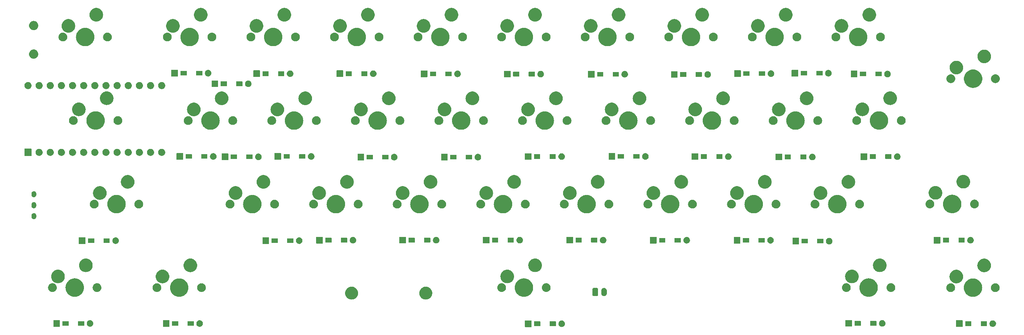
<source format=gbr>
G04 #@! TF.GenerationSoftware,KiCad,Pcbnew,7.0.8*
G04 #@! TF.CreationDate,2024-08-09T14:35:13+09:00*
G04 #@! TF.ProjectId,tacash36,74616361-7368-4333-962e-6b696361645f,rev?*
G04 #@! TF.SameCoordinates,Original*
G04 #@! TF.FileFunction,Soldermask,Top*
G04 #@! TF.FilePolarity,Negative*
%FSLAX46Y46*%
G04 Gerber Fmt 4.6, Leading zero omitted, Abs format (unit mm)*
G04 Created by KiCad (PCBNEW 7.0.8) date 2024-08-09 14:35:13*
%MOMM*%
%LPD*%
G01*
G04 APERTURE LIST*
G04 APERTURE END LIST*
G36*
X96968017Y-64624382D02*
G01*
X96984562Y-64635438D01*
X96995618Y-64651983D01*
X96999500Y-64671500D01*
X96999500Y-66068500D01*
X96995618Y-66088017D01*
X96984562Y-66104562D01*
X96968017Y-66115618D01*
X96948500Y-66119500D01*
X95551500Y-66119500D01*
X95531983Y-66115618D01*
X95515438Y-66104562D01*
X95504382Y-66088017D01*
X95500500Y-66068500D01*
X95500500Y-64671500D01*
X95504382Y-64651983D01*
X95515438Y-64635438D01*
X95531983Y-64624382D01*
X95551500Y-64620500D01*
X96948500Y-64620500D01*
X96968017Y-64624382D01*
G37*
G36*
X103912520Y-64625291D02*
G01*
X103948270Y-64625291D01*
X103988602Y-64633863D01*
X104036779Y-64639292D01*
X104071806Y-64651548D01*
X104101397Y-64657838D01*
X104144037Y-64676823D01*
X104195196Y-64694724D01*
X104221828Y-64711458D01*
X104244405Y-64721510D01*
X104286496Y-64752091D01*
X104337306Y-64784017D01*
X104355553Y-64802264D01*
X104371052Y-64813525D01*
X104409371Y-64856082D01*
X104455983Y-64902694D01*
X104466702Y-64919753D01*
X104475803Y-64929861D01*
X104506939Y-64983790D01*
X104545276Y-65044804D01*
X104550062Y-65058483D01*
X104554072Y-65065428D01*
X104574607Y-65128629D01*
X104600708Y-65203221D01*
X104601697Y-65212003D01*
X104602448Y-65214313D01*
X104609250Y-65279032D01*
X104619500Y-65370000D01*
X104609249Y-65460975D01*
X104602448Y-65525686D01*
X104601697Y-65527995D01*
X104600708Y-65536779D01*
X104574603Y-65611383D01*
X104554072Y-65674571D01*
X104550063Y-65681513D01*
X104545276Y-65695196D01*
X104506931Y-65756220D01*
X104475803Y-65810138D01*
X104466704Y-65820242D01*
X104455983Y-65837306D01*
X104409362Y-65883926D01*
X104371052Y-65926474D01*
X104355557Y-65937731D01*
X104337306Y-65955983D01*
X104286486Y-65987914D01*
X104244405Y-66018489D01*
X104221833Y-66028538D01*
X104195196Y-66045276D01*
X104144027Y-66063180D01*
X104101397Y-66082161D01*
X104071812Y-66088449D01*
X104036779Y-66100708D01*
X103988600Y-66106136D01*
X103948270Y-66114709D01*
X103912520Y-66114709D01*
X103870000Y-66119500D01*
X103827480Y-66114709D01*
X103791730Y-66114709D01*
X103751399Y-66106136D01*
X103703221Y-66100708D01*
X103668188Y-66088449D01*
X103638602Y-66082161D01*
X103595967Y-66063178D01*
X103544804Y-66045276D01*
X103518168Y-66028539D01*
X103495594Y-66018489D01*
X103453505Y-65987909D01*
X103402694Y-65955983D01*
X103384445Y-65937734D01*
X103368947Y-65926474D01*
X103330627Y-65883916D01*
X103284017Y-65837306D01*
X103273297Y-65820246D01*
X103264196Y-65810138D01*
X103233055Y-65756201D01*
X103194724Y-65695196D01*
X103189938Y-65681518D01*
X103185927Y-65674571D01*
X103165382Y-65611343D01*
X103139292Y-65536779D01*
X103138302Y-65527999D01*
X103137551Y-65525686D01*
X103130735Y-65460843D01*
X103120500Y-65370000D01*
X103130734Y-65279164D01*
X103137551Y-65214313D01*
X103138302Y-65211998D01*
X103139292Y-65203221D01*
X103165378Y-65128669D01*
X103185927Y-65065428D01*
X103189938Y-65058479D01*
X103194724Y-65044804D01*
X103233048Y-64983810D01*
X103264196Y-64929861D01*
X103273300Y-64919749D01*
X103284017Y-64902694D01*
X103330613Y-64856097D01*
X103368948Y-64813523D01*
X103384453Y-64802257D01*
X103402694Y-64784017D01*
X103453488Y-64752101D01*
X103495592Y-64721511D01*
X103518173Y-64711456D01*
X103544804Y-64694724D01*
X103595957Y-64676824D01*
X103638602Y-64657838D01*
X103668194Y-64651548D01*
X103703221Y-64639292D01*
X103751396Y-64633863D01*
X103791730Y-64625291D01*
X103827480Y-64625291D01*
X103870000Y-64620500D01*
X103912520Y-64625291D01*
G37*
G36*
X195228017Y-64594382D02*
G01*
X195244562Y-64605438D01*
X195255618Y-64621983D01*
X195259500Y-64641500D01*
X195259500Y-66038500D01*
X195255618Y-66058017D01*
X195244562Y-66074562D01*
X195228017Y-66085618D01*
X195208500Y-66089500D01*
X193811500Y-66089500D01*
X193791983Y-66085618D01*
X193775438Y-66074562D01*
X193764382Y-66058017D01*
X193760500Y-66038500D01*
X193760500Y-64641500D01*
X193764382Y-64621983D01*
X193775438Y-64605438D01*
X193791983Y-64594382D01*
X193811500Y-64590500D01*
X195208500Y-64590500D01*
X195228017Y-64594382D01*
G37*
G36*
X202172520Y-64595291D02*
G01*
X202208270Y-64595291D01*
X202248602Y-64603863D01*
X202296779Y-64609292D01*
X202331806Y-64621548D01*
X202361397Y-64627838D01*
X202404037Y-64646823D01*
X202455196Y-64664724D01*
X202481828Y-64681458D01*
X202504405Y-64691510D01*
X202546496Y-64722091D01*
X202597306Y-64754017D01*
X202615553Y-64772264D01*
X202631052Y-64783525D01*
X202669371Y-64826082D01*
X202715983Y-64872694D01*
X202726702Y-64889753D01*
X202735803Y-64899861D01*
X202766939Y-64953790D01*
X202805276Y-65014804D01*
X202810062Y-65028483D01*
X202814072Y-65035428D01*
X202834607Y-65098629D01*
X202860708Y-65173221D01*
X202861697Y-65182003D01*
X202862448Y-65184313D01*
X202869250Y-65249032D01*
X202879500Y-65340000D01*
X202869249Y-65430975D01*
X202862448Y-65495686D01*
X202861697Y-65497995D01*
X202860708Y-65506779D01*
X202834603Y-65581383D01*
X202814072Y-65644571D01*
X202810063Y-65651513D01*
X202805276Y-65665196D01*
X202766931Y-65726220D01*
X202735803Y-65780138D01*
X202726704Y-65790242D01*
X202715983Y-65807306D01*
X202669362Y-65853926D01*
X202631052Y-65896474D01*
X202615557Y-65907731D01*
X202597306Y-65925983D01*
X202546486Y-65957914D01*
X202504405Y-65988489D01*
X202481833Y-65998538D01*
X202455196Y-66015276D01*
X202404027Y-66033180D01*
X202361397Y-66052161D01*
X202331812Y-66058449D01*
X202296779Y-66070708D01*
X202248600Y-66076136D01*
X202208270Y-66084709D01*
X202172520Y-66084709D01*
X202130000Y-66089500D01*
X202087480Y-66084709D01*
X202051730Y-66084709D01*
X202011399Y-66076136D01*
X201963221Y-66070708D01*
X201928188Y-66058449D01*
X201898602Y-66052161D01*
X201855967Y-66033178D01*
X201804804Y-66015276D01*
X201778168Y-65998539D01*
X201755594Y-65988489D01*
X201713505Y-65957909D01*
X201662694Y-65925983D01*
X201644445Y-65907734D01*
X201628947Y-65896474D01*
X201590627Y-65853916D01*
X201544017Y-65807306D01*
X201533297Y-65790246D01*
X201524196Y-65780138D01*
X201493055Y-65726201D01*
X201454724Y-65665196D01*
X201449938Y-65651518D01*
X201445927Y-65644571D01*
X201425382Y-65581343D01*
X201399292Y-65506779D01*
X201398302Y-65497999D01*
X201397551Y-65495686D01*
X201390735Y-65430843D01*
X201380500Y-65340000D01*
X201390734Y-65249164D01*
X201397551Y-65184313D01*
X201398302Y-65181998D01*
X201399292Y-65173221D01*
X201425378Y-65098669D01*
X201445927Y-65035428D01*
X201449938Y-65028479D01*
X201454724Y-65014804D01*
X201493048Y-64953810D01*
X201524196Y-64899861D01*
X201533300Y-64889749D01*
X201544017Y-64872694D01*
X201590613Y-64826097D01*
X201628948Y-64783523D01*
X201644453Y-64772257D01*
X201662694Y-64754017D01*
X201713488Y-64722101D01*
X201755592Y-64691511D01*
X201778173Y-64681456D01*
X201804804Y-64664724D01*
X201855957Y-64646824D01*
X201898602Y-64627838D01*
X201928194Y-64621548D01*
X201963221Y-64609292D01*
X202011396Y-64603863D01*
X202051730Y-64595291D01*
X202087480Y-64595291D01*
X202130000Y-64590500D01*
X202172520Y-64595291D01*
G37*
G36*
X14428017Y-64574382D02*
G01*
X14444562Y-64585438D01*
X14455618Y-64601983D01*
X14459500Y-64621500D01*
X14459500Y-66018500D01*
X14455618Y-66038017D01*
X14444562Y-66054562D01*
X14428017Y-66065618D01*
X14408500Y-66069500D01*
X13011500Y-66069500D01*
X12991983Y-66065618D01*
X12975438Y-66054562D01*
X12964382Y-66038017D01*
X12960500Y-66018500D01*
X12960500Y-64621500D01*
X12964382Y-64601983D01*
X12975438Y-64585438D01*
X12991983Y-64574382D01*
X13011500Y-64570500D01*
X14408500Y-64570500D01*
X14428017Y-64574382D01*
G37*
G36*
X21372520Y-64575291D02*
G01*
X21408270Y-64575291D01*
X21448602Y-64583863D01*
X21496779Y-64589292D01*
X21531806Y-64601548D01*
X21561397Y-64607838D01*
X21604037Y-64626823D01*
X21655196Y-64644724D01*
X21681828Y-64661458D01*
X21704405Y-64671510D01*
X21746496Y-64702091D01*
X21797306Y-64734017D01*
X21815553Y-64752264D01*
X21831052Y-64763525D01*
X21869371Y-64806082D01*
X21915983Y-64852694D01*
X21926702Y-64869753D01*
X21935803Y-64879861D01*
X21966939Y-64933790D01*
X22005276Y-64994804D01*
X22010062Y-65008483D01*
X22014072Y-65015428D01*
X22034607Y-65078629D01*
X22060708Y-65153221D01*
X22061697Y-65162003D01*
X22062448Y-65164313D01*
X22069250Y-65229032D01*
X22079500Y-65320000D01*
X22069249Y-65410975D01*
X22062448Y-65475686D01*
X22061697Y-65477995D01*
X22060708Y-65486779D01*
X22034603Y-65561383D01*
X22014072Y-65624571D01*
X22010063Y-65631513D01*
X22005276Y-65645196D01*
X21966931Y-65706220D01*
X21935803Y-65760138D01*
X21926704Y-65770242D01*
X21915983Y-65787306D01*
X21869362Y-65833926D01*
X21831052Y-65876474D01*
X21815557Y-65887731D01*
X21797306Y-65905983D01*
X21746486Y-65937914D01*
X21704405Y-65968489D01*
X21681833Y-65978538D01*
X21655196Y-65995276D01*
X21604027Y-66013180D01*
X21561397Y-66032161D01*
X21531812Y-66038449D01*
X21496779Y-66050708D01*
X21448600Y-66056136D01*
X21408270Y-66064709D01*
X21372520Y-66064709D01*
X21330000Y-66069500D01*
X21287480Y-66064709D01*
X21251730Y-66064709D01*
X21211399Y-66056136D01*
X21163221Y-66050708D01*
X21128188Y-66038449D01*
X21098602Y-66032161D01*
X21055967Y-66013178D01*
X21004804Y-65995276D01*
X20978168Y-65978539D01*
X20955594Y-65968489D01*
X20913505Y-65937909D01*
X20862694Y-65905983D01*
X20844445Y-65887734D01*
X20828947Y-65876474D01*
X20790627Y-65833916D01*
X20744017Y-65787306D01*
X20733297Y-65770246D01*
X20724196Y-65760138D01*
X20693055Y-65706201D01*
X20654724Y-65645196D01*
X20649938Y-65631518D01*
X20645927Y-65624571D01*
X20625382Y-65561343D01*
X20599292Y-65486779D01*
X20598302Y-65477999D01*
X20597551Y-65475686D01*
X20590735Y-65410843D01*
X20580500Y-65320000D01*
X20590734Y-65229164D01*
X20597551Y-65164313D01*
X20598302Y-65161998D01*
X20599292Y-65153221D01*
X20625378Y-65078669D01*
X20645927Y-65015428D01*
X20649938Y-65008479D01*
X20654724Y-64994804D01*
X20693048Y-64933810D01*
X20724196Y-64879861D01*
X20733300Y-64869749D01*
X20744017Y-64852694D01*
X20790613Y-64806097D01*
X20828948Y-64763523D01*
X20844453Y-64752257D01*
X20862694Y-64734017D01*
X20913488Y-64702101D01*
X20955592Y-64671511D01*
X20978173Y-64661456D01*
X21004804Y-64644724D01*
X21055957Y-64626824D01*
X21098602Y-64607838D01*
X21128194Y-64601548D01*
X21163221Y-64589292D01*
X21211396Y-64583863D01*
X21251730Y-64575291D01*
X21287480Y-64575291D01*
X21330000Y-64570500D01*
X21372520Y-64575291D01*
G37*
G36*
X-10551983Y-64544382D02*
G01*
X-10535438Y-64555438D01*
X-10524382Y-64571983D01*
X-10520500Y-64591500D01*
X-10520500Y-65988500D01*
X-10524382Y-66008017D01*
X-10535438Y-66024562D01*
X-10551983Y-66035618D01*
X-10571500Y-66039500D01*
X-11968500Y-66039500D01*
X-11988017Y-66035618D01*
X-12004562Y-66024562D01*
X-12015618Y-66008017D01*
X-12019500Y-65988500D01*
X-12019500Y-64591500D01*
X-12015618Y-64571983D01*
X-12004562Y-64555438D01*
X-11988017Y-64544382D01*
X-11968500Y-64540500D01*
X-10571500Y-64540500D01*
X-10551983Y-64544382D01*
G37*
G36*
X-3607480Y-64545291D02*
G01*
X-3571730Y-64545291D01*
X-3531396Y-64553863D01*
X-3483221Y-64559292D01*
X-3448194Y-64571548D01*
X-3418602Y-64577838D01*
X-3375957Y-64596824D01*
X-3324804Y-64614724D01*
X-3298173Y-64631456D01*
X-3275594Y-64641510D01*
X-3233495Y-64672096D01*
X-3182694Y-64704017D01*
X-3164448Y-64722262D01*
X-3148947Y-64733525D01*
X-3110618Y-64776092D01*
X-3064017Y-64822694D01*
X-3053299Y-64839750D01*
X-3044196Y-64849861D01*
X-3013048Y-64903810D01*
X-2974724Y-64964804D01*
X-2969938Y-64978479D01*
X-2965927Y-64985428D01*
X-2945378Y-65048669D01*
X-2919292Y-65123221D01*
X-2918302Y-65131998D01*
X-2917551Y-65134313D01*
X-2910734Y-65199164D01*
X-2900500Y-65290000D01*
X-2910735Y-65380843D01*
X-2917551Y-65445686D01*
X-2918302Y-65447999D01*
X-2919292Y-65456779D01*
X-2945382Y-65531343D01*
X-2965927Y-65594571D01*
X-2969938Y-65601518D01*
X-2974724Y-65615196D01*
X-3013055Y-65676201D01*
X-3044196Y-65730138D01*
X-3053297Y-65740246D01*
X-3064017Y-65757306D01*
X-3110627Y-65803916D01*
X-3148947Y-65846474D01*
X-3164445Y-65857734D01*
X-3182694Y-65875983D01*
X-3233505Y-65907909D01*
X-3275594Y-65938489D01*
X-3298168Y-65948539D01*
X-3324804Y-65965276D01*
X-3375967Y-65983178D01*
X-3418602Y-66002161D01*
X-3448188Y-66008449D01*
X-3483221Y-66020708D01*
X-3531399Y-66026136D01*
X-3571730Y-66034709D01*
X-3607480Y-66034709D01*
X-3650000Y-66039500D01*
X-3692520Y-66034709D01*
X-3728270Y-66034709D01*
X-3768600Y-66026136D01*
X-3816779Y-66020708D01*
X-3851812Y-66008449D01*
X-3881397Y-66002161D01*
X-3924027Y-65983180D01*
X-3975196Y-65965276D01*
X-4001833Y-65948538D01*
X-4024405Y-65938489D01*
X-4066486Y-65907914D01*
X-4117306Y-65875983D01*
X-4135557Y-65857731D01*
X-4151052Y-65846474D01*
X-4189362Y-65803926D01*
X-4235983Y-65757306D01*
X-4246704Y-65740242D01*
X-4255803Y-65730138D01*
X-4286931Y-65676220D01*
X-4325276Y-65615196D01*
X-4330063Y-65601513D01*
X-4334072Y-65594571D01*
X-4354603Y-65531383D01*
X-4380708Y-65456779D01*
X-4381697Y-65447995D01*
X-4382448Y-65445686D01*
X-4389249Y-65380975D01*
X-4399500Y-65290000D01*
X-4389250Y-65199032D01*
X-4382448Y-65134313D01*
X-4381697Y-65132003D01*
X-4380708Y-65123221D01*
X-4354607Y-65048629D01*
X-4334072Y-64985428D01*
X-4330062Y-64978483D01*
X-4325276Y-64964804D01*
X-4286939Y-64903790D01*
X-4255803Y-64849861D01*
X-4246702Y-64839753D01*
X-4235983Y-64822694D01*
X-4189376Y-64776087D01*
X-4151051Y-64733523D01*
X-4135549Y-64722260D01*
X-4117306Y-64704017D01*
X-4066504Y-64672096D01*
X-4024407Y-64641511D01*
X-4001828Y-64631458D01*
X-3975196Y-64614724D01*
X-3924037Y-64596823D01*
X-3881397Y-64577838D01*
X-3851806Y-64571548D01*
X-3816779Y-64559292D01*
X-3768602Y-64553863D01*
X-3728270Y-64545291D01*
X-3692520Y-64545291D01*
X-3650000Y-64540500D01*
X-3607480Y-64545291D01*
G37*
G36*
X170038017Y-64534382D02*
G01*
X170054562Y-64545438D01*
X170065618Y-64561983D01*
X170069500Y-64581500D01*
X170069500Y-65978500D01*
X170065618Y-65998017D01*
X170054562Y-66014562D01*
X170038017Y-66025618D01*
X170018500Y-66029500D01*
X168621500Y-66029500D01*
X168601983Y-66025618D01*
X168585438Y-66014562D01*
X168574382Y-65998017D01*
X168570500Y-65978500D01*
X168570500Y-64581500D01*
X168574382Y-64561983D01*
X168585438Y-64545438D01*
X168601983Y-64534382D01*
X168621500Y-64530500D01*
X170018500Y-64530500D01*
X170038017Y-64534382D01*
G37*
G36*
X176982520Y-64535291D02*
G01*
X177018270Y-64535291D01*
X177058602Y-64543863D01*
X177106779Y-64549292D01*
X177141806Y-64561548D01*
X177171397Y-64567838D01*
X177214037Y-64586823D01*
X177265196Y-64604724D01*
X177291828Y-64621458D01*
X177314405Y-64631510D01*
X177356496Y-64662091D01*
X177407306Y-64694017D01*
X177425553Y-64712264D01*
X177441052Y-64723525D01*
X177479371Y-64766082D01*
X177525983Y-64812694D01*
X177536702Y-64829753D01*
X177545803Y-64839861D01*
X177576939Y-64893790D01*
X177615276Y-64954804D01*
X177620062Y-64968483D01*
X177624072Y-64975428D01*
X177644607Y-65038629D01*
X177670708Y-65113221D01*
X177671697Y-65122003D01*
X177672448Y-65124313D01*
X177679250Y-65189032D01*
X177689500Y-65280000D01*
X177679249Y-65370975D01*
X177672448Y-65435686D01*
X177671697Y-65437995D01*
X177670708Y-65446779D01*
X177644603Y-65521383D01*
X177624072Y-65584571D01*
X177620063Y-65591513D01*
X177615276Y-65605196D01*
X177576931Y-65666220D01*
X177545803Y-65720138D01*
X177536704Y-65730242D01*
X177525983Y-65747306D01*
X177479362Y-65793926D01*
X177441052Y-65836474D01*
X177425557Y-65847731D01*
X177407306Y-65865983D01*
X177356486Y-65897914D01*
X177314405Y-65928489D01*
X177291833Y-65938538D01*
X177265196Y-65955276D01*
X177214027Y-65973180D01*
X177171397Y-65992161D01*
X177141812Y-65998449D01*
X177106779Y-66010708D01*
X177058600Y-66016136D01*
X177018270Y-66024709D01*
X176982520Y-66024709D01*
X176940000Y-66029500D01*
X176897480Y-66024709D01*
X176861730Y-66024709D01*
X176821399Y-66016136D01*
X176773221Y-66010708D01*
X176738188Y-65998449D01*
X176708602Y-65992161D01*
X176665967Y-65973178D01*
X176614804Y-65955276D01*
X176588168Y-65938539D01*
X176565594Y-65928489D01*
X176523505Y-65897909D01*
X176472694Y-65865983D01*
X176454445Y-65847734D01*
X176438947Y-65836474D01*
X176400627Y-65793916D01*
X176354017Y-65747306D01*
X176343297Y-65730246D01*
X176334196Y-65720138D01*
X176303055Y-65666201D01*
X176264724Y-65605196D01*
X176259938Y-65591518D01*
X176255927Y-65584571D01*
X176235382Y-65521343D01*
X176209292Y-65446779D01*
X176208302Y-65437999D01*
X176207551Y-65435686D01*
X176200735Y-65370843D01*
X176190500Y-65280000D01*
X176200734Y-65189164D01*
X176207551Y-65124313D01*
X176208302Y-65121998D01*
X176209292Y-65113221D01*
X176235378Y-65038669D01*
X176255927Y-64975428D01*
X176259938Y-64968479D01*
X176264724Y-64954804D01*
X176303048Y-64893810D01*
X176334196Y-64839861D01*
X176343300Y-64829749D01*
X176354017Y-64812694D01*
X176400613Y-64766097D01*
X176438948Y-64723523D01*
X176454453Y-64712257D01*
X176472694Y-64694017D01*
X176523488Y-64662101D01*
X176565592Y-64631511D01*
X176588173Y-64621456D01*
X176614804Y-64604724D01*
X176665957Y-64586824D01*
X176708602Y-64567838D01*
X176738194Y-64561548D01*
X176773221Y-64549292D01*
X176821396Y-64543863D01*
X176861730Y-64535291D01*
X176897480Y-64535291D01*
X176940000Y-64530500D01*
X176982520Y-64535291D01*
G37*
G36*
X98954517Y-64847882D02*
G01*
X98971062Y-64858938D01*
X98982118Y-64875483D01*
X98986000Y-64895000D01*
X98986000Y-65845000D01*
X98982118Y-65864517D01*
X98971062Y-65881062D01*
X98954517Y-65892118D01*
X98935000Y-65896000D01*
X97635000Y-65896000D01*
X97615483Y-65892118D01*
X97598938Y-65881062D01*
X97587882Y-65864517D01*
X97584000Y-65845000D01*
X97584000Y-64895000D01*
X97587882Y-64875483D01*
X97598938Y-64858938D01*
X97615483Y-64847882D01*
X97635000Y-64844000D01*
X98935000Y-64844000D01*
X98954517Y-64847882D01*
G37*
G36*
X102504517Y-64847882D02*
G01*
X102521062Y-64858938D01*
X102532118Y-64875483D01*
X102536000Y-64895000D01*
X102536000Y-65845000D01*
X102532118Y-65864517D01*
X102521062Y-65881062D01*
X102504517Y-65892118D01*
X102485000Y-65896000D01*
X101185000Y-65896000D01*
X101165483Y-65892118D01*
X101148938Y-65881062D01*
X101137882Y-65864517D01*
X101134000Y-65845000D01*
X101134000Y-64895000D01*
X101137882Y-64875483D01*
X101148938Y-64858938D01*
X101165483Y-64847882D01*
X101185000Y-64844000D01*
X102485000Y-64844000D01*
X102504517Y-64847882D01*
G37*
G36*
X197214517Y-64817882D02*
G01*
X197231062Y-64828938D01*
X197242118Y-64845483D01*
X197246000Y-64865000D01*
X197246000Y-65815000D01*
X197242118Y-65834517D01*
X197231062Y-65851062D01*
X197214517Y-65862118D01*
X197195000Y-65866000D01*
X195895000Y-65866000D01*
X195875483Y-65862118D01*
X195858938Y-65851062D01*
X195847882Y-65834517D01*
X195844000Y-65815000D01*
X195844000Y-64865000D01*
X195847882Y-64845483D01*
X195858938Y-64828938D01*
X195875483Y-64817882D01*
X195895000Y-64814000D01*
X197195000Y-64814000D01*
X197214517Y-64817882D01*
G37*
G36*
X200764517Y-64817882D02*
G01*
X200781062Y-64828938D01*
X200792118Y-64845483D01*
X200796000Y-64865000D01*
X200796000Y-65815000D01*
X200792118Y-65834517D01*
X200781062Y-65851062D01*
X200764517Y-65862118D01*
X200745000Y-65866000D01*
X199445000Y-65866000D01*
X199425483Y-65862118D01*
X199408938Y-65851062D01*
X199397882Y-65834517D01*
X199394000Y-65815000D01*
X199394000Y-64865000D01*
X199397882Y-64845483D01*
X199408938Y-64828938D01*
X199425483Y-64817882D01*
X199445000Y-64814000D01*
X200745000Y-64814000D01*
X200764517Y-64817882D01*
G37*
G36*
X16414517Y-64797882D02*
G01*
X16431062Y-64808938D01*
X16442118Y-64825483D01*
X16446000Y-64845000D01*
X16446000Y-65795000D01*
X16442118Y-65814517D01*
X16431062Y-65831062D01*
X16414517Y-65842118D01*
X16395000Y-65846000D01*
X15095000Y-65846000D01*
X15075483Y-65842118D01*
X15058938Y-65831062D01*
X15047882Y-65814517D01*
X15044000Y-65795000D01*
X15044000Y-64845000D01*
X15047882Y-64825483D01*
X15058938Y-64808938D01*
X15075483Y-64797882D01*
X15095000Y-64794000D01*
X16395000Y-64794000D01*
X16414517Y-64797882D01*
G37*
G36*
X19964517Y-64797882D02*
G01*
X19981062Y-64808938D01*
X19992118Y-64825483D01*
X19996000Y-64845000D01*
X19996000Y-65795000D01*
X19992118Y-65814517D01*
X19981062Y-65831062D01*
X19964517Y-65842118D01*
X19945000Y-65846000D01*
X18645000Y-65846000D01*
X18625483Y-65842118D01*
X18608938Y-65831062D01*
X18597882Y-65814517D01*
X18594000Y-65795000D01*
X18594000Y-64845000D01*
X18597882Y-64825483D01*
X18608938Y-64808938D01*
X18625483Y-64797882D01*
X18645000Y-64794000D01*
X19945000Y-64794000D01*
X19964517Y-64797882D01*
G37*
G36*
X-8565483Y-64767882D02*
G01*
X-8548938Y-64778938D01*
X-8537882Y-64795483D01*
X-8534000Y-64815000D01*
X-8534000Y-65765000D01*
X-8537882Y-65784517D01*
X-8548938Y-65801062D01*
X-8565483Y-65812118D01*
X-8585000Y-65816000D01*
X-9885000Y-65816000D01*
X-9904517Y-65812118D01*
X-9921062Y-65801062D01*
X-9932118Y-65784517D01*
X-9936000Y-65765000D01*
X-9936000Y-64815000D01*
X-9932118Y-64795483D01*
X-9921062Y-64778938D01*
X-9904517Y-64767882D01*
X-9885000Y-64764000D01*
X-8585000Y-64764000D01*
X-8565483Y-64767882D01*
G37*
G36*
X-5015483Y-64767882D02*
G01*
X-4998938Y-64778938D01*
X-4987882Y-64795483D01*
X-4984000Y-64815000D01*
X-4984000Y-65765000D01*
X-4987882Y-65784517D01*
X-4998938Y-65801062D01*
X-5015483Y-65812118D01*
X-5035000Y-65816000D01*
X-6335000Y-65816000D01*
X-6354517Y-65812118D01*
X-6371062Y-65801062D01*
X-6382118Y-65784517D01*
X-6386000Y-65765000D01*
X-6386000Y-64815000D01*
X-6382118Y-64795483D01*
X-6371062Y-64778938D01*
X-6354517Y-64767882D01*
X-6335000Y-64764000D01*
X-5035000Y-64764000D01*
X-5015483Y-64767882D01*
G37*
G36*
X172024517Y-64757882D02*
G01*
X172041062Y-64768938D01*
X172052118Y-64785483D01*
X172056000Y-64805000D01*
X172056000Y-65755000D01*
X172052118Y-65774517D01*
X172041062Y-65791062D01*
X172024517Y-65802118D01*
X172005000Y-65806000D01*
X170705000Y-65806000D01*
X170685483Y-65802118D01*
X170668938Y-65791062D01*
X170657882Y-65774517D01*
X170654000Y-65755000D01*
X170654000Y-64805000D01*
X170657882Y-64785483D01*
X170668938Y-64768938D01*
X170685483Y-64757882D01*
X170705000Y-64754000D01*
X172005000Y-64754000D01*
X172024517Y-64757882D01*
G37*
G36*
X175574517Y-64757882D02*
G01*
X175591062Y-64768938D01*
X175602118Y-64785483D01*
X175606000Y-64805000D01*
X175606000Y-65755000D01*
X175602118Y-65774517D01*
X175591062Y-65791062D01*
X175574517Y-65802118D01*
X175555000Y-65806000D01*
X174255000Y-65806000D01*
X174235483Y-65802118D01*
X174218938Y-65791062D01*
X174207882Y-65774517D01*
X174204000Y-65755000D01*
X174204000Y-64805000D01*
X174207882Y-64785483D01*
X174218938Y-64768938D01*
X174235483Y-64757882D01*
X174255000Y-64754000D01*
X175555000Y-64754000D01*
X175574517Y-64757882D01*
G37*
G36*
X56039146Y-56909041D02*
G01*
X56101887Y-56909041D01*
X56157894Y-56918386D01*
X56210840Y-56922554D01*
X56274607Y-56937862D01*
X56342337Y-56949165D01*
X56390366Y-56965653D01*
X56435987Y-56976606D01*
X56502400Y-57004115D01*
X56572902Y-57028319D01*
X56612281Y-57049630D01*
X56649914Y-57065218D01*
X56716610Y-57106089D01*
X56787295Y-57144342D01*
X56817883Y-57168149D01*
X56847345Y-57186204D01*
X56911725Y-57241190D01*
X56979668Y-57294072D01*
X57001831Y-57318148D01*
X57023416Y-57336583D01*
X57082690Y-57405984D01*
X57144771Y-57473422D01*
X57159361Y-57495754D01*
X57173795Y-57512654D01*
X57225087Y-57596355D01*
X57278103Y-57677502D01*
X57286386Y-57696386D01*
X57294781Y-57710085D01*
X57335241Y-57807764D01*
X57376026Y-57900744D01*
X57379598Y-57914851D01*
X57383393Y-57924012D01*
X57410294Y-58036066D01*
X57435869Y-58137058D01*
X57436569Y-58145512D01*
X57437445Y-58149159D01*
X57448291Y-58286968D01*
X57456000Y-58380000D01*
X57448290Y-58473039D01*
X57437445Y-58610840D01*
X57436569Y-58614485D01*
X57435869Y-58622942D01*
X57410289Y-58723952D01*
X57383393Y-58835987D01*
X57379599Y-58845146D01*
X57376026Y-58859256D01*
X57335233Y-58952252D01*
X57294781Y-59049914D01*
X57286387Y-59063610D01*
X57278103Y-59082498D01*
X57225077Y-59163659D01*
X57173795Y-59247345D01*
X57159364Y-59264240D01*
X57144771Y-59286578D01*
X57082678Y-59354028D01*
X57023416Y-59423416D01*
X57001836Y-59441847D01*
X56979668Y-59465928D01*
X56911712Y-59518820D01*
X56847345Y-59573795D01*
X56817889Y-59591845D01*
X56787295Y-59615658D01*
X56716596Y-59653918D01*
X56649914Y-59694781D01*
X56612289Y-59710365D01*
X56572902Y-59731681D01*
X56502386Y-59755889D01*
X56435987Y-59783393D01*
X56390375Y-59794343D01*
X56342337Y-59810835D01*
X56274594Y-59822139D01*
X56210840Y-59837445D01*
X56157905Y-59841611D01*
X56101887Y-59850959D01*
X56039133Y-59850959D01*
X55980000Y-59855613D01*
X55920867Y-59850959D01*
X55858113Y-59850959D01*
X55802094Y-59841611D01*
X55749159Y-59837445D01*
X55685402Y-59822138D01*
X55617663Y-59810835D01*
X55569626Y-59794343D01*
X55524012Y-59783393D01*
X55457608Y-59755887D01*
X55387098Y-59731681D01*
X55347713Y-59710367D01*
X55310085Y-59694781D01*
X55243395Y-59653913D01*
X55172705Y-59615658D01*
X55142114Y-59591848D01*
X55112654Y-59573795D01*
X55048276Y-59518811D01*
X54980332Y-59465928D01*
X54958167Y-59441851D01*
X54936583Y-59423416D01*
X54877307Y-59354012D01*
X54815229Y-59286578D01*
X54800638Y-59264245D01*
X54786204Y-59247345D01*
X54734906Y-59163634D01*
X54681897Y-59082498D01*
X54673614Y-59063615D01*
X54665218Y-59049914D01*
X54624748Y-58952211D01*
X54583974Y-58859256D01*
X54580402Y-58845152D01*
X54576606Y-58835987D01*
X54549691Y-58723876D01*
X54524131Y-58622942D01*
X54523430Y-58614492D01*
X54522554Y-58610840D01*
X54511689Y-58472798D01*
X54504000Y-58380000D01*
X54511688Y-58287208D01*
X54522554Y-58149159D01*
X54523430Y-58145506D01*
X54524131Y-58137058D01*
X54549686Y-58036142D01*
X54576606Y-57924012D01*
X54580403Y-57914844D01*
X54583974Y-57900744D01*
X54624740Y-57807805D01*
X54665218Y-57710085D01*
X54673616Y-57696380D01*
X54681897Y-57677502D01*
X54734896Y-57596380D01*
X54786204Y-57512654D01*
X54800641Y-57495749D01*
X54815229Y-57473422D01*
X54877295Y-57405999D01*
X54936583Y-57336583D01*
X54958171Y-57318144D01*
X54980332Y-57294072D01*
X55048263Y-57241198D01*
X55112654Y-57186204D01*
X55142120Y-57168146D01*
X55172705Y-57144342D01*
X55243381Y-57106094D01*
X55310085Y-57065218D01*
X55347721Y-57049628D01*
X55387098Y-57028319D01*
X55457593Y-57004117D01*
X55524012Y-56976606D01*
X55569636Y-56965652D01*
X55617663Y-56949165D01*
X55685389Y-56937863D01*
X55749159Y-56922554D01*
X55802106Y-56918386D01*
X55858113Y-56909041D01*
X55920854Y-56909041D01*
X55980000Y-56904386D01*
X56039146Y-56909041D01*
G37*
G36*
X72939146Y-56909041D02*
G01*
X73001887Y-56909041D01*
X73057894Y-56918386D01*
X73110840Y-56922554D01*
X73174607Y-56937862D01*
X73242337Y-56949165D01*
X73290366Y-56965653D01*
X73335987Y-56976606D01*
X73402400Y-57004115D01*
X73472902Y-57028319D01*
X73512281Y-57049630D01*
X73549914Y-57065218D01*
X73616610Y-57106089D01*
X73687295Y-57144342D01*
X73717883Y-57168149D01*
X73747345Y-57186204D01*
X73811725Y-57241190D01*
X73879668Y-57294072D01*
X73901831Y-57318148D01*
X73923416Y-57336583D01*
X73982690Y-57405984D01*
X74044771Y-57473422D01*
X74059361Y-57495754D01*
X74073795Y-57512654D01*
X74125087Y-57596355D01*
X74178103Y-57677502D01*
X74186386Y-57696386D01*
X74194781Y-57710085D01*
X74235241Y-57807764D01*
X74276026Y-57900744D01*
X74279598Y-57914851D01*
X74283393Y-57924012D01*
X74310294Y-58036066D01*
X74335869Y-58137058D01*
X74336569Y-58145512D01*
X74337445Y-58149159D01*
X74348291Y-58286968D01*
X74356000Y-58380000D01*
X74348290Y-58473039D01*
X74337445Y-58610840D01*
X74336569Y-58614485D01*
X74335869Y-58622942D01*
X74310289Y-58723952D01*
X74283393Y-58835987D01*
X74279599Y-58845146D01*
X74276026Y-58859256D01*
X74235233Y-58952252D01*
X74194781Y-59049914D01*
X74186387Y-59063610D01*
X74178103Y-59082498D01*
X74125077Y-59163659D01*
X74073795Y-59247345D01*
X74059364Y-59264240D01*
X74044771Y-59286578D01*
X73982678Y-59354028D01*
X73923416Y-59423416D01*
X73901836Y-59441847D01*
X73879668Y-59465928D01*
X73811712Y-59518820D01*
X73747345Y-59573795D01*
X73717889Y-59591845D01*
X73687295Y-59615658D01*
X73616596Y-59653918D01*
X73549914Y-59694781D01*
X73512289Y-59710365D01*
X73472902Y-59731681D01*
X73402386Y-59755889D01*
X73335987Y-59783393D01*
X73290375Y-59794343D01*
X73242337Y-59810835D01*
X73174594Y-59822139D01*
X73110840Y-59837445D01*
X73057905Y-59841611D01*
X73001887Y-59850959D01*
X72939133Y-59850959D01*
X72880000Y-59855613D01*
X72820867Y-59850959D01*
X72758113Y-59850959D01*
X72702094Y-59841611D01*
X72649159Y-59837445D01*
X72585402Y-59822138D01*
X72517663Y-59810835D01*
X72469626Y-59794343D01*
X72424012Y-59783393D01*
X72357608Y-59755887D01*
X72287098Y-59731681D01*
X72247713Y-59710367D01*
X72210085Y-59694781D01*
X72143395Y-59653913D01*
X72072705Y-59615658D01*
X72042114Y-59591848D01*
X72012654Y-59573795D01*
X71948276Y-59518811D01*
X71880332Y-59465928D01*
X71858167Y-59441851D01*
X71836583Y-59423416D01*
X71777307Y-59354012D01*
X71715229Y-59286578D01*
X71700638Y-59264245D01*
X71686204Y-59247345D01*
X71634906Y-59163634D01*
X71581897Y-59082498D01*
X71573614Y-59063615D01*
X71565218Y-59049914D01*
X71524748Y-58952211D01*
X71483974Y-58859256D01*
X71480402Y-58845152D01*
X71476606Y-58835987D01*
X71449691Y-58723876D01*
X71424131Y-58622942D01*
X71423430Y-58614492D01*
X71422554Y-58610840D01*
X71411689Y-58472798D01*
X71404000Y-58380000D01*
X71411688Y-58287208D01*
X71422554Y-58149159D01*
X71423430Y-58145506D01*
X71424131Y-58137058D01*
X71449686Y-58036142D01*
X71476606Y-57924012D01*
X71480403Y-57914844D01*
X71483974Y-57900744D01*
X71524740Y-57807805D01*
X71565218Y-57710085D01*
X71573616Y-57696380D01*
X71581897Y-57677502D01*
X71634896Y-57596380D01*
X71686204Y-57512654D01*
X71700641Y-57495749D01*
X71715229Y-57473422D01*
X71777295Y-57405999D01*
X71836583Y-57336583D01*
X71858171Y-57318144D01*
X71880332Y-57294072D01*
X71948263Y-57241198D01*
X72012654Y-57186204D01*
X72042120Y-57168146D01*
X72072705Y-57144342D01*
X72143381Y-57106094D01*
X72210085Y-57065218D01*
X72247721Y-57049628D01*
X72287098Y-57028319D01*
X72357593Y-57004117D01*
X72424012Y-56976606D01*
X72469636Y-56965652D01*
X72517663Y-56949165D01*
X72585389Y-56937863D01*
X72649159Y-56922554D01*
X72702106Y-56918386D01*
X72758113Y-56909041D01*
X72820854Y-56909041D01*
X72880000Y-56904386D01*
X72939146Y-56909041D01*
G37*
G36*
X197699901Y-55043898D02*
G01*
X197772627Y-55043898D01*
X197838929Y-55053010D01*
X197903448Y-55057240D01*
X197978919Y-55072251D01*
X198056711Y-55082944D01*
X198115535Y-55099426D01*
X198172959Y-55110848D01*
X198251711Y-55137580D01*
X198332832Y-55160310D01*
X198383491Y-55182314D01*
X198433167Y-55199177D01*
X198513367Y-55238727D01*
X198595847Y-55274553D01*
X198638017Y-55300197D01*
X198679611Y-55320709D01*
X198759225Y-55373905D01*
X198840855Y-55423546D01*
X198874581Y-55450984D01*
X198908094Y-55473377D01*
X198984922Y-55540753D01*
X199063294Y-55604514D01*
X199088944Y-55631978D01*
X199114691Y-55654558D01*
X199186426Y-55736356D01*
X199259019Y-55814084D01*
X199277283Y-55839959D01*
X199295872Y-55861155D01*
X199360149Y-55957352D01*
X199424385Y-56048354D01*
X199436234Y-56071222D01*
X199448538Y-56089636D01*
X199502994Y-56200063D01*
X199556311Y-56302959D01*
X199562951Y-56321644D01*
X199570073Y-56336085D01*
X199612423Y-56460844D01*
X199652339Y-56573157D01*
X199655165Y-56586758D01*
X199658401Y-56596290D01*
X199686465Y-56737384D01*
X199710681Y-56853914D01*
X199711224Y-56861855D01*
X199712009Y-56865801D01*
X199723829Y-57046136D01*
X199730250Y-57140000D01*
X199723828Y-57233870D01*
X199712009Y-57414198D01*
X199711224Y-57418142D01*
X199710681Y-57426086D01*
X199686461Y-57542637D01*
X199658401Y-57683709D01*
X199655165Y-57693239D01*
X199652339Y-57706843D01*
X199612415Y-57819176D01*
X199570072Y-57943917D01*
X199562951Y-57958355D01*
X199556311Y-57977041D01*
X199503000Y-58079924D01*
X199448540Y-58190361D01*
X199436234Y-58208776D01*
X199424385Y-58231646D01*
X199360141Y-58322657D01*
X199295872Y-58418844D01*
X199277287Y-58440035D01*
X199259019Y-58465916D01*
X199186412Y-58543658D01*
X199114691Y-58625441D01*
X199088949Y-58648015D01*
X199063294Y-58675486D01*
X198984906Y-58739258D01*
X198908094Y-58806622D01*
X198874588Y-58829009D01*
X198840855Y-58856454D01*
X198759208Y-58906104D01*
X198679611Y-58959290D01*
X198638025Y-58979797D01*
X198595847Y-59005447D01*
X198513350Y-59041280D01*
X198433167Y-59080822D01*
X198383501Y-59097681D01*
X198332832Y-59119690D01*
X198251694Y-59142423D01*
X198172959Y-59169151D01*
X198115548Y-59180570D01*
X198056711Y-59197056D01*
X197978903Y-59207750D01*
X197903448Y-59222759D01*
X197838943Y-59226987D01*
X197772627Y-59236102D01*
X197699886Y-59236102D01*
X197629250Y-59240732D01*
X197558614Y-59236102D01*
X197485873Y-59236102D01*
X197419557Y-59226987D01*
X197355051Y-59222759D01*
X197279593Y-59207749D01*
X197201789Y-59197056D01*
X197142954Y-59180571D01*
X197085540Y-59169151D01*
X197006799Y-59142422D01*
X196925668Y-59119690D01*
X196875001Y-59097682D01*
X196825332Y-59080822D01*
X196745141Y-59041276D01*
X196662653Y-59005447D01*
X196620478Y-58979799D01*
X196578888Y-58959290D01*
X196499280Y-58906097D01*
X196417645Y-58856454D01*
X196383916Y-58829013D01*
X196350405Y-58806622D01*
X196273579Y-58739247D01*
X196195206Y-58675486D01*
X196169555Y-58648020D01*
X196143808Y-58625441D01*
X196072071Y-58543641D01*
X195999481Y-58465916D01*
X195981216Y-58440041D01*
X195962627Y-58418844D01*
X195898339Y-58322631D01*
X195834115Y-58231646D01*
X195822268Y-58208783D01*
X195809959Y-58190361D01*
X195755478Y-58079884D01*
X195702189Y-57977041D01*
X195695550Y-57958362D01*
X195688427Y-57943917D01*
X195646061Y-57819113D01*
X195606161Y-57706843D01*
X195603335Y-57693246D01*
X195600098Y-57683709D01*
X195572015Y-57542525D01*
X195547819Y-57426086D01*
X195547276Y-57418150D01*
X195546490Y-57414198D01*
X195534647Y-57233520D01*
X195528250Y-57140000D01*
X195534646Y-57046487D01*
X195546490Y-56865801D01*
X195547276Y-56861847D01*
X195547819Y-56853914D01*
X195572010Y-56737496D01*
X195600098Y-56596290D01*
X195603336Y-56586750D01*
X195606161Y-56573157D01*
X195646054Y-56460907D01*
X195688426Y-56336085D01*
X195695550Y-56321637D01*
X195702189Y-56302959D01*
X195755484Y-56200103D01*
X195809961Y-56089636D01*
X195822268Y-56071216D01*
X195834115Y-56048354D01*
X195898332Y-55957379D01*
X195962627Y-55861155D01*
X195981220Y-55839953D01*
X195999481Y-55814084D01*
X196072057Y-55736374D01*
X196143808Y-55654558D01*
X196169560Y-55631973D01*
X196195206Y-55604514D01*
X196273563Y-55540765D01*
X196350405Y-55473377D01*
X196383922Y-55450981D01*
X196417645Y-55423546D01*
X196499270Y-55373908D01*
X196578886Y-55320711D01*
X196620478Y-55300199D01*
X196662653Y-55274553D01*
X196745135Y-55238726D01*
X196825335Y-55199176D01*
X196875012Y-55182312D01*
X196925668Y-55160310D01*
X197006783Y-55137582D01*
X197085540Y-55110848D01*
X197142966Y-55099425D01*
X197201789Y-55082944D01*
X197279577Y-55072252D01*
X197355051Y-55057240D01*
X197419571Y-55053010D01*
X197485873Y-55043898D01*
X197558599Y-55043898D01*
X197629250Y-55039267D01*
X197699901Y-55043898D01*
G37*
G36*
X16748151Y-55033898D02*
G01*
X16820877Y-55033898D01*
X16887179Y-55043010D01*
X16951698Y-55047240D01*
X17027169Y-55062251D01*
X17104961Y-55072944D01*
X17163785Y-55089426D01*
X17221209Y-55100848D01*
X17299961Y-55127580D01*
X17381082Y-55150310D01*
X17431741Y-55172314D01*
X17481417Y-55189177D01*
X17561617Y-55228727D01*
X17644097Y-55264553D01*
X17686267Y-55290197D01*
X17727861Y-55310709D01*
X17807475Y-55363905D01*
X17889105Y-55413546D01*
X17922831Y-55440984D01*
X17956344Y-55463377D01*
X18033172Y-55530753D01*
X18111544Y-55594514D01*
X18137194Y-55621978D01*
X18162941Y-55644558D01*
X18234676Y-55726356D01*
X18307269Y-55804084D01*
X18325533Y-55829959D01*
X18344122Y-55851155D01*
X18408399Y-55947352D01*
X18472635Y-56038354D01*
X18484484Y-56061222D01*
X18496788Y-56079636D01*
X18551244Y-56190063D01*
X18604561Y-56292959D01*
X18611201Y-56311644D01*
X18618323Y-56326085D01*
X18660673Y-56450844D01*
X18700589Y-56563157D01*
X18703415Y-56576758D01*
X18706651Y-56586290D01*
X18734715Y-56727384D01*
X18758931Y-56843914D01*
X18759474Y-56851855D01*
X18760259Y-56855801D01*
X18772079Y-57036136D01*
X18778500Y-57130000D01*
X18772078Y-57223870D01*
X18760259Y-57404198D01*
X18759474Y-57408142D01*
X18758931Y-57416086D01*
X18734711Y-57532637D01*
X18706651Y-57673709D01*
X18703415Y-57683239D01*
X18700589Y-57696843D01*
X18660665Y-57809176D01*
X18618322Y-57933917D01*
X18611201Y-57948355D01*
X18604561Y-57967041D01*
X18551250Y-58069924D01*
X18496790Y-58180361D01*
X18484484Y-58198776D01*
X18472635Y-58221646D01*
X18408391Y-58312657D01*
X18344122Y-58408844D01*
X18325537Y-58430035D01*
X18307269Y-58455916D01*
X18234662Y-58533658D01*
X18162941Y-58615441D01*
X18137199Y-58638015D01*
X18111544Y-58665486D01*
X18033156Y-58729258D01*
X17956344Y-58796622D01*
X17922838Y-58819009D01*
X17889105Y-58846454D01*
X17807458Y-58896104D01*
X17727861Y-58949290D01*
X17686275Y-58969797D01*
X17644097Y-58995447D01*
X17561600Y-59031280D01*
X17481417Y-59070822D01*
X17431751Y-59087681D01*
X17381082Y-59109690D01*
X17299944Y-59132423D01*
X17221209Y-59159151D01*
X17163798Y-59170570D01*
X17104961Y-59187056D01*
X17027153Y-59197750D01*
X16951698Y-59212759D01*
X16887193Y-59216987D01*
X16820877Y-59226102D01*
X16748136Y-59226102D01*
X16677500Y-59230732D01*
X16606864Y-59226102D01*
X16534123Y-59226102D01*
X16467807Y-59216987D01*
X16403301Y-59212759D01*
X16327843Y-59197749D01*
X16250039Y-59187056D01*
X16191204Y-59170571D01*
X16133790Y-59159151D01*
X16055049Y-59132422D01*
X15973918Y-59109690D01*
X15923251Y-59087682D01*
X15873582Y-59070822D01*
X15793391Y-59031276D01*
X15710903Y-58995447D01*
X15668728Y-58969799D01*
X15627138Y-58949290D01*
X15547530Y-58896097D01*
X15465895Y-58846454D01*
X15432166Y-58819013D01*
X15398655Y-58796622D01*
X15321829Y-58729247D01*
X15243456Y-58665486D01*
X15217805Y-58638020D01*
X15192058Y-58615441D01*
X15120321Y-58533641D01*
X15047731Y-58455916D01*
X15029466Y-58430041D01*
X15010877Y-58408844D01*
X14946589Y-58312631D01*
X14882365Y-58221646D01*
X14870518Y-58198783D01*
X14858209Y-58180361D01*
X14803728Y-58069884D01*
X14750439Y-57967041D01*
X14743800Y-57948362D01*
X14736677Y-57933917D01*
X14694311Y-57809113D01*
X14654411Y-57696843D01*
X14651585Y-57683246D01*
X14648348Y-57673709D01*
X14620265Y-57532525D01*
X14596069Y-57416086D01*
X14595526Y-57408150D01*
X14594740Y-57404198D01*
X14582897Y-57223520D01*
X14576500Y-57130000D01*
X14582896Y-57036487D01*
X14594740Y-56855801D01*
X14595526Y-56851847D01*
X14596069Y-56843914D01*
X14620260Y-56727496D01*
X14648348Y-56586290D01*
X14651586Y-56576750D01*
X14654411Y-56563157D01*
X14694304Y-56450907D01*
X14736676Y-56326085D01*
X14743800Y-56311637D01*
X14750439Y-56292959D01*
X14803734Y-56190103D01*
X14858211Y-56079636D01*
X14870518Y-56061216D01*
X14882365Y-56038354D01*
X14946582Y-55947379D01*
X15010877Y-55851155D01*
X15029470Y-55829953D01*
X15047731Y-55804084D01*
X15120307Y-55726374D01*
X15192058Y-55644558D01*
X15217810Y-55621973D01*
X15243456Y-55594514D01*
X15321813Y-55530765D01*
X15398655Y-55463377D01*
X15432172Y-55440981D01*
X15465895Y-55413546D01*
X15547520Y-55363908D01*
X15627136Y-55310711D01*
X15668728Y-55290199D01*
X15710903Y-55264553D01*
X15793385Y-55228726D01*
X15873585Y-55189176D01*
X15923262Y-55172312D01*
X15973918Y-55150310D01*
X16055033Y-55127582D01*
X16133790Y-55100848D01*
X16191216Y-55089425D01*
X16250039Y-55072944D01*
X16327827Y-55062252D01*
X16403301Y-55047240D01*
X16467821Y-55043010D01*
X16534123Y-55033898D01*
X16606849Y-55033898D01*
X16677500Y-55029267D01*
X16748151Y-55033898D01*
G37*
G36*
X-7070599Y-55023898D02*
G01*
X-6997873Y-55023898D01*
X-6931571Y-55033010D01*
X-6867051Y-55037240D01*
X-6791577Y-55052252D01*
X-6713789Y-55062944D01*
X-6654966Y-55079425D01*
X-6597540Y-55090848D01*
X-6518782Y-55117582D01*
X-6437668Y-55140310D01*
X-6387012Y-55162312D01*
X-6337332Y-55179177D01*
X-6257124Y-55218730D01*
X-6174653Y-55254553D01*
X-6132487Y-55280194D01*
X-6090888Y-55300709D01*
X-6011263Y-55353912D01*
X-5929645Y-55403546D01*
X-5895923Y-55430980D01*
X-5862405Y-55453377D01*
X-5785563Y-55520765D01*
X-5707206Y-55584514D01*
X-5681560Y-55611973D01*
X-5655808Y-55634558D01*
X-5584057Y-55716374D01*
X-5511481Y-55794084D01*
X-5493220Y-55819953D01*
X-5474627Y-55841155D01*
X-5410332Y-55937379D01*
X-5346115Y-56028354D01*
X-5334268Y-56051216D01*
X-5321961Y-56069636D01*
X-5267484Y-56180103D01*
X-5214189Y-56282959D01*
X-5207550Y-56301637D01*
X-5200426Y-56316085D01*
X-5158054Y-56440907D01*
X-5118161Y-56553157D01*
X-5115336Y-56566750D01*
X-5112098Y-56576290D01*
X-5084010Y-56717496D01*
X-5059819Y-56833914D01*
X-5059276Y-56841847D01*
X-5058490Y-56845801D01*
X-5046646Y-57026487D01*
X-5040250Y-57120000D01*
X-5046647Y-57213520D01*
X-5058490Y-57394198D01*
X-5059276Y-57398150D01*
X-5059819Y-57406086D01*
X-5084015Y-57522525D01*
X-5112098Y-57663709D01*
X-5115335Y-57673246D01*
X-5118161Y-57686843D01*
X-5158061Y-57799113D01*
X-5200427Y-57923917D01*
X-5207550Y-57938362D01*
X-5214189Y-57957041D01*
X-5267478Y-58059884D01*
X-5321959Y-58170361D01*
X-5334268Y-58188783D01*
X-5346115Y-58211646D01*
X-5410339Y-58302631D01*
X-5474627Y-58398844D01*
X-5493216Y-58420041D01*
X-5511481Y-58445916D01*
X-5584071Y-58523641D01*
X-5655808Y-58605441D01*
X-5681555Y-58628020D01*
X-5707206Y-58655486D01*
X-5785579Y-58719247D01*
X-5862405Y-58786622D01*
X-5895916Y-58809013D01*
X-5929645Y-58836454D01*
X-6011280Y-58886097D01*
X-6090888Y-58939290D01*
X-6132478Y-58959799D01*
X-6174653Y-58985447D01*
X-6257141Y-59021276D01*
X-6337332Y-59060822D01*
X-6387001Y-59077682D01*
X-6437668Y-59099690D01*
X-6518799Y-59122422D01*
X-6597540Y-59149151D01*
X-6654954Y-59160571D01*
X-6713789Y-59177056D01*
X-6791593Y-59187749D01*
X-6867051Y-59202759D01*
X-6931557Y-59206987D01*
X-6997873Y-59216102D01*
X-7070614Y-59216102D01*
X-7141250Y-59220732D01*
X-7211886Y-59216102D01*
X-7284627Y-59216102D01*
X-7350943Y-59206987D01*
X-7415448Y-59202759D01*
X-7490903Y-59187750D01*
X-7568711Y-59177056D01*
X-7627548Y-59160570D01*
X-7684959Y-59149151D01*
X-7763694Y-59122423D01*
X-7844832Y-59099690D01*
X-7895501Y-59077681D01*
X-7945167Y-59060822D01*
X-8025350Y-59021280D01*
X-8107847Y-58985447D01*
X-8150025Y-58959797D01*
X-8191611Y-58939290D01*
X-8271208Y-58886104D01*
X-8352855Y-58836454D01*
X-8386588Y-58809009D01*
X-8420094Y-58786622D01*
X-8496906Y-58719258D01*
X-8575294Y-58655486D01*
X-8600949Y-58628015D01*
X-8626691Y-58605441D01*
X-8698412Y-58523658D01*
X-8771019Y-58445916D01*
X-8789287Y-58420035D01*
X-8807872Y-58398844D01*
X-8872141Y-58302657D01*
X-8936385Y-58211646D01*
X-8948234Y-58188776D01*
X-8960540Y-58170361D01*
X-9015000Y-58059924D01*
X-9068311Y-57957041D01*
X-9074951Y-57938355D01*
X-9082072Y-57923917D01*
X-9124415Y-57799176D01*
X-9164339Y-57686843D01*
X-9167165Y-57673239D01*
X-9170401Y-57663709D01*
X-9198461Y-57522637D01*
X-9222681Y-57406086D01*
X-9223224Y-57398142D01*
X-9224009Y-57394198D01*
X-9235828Y-57213870D01*
X-9242250Y-57120000D01*
X-9235829Y-57026136D01*
X-9224009Y-56845801D01*
X-9223224Y-56841855D01*
X-9222681Y-56833914D01*
X-9198465Y-56717384D01*
X-9170401Y-56576290D01*
X-9167165Y-56566758D01*
X-9164339Y-56553157D01*
X-9124423Y-56440844D01*
X-9082073Y-56316085D01*
X-9074951Y-56301644D01*
X-9068311Y-56282959D01*
X-9014994Y-56180063D01*
X-8960538Y-56069636D01*
X-8948234Y-56051222D01*
X-8936385Y-56028354D01*
X-8872149Y-55937352D01*
X-8807872Y-55841155D01*
X-8789283Y-55819959D01*
X-8771019Y-55794084D01*
X-8698426Y-55716356D01*
X-8626691Y-55634558D01*
X-8600944Y-55611978D01*
X-8575294Y-55584514D01*
X-8496922Y-55520753D01*
X-8420094Y-55453377D01*
X-8386581Y-55430985D01*
X-8352855Y-55403546D01*
X-8271218Y-55353901D01*
X-8191613Y-55300711D01*
X-8150025Y-55280202D01*
X-8107847Y-55254553D01*
X-8025356Y-55218722D01*
X-7945164Y-55179176D01*
X-7895491Y-55162314D01*
X-7844832Y-55140310D01*
X-7763711Y-55117580D01*
X-7684959Y-55090848D01*
X-7627535Y-55079426D01*
X-7568711Y-55062944D01*
X-7490919Y-55052251D01*
X-7415448Y-55037240D01*
X-7350929Y-55033010D01*
X-7284627Y-55023898D01*
X-7211901Y-55023898D01*
X-7141250Y-55019267D01*
X-7070599Y-55023898D01*
G37*
G36*
X95330651Y-55023898D02*
G01*
X95403377Y-55023898D01*
X95469679Y-55033010D01*
X95534198Y-55037240D01*
X95609669Y-55052251D01*
X95687461Y-55062944D01*
X95746285Y-55079426D01*
X95803709Y-55090848D01*
X95882461Y-55117580D01*
X95963582Y-55140310D01*
X96014241Y-55162314D01*
X96063917Y-55179177D01*
X96144117Y-55218727D01*
X96226597Y-55254553D01*
X96268767Y-55280197D01*
X96310361Y-55300709D01*
X96389975Y-55353905D01*
X96471605Y-55403546D01*
X96505331Y-55430984D01*
X96538844Y-55453377D01*
X96615672Y-55520753D01*
X96694044Y-55584514D01*
X96719694Y-55611978D01*
X96745441Y-55634558D01*
X96817176Y-55716356D01*
X96889769Y-55794084D01*
X96908033Y-55819959D01*
X96926622Y-55841155D01*
X96990899Y-55937352D01*
X97055135Y-56028354D01*
X97066984Y-56051222D01*
X97079288Y-56069636D01*
X97133744Y-56180063D01*
X97187061Y-56282959D01*
X97193701Y-56301644D01*
X97200823Y-56316085D01*
X97243173Y-56440844D01*
X97283089Y-56553157D01*
X97285915Y-56566758D01*
X97289151Y-56576290D01*
X97317215Y-56717384D01*
X97341431Y-56833914D01*
X97341974Y-56841855D01*
X97342759Y-56845801D01*
X97354579Y-57026136D01*
X97361000Y-57120000D01*
X97354578Y-57213870D01*
X97342759Y-57394198D01*
X97341974Y-57398142D01*
X97341431Y-57406086D01*
X97317211Y-57522637D01*
X97289151Y-57663709D01*
X97285915Y-57673239D01*
X97283089Y-57686843D01*
X97243165Y-57799176D01*
X97200822Y-57923917D01*
X97193701Y-57938355D01*
X97187061Y-57957041D01*
X97133750Y-58059924D01*
X97079290Y-58170361D01*
X97066984Y-58188776D01*
X97055135Y-58211646D01*
X96990891Y-58302657D01*
X96926622Y-58398844D01*
X96908037Y-58420035D01*
X96889769Y-58445916D01*
X96817162Y-58523658D01*
X96745441Y-58605441D01*
X96719699Y-58628015D01*
X96694044Y-58655486D01*
X96615656Y-58719258D01*
X96538844Y-58786622D01*
X96505338Y-58809009D01*
X96471605Y-58836454D01*
X96389958Y-58886104D01*
X96310361Y-58939290D01*
X96268775Y-58959797D01*
X96226597Y-58985447D01*
X96144100Y-59021280D01*
X96063917Y-59060822D01*
X96014251Y-59077681D01*
X95963582Y-59099690D01*
X95882444Y-59122423D01*
X95803709Y-59149151D01*
X95746298Y-59160570D01*
X95687461Y-59177056D01*
X95609653Y-59187750D01*
X95534198Y-59202759D01*
X95469693Y-59206987D01*
X95403377Y-59216102D01*
X95330636Y-59216102D01*
X95260000Y-59220732D01*
X95189364Y-59216102D01*
X95116623Y-59216102D01*
X95050307Y-59206987D01*
X94985801Y-59202759D01*
X94910343Y-59187749D01*
X94832539Y-59177056D01*
X94773704Y-59160571D01*
X94716290Y-59149151D01*
X94637549Y-59122422D01*
X94556418Y-59099690D01*
X94505751Y-59077682D01*
X94456082Y-59060822D01*
X94375891Y-59021276D01*
X94293403Y-58985447D01*
X94251228Y-58959799D01*
X94209638Y-58939290D01*
X94130030Y-58886097D01*
X94048395Y-58836454D01*
X94014666Y-58809013D01*
X93981155Y-58786622D01*
X93904329Y-58719247D01*
X93825956Y-58655486D01*
X93800305Y-58628020D01*
X93774558Y-58605441D01*
X93702821Y-58523641D01*
X93630231Y-58445916D01*
X93611966Y-58420041D01*
X93593377Y-58398844D01*
X93529089Y-58302631D01*
X93464865Y-58211646D01*
X93453018Y-58188783D01*
X93440709Y-58170361D01*
X93386228Y-58059884D01*
X93332939Y-57957041D01*
X93326300Y-57938362D01*
X93319177Y-57923917D01*
X93276811Y-57799113D01*
X93236911Y-57686843D01*
X93234085Y-57673246D01*
X93230848Y-57663709D01*
X93202765Y-57522525D01*
X93178569Y-57406086D01*
X93178026Y-57398150D01*
X93177240Y-57394198D01*
X93165397Y-57213520D01*
X93159000Y-57120000D01*
X93165396Y-57026487D01*
X93177240Y-56845801D01*
X93178026Y-56841847D01*
X93178569Y-56833914D01*
X93202760Y-56717496D01*
X93230848Y-56576290D01*
X93234086Y-56566750D01*
X93236911Y-56553157D01*
X93276804Y-56440907D01*
X93319176Y-56316085D01*
X93326300Y-56301637D01*
X93332939Y-56282959D01*
X93386234Y-56180103D01*
X93440711Y-56069636D01*
X93453018Y-56051216D01*
X93464865Y-56028354D01*
X93529082Y-55937379D01*
X93593377Y-55841155D01*
X93611970Y-55819953D01*
X93630231Y-55794084D01*
X93702807Y-55716374D01*
X93774558Y-55634558D01*
X93800310Y-55611973D01*
X93825956Y-55584514D01*
X93904313Y-55520765D01*
X93981155Y-55453377D01*
X94014672Y-55430981D01*
X94048395Y-55403546D01*
X94130020Y-55353908D01*
X94209636Y-55300711D01*
X94251228Y-55280199D01*
X94293403Y-55254553D01*
X94375885Y-55218726D01*
X94456085Y-55179176D01*
X94505762Y-55162312D01*
X94556418Y-55140310D01*
X94637533Y-55117582D01*
X94716290Y-55090848D01*
X94773716Y-55079425D01*
X94832539Y-55062944D01*
X94910327Y-55052252D01*
X94985801Y-55037240D01*
X95050321Y-55033010D01*
X95116623Y-55023898D01*
X95189349Y-55023898D01*
X95260000Y-55019267D01*
X95330651Y-55023898D01*
G37*
G36*
X173901901Y-55023898D02*
G01*
X173974627Y-55023898D01*
X174040929Y-55033010D01*
X174105448Y-55037240D01*
X174180919Y-55052251D01*
X174258711Y-55062944D01*
X174317535Y-55079426D01*
X174374959Y-55090848D01*
X174453711Y-55117580D01*
X174534832Y-55140310D01*
X174585491Y-55162314D01*
X174635167Y-55179177D01*
X174715367Y-55218727D01*
X174797847Y-55254553D01*
X174840017Y-55280197D01*
X174881611Y-55300709D01*
X174961225Y-55353905D01*
X175042855Y-55403546D01*
X175076581Y-55430984D01*
X175110094Y-55453377D01*
X175186922Y-55520753D01*
X175265294Y-55584514D01*
X175290944Y-55611978D01*
X175316691Y-55634558D01*
X175388426Y-55716356D01*
X175461019Y-55794084D01*
X175479283Y-55819959D01*
X175497872Y-55841155D01*
X175562149Y-55937352D01*
X175626385Y-56028354D01*
X175638234Y-56051222D01*
X175650538Y-56069636D01*
X175704994Y-56180063D01*
X175758311Y-56282959D01*
X175764951Y-56301644D01*
X175772073Y-56316085D01*
X175814423Y-56440844D01*
X175854339Y-56553157D01*
X175857165Y-56566758D01*
X175860401Y-56576290D01*
X175888465Y-56717384D01*
X175912681Y-56833914D01*
X175913224Y-56841855D01*
X175914009Y-56845801D01*
X175925829Y-57026136D01*
X175932250Y-57120000D01*
X175925828Y-57213870D01*
X175914009Y-57394198D01*
X175913224Y-57398142D01*
X175912681Y-57406086D01*
X175888461Y-57522637D01*
X175860401Y-57663709D01*
X175857165Y-57673239D01*
X175854339Y-57686843D01*
X175814415Y-57799176D01*
X175772072Y-57923917D01*
X175764951Y-57938355D01*
X175758311Y-57957041D01*
X175705000Y-58059924D01*
X175650540Y-58170361D01*
X175638234Y-58188776D01*
X175626385Y-58211646D01*
X175562141Y-58302657D01*
X175497872Y-58398844D01*
X175479287Y-58420035D01*
X175461019Y-58445916D01*
X175388412Y-58523658D01*
X175316691Y-58605441D01*
X175290949Y-58628015D01*
X175265294Y-58655486D01*
X175186906Y-58719258D01*
X175110094Y-58786622D01*
X175076588Y-58809009D01*
X175042855Y-58836454D01*
X174961208Y-58886104D01*
X174881611Y-58939290D01*
X174840025Y-58959797D01*
X174797847Y-58985447D01*
X174715350Y-59021280D01*
X174635167Y-59060822D01*
X174585501Y-59077681D01*
X174534832Y-59099690D01*
X174453694Y-59122423D01*
X174374959Y-59149151D01*
X174317548Y-59160570D01*
X174258711Y-59177056D01*
X174180903Y-59187750D01*
X174105448Y-59202759D01*
X174040943Y-59206987D01*
X173974627Y-59216102D01*
X173901886Y-59216102D01*
X173831250Y-59220732D01*
X173760614Y-59216102D01*
X173687873Y-59216102D01*
X173621557Y-59206987D01*
X173557051Y-59202759D01*
X173481593Y-59187749D01*
X173403789Y-59177056D01*
X173344954Y-59160571D01*
X173287540Y-59149151D01*
X173208799Y-59122422D01*
X173127668Y-59099690D01*
X173077001Y-59077682D01*
X173027332Y-59060822D01*
X172947141Y-59021276D01*
X172864653Y-58985447D01*
X172822478Y-58959799D01*
X172780888Y-58939290D01*
X172701280Y-58886097D01*
X172619645Y-58836454D01*
X172585916Y-58809013D01*
X172552405Y-58786622D01*
X172475579Y-58719247D01*
X172397206Y-58655486D01*
X172371555Y-58628020D01*
X172345808Y-58605441D01*
X172274071Y-58523641D01*
X172201481Y-58445916D01*
X172183216Y-58420041D01*
X172164627Y-58398844D01*
X172100339Y-58302631D01*
X172036115Y-58211646D01*
X172024268Y-58188783D01*
X172011959Y-58170361D01*
X171957478Y-58059884D01*
X171904189Y-57957041D01*
X171897550Y-57938362D01*
X171890427Y-57923917D01*
X171848061Y-57799113D01*
X171808161Y-57686843D01*
X171805335Y-57673246D01*
X171802098Y-57663709D01*
X171774015Y-57522525D01*
X171749819Y-57406086D01*
X171749276Y-57398150D01*
X171748490Y-57394198D01*
X171736647Y-57213520D01*
X171730250Y-57120000D01*
X171736646Y-57026487D01*
X171748490Y-56845801D01*
X171749276Y-56841847D01*
X171749819Y-56833914D01*
X171774010Y-56717496D01*
X171802098Y-56576290D01*
X171805336Y-56566750D01*
X171808161Y-56553157D01*
X171848054Y-56440907D01*
X171890426Y-56316085D01*
X171897550Y-56301637D01*
X171904189Y-56282959D01*
X171957484Y-56180103D01*
X172011961Y-56069636D01*
X172024268Y-56051216D01*
X172036115Y-56028354D01*
X172100332Y-55937379D01*
X172164627Y-55841155D01*
X172183220Y-55819953D01*
X172201481Y-55794084D01*
X172274057Y-55716374D01*
X172345808Y-55634558D01*
X172371560Y-55611973D01*
X172397206Y-55584514D01*
X172475563Y-55520765D01*
X172552405Y-55453377D01*
X172585922Y-55430981D01*
X172619645Y-55403546D01*
X172701270Y-55353908D01*
X172780886Y-55300711D01*
X172822478Y-55280199D01*
X172864653Y-55254553D01*
X172947135Y-55218726D01*
X173027335Y-55179176D01*
X173077012Y-55162312D01*
X173127668Y-55140310D01*
X173208783Y-55117582D01*
X173287540Y-55090848D01*
X173344966Y-55079425D01*
X173403789Y-55062944D01*
X173481577Y-55052252D01*
X173557051Y-55037240D01*
X173621571Y-55033010D01*
X173687873Y-55023898D01*
X173760599Y-55023898D01*
X173831250Y-55019267D01*
X173901901Y-55023898D01*
G37*
G36*
X111938914Y-57211995D02*
G01*
X111954726Y-57218976D01*
X111962531Y-57220213D01*
X111995039Y-57236776D01*
X112040106Y-57256676D01*
X112118324Y-57334894D01*
X112138226Y-57379967D01*
X112154786Y-57412468D01*
X112156021Y-57420270D01*
X112163005Y-57436086D01*
X112171000Y-57505000D01*
X112171000Y-58755000D01*
X112163005Y-58823914D01*
X112156021Y-58839729D01*
X112154786Y-58847531D01*
X112138229Y-58880024D01*
X112118324Y-58925106D01*
X112040106Y-59003324D01*
X111995024Y-59023229D01*
X111962531Y-59039786D01*
X111954729Y-59041021D01*
X111938914Y-59048005D01*
X111870000Y-59056000D01*
X111170000Y-59056000D01*
X111101086Y-59048005D01*
X111085270Y-59041021D01*
X111077468Y-59039786D01*
X111044967Y-59023226D01*
X110999894Y-59003324D01*
X110921676Y-58925106D01*
X110901776Y-58880039D01*
X110885213Y-58847531D01*
X110883976Y-58839726D01*
X110876995Y-58823914D01*
X110869000Y-58755000D01*
X110869000Y-57505000D01*
X110876995Y-57436086D01*
X110883976Y-57420274D01*
X110885213Y-57412468D01*
X110901780Y-57379953D01*
X110921676Y-57334894D01*
X110999894Y-57256676D01*
X111044953Y-57236780D01*
X111077468Y-57220213D01*
X111085274Y-57218976D01*
X111101086Y-57211995D01*
X111170000Y-57204000D01*
X111870000Y-57204000D01*
X111938914Y-57211995D01*
G37*
G36*
X113537464Y-57206757D02*
G01*
X113560877Y-57205285D01*
X113613528Y-57215328D01*
X113664686Y-57221093D01*
X113689782Y-57229874D01*
X113721170Y-57235862D01*
X113762573Y-57255345D01*
X113802114Y-57269181D01*
X113832351Y-57288180D01*
X113868823Y-57305343D01*
X113897750Y-57329273D01*
X113925395Y-57346644D01*
X113957230Y-57378479D01*
X113994559Y-57409360D01*
X114011690Y-57432939D01*
X114028355Y-57449604D01*
X114057513Y-57496008D01*
X114090476Y-57541378D01*
X114098065Y-57560547D01*
X114105818Y-57572885D01*
X114127624Y-57635205D01*
X114150548Y-57693103D01*
X114152053Y-57705017D01*
X114153906Y-57710313D01*
X114163679Y-57797049D01*
X114171000Y-57855000D01*
X114171000Y-58405000D01*
X114165867Y-58486592D01*
X114157221Y-58520264D01*
X114153906Y-58549686D01*
X114137982Y-58595193D01*
X114125284Y-58644649D01*
X114112610Y-58667702D01*
X114105818Y-58687114D01*
X114074803Y-58736472D01*
X114046670Y-58787648D01*
X114034514Y-58800592D01*
X114028355Y-58810395D01*
X113978372Y-58860377D01*
X113934963Y-58906604D01*
X113927253Y-58911496D01*
X113925395Y-58913355D01*
X113817116Y-58981391D01*
X113797182Y-58994042D01*
X113737232Y-59013520D01*
X113664686Y-59038906D01*
X113656143Y-59039868D01*
X113641985Y-59044469D01*
X113581601Y-59048267D01*
X113520000Y-59055209D01*
X113502540Y-59053241D01*
X113479123Y-59054715D01*
X113426459Y-59044669D01*
X113375313Y-59038906D01*
X113350221Y-59030126D01*
X113318830Y-59024138D01*
X113277421Y-59004652D01*
X113237885Y-58990818D01*
X113207650Y-58971820D01*
X113171177Y-58954657D01*
X113142247Y-58930724D01*
X113114604Y-58913355D01*
X113082769Y-58881520D01*
X113045441Y-58850640D01*
X113028309Y-58827060D01*
X113011644Y-58810395D01*
X112982484Y-58763987D01*
X112949524Y-58718622D01*
X112941935Y-58699454D01*
X112934181Y-58687114D01*
X112912369Y-58624780D01*
X112889452Y-58566897D01*
X112887947Y-58554984D01*
X112886093Y-58549686D01*
X112876317Y-58462927D01*
X112869000Y-58405000D01*
X112869000Y-57855000D01*
X112874133Y-57773408D01*
X112882777Y-57739741D01*
X112886093Y-57710313D01*
X112902021Y-57664792D01*
X112914716Y-57615351D01*
X112927385Y-57592304D01*
X112934181Y-57572885D01*
X112965207Y-57523506D01*
X112993330Y-57472352D01*
X113005480Y-57459412D01*
X113011644Y-57449604D01*
X113061657Y-57399590D01*
X113105037Y-57353396D01*
X113112741Y-57348506D01*
X113114604Y-57346644D01*
X113223143Y-57278443D01*
X113242818Y-57265958D01*
X113302713Y-57246496D01*
X113375313Y-57221093D01*
X113383861Y-57220129D01*
X113398015Y-57215531D01*
X113458377Y-57211733D01*
X113520000Y-57204790D01*
X113537464Y-57206757D01*
G37*
G36*
X192598015Y-56143803D02*
G01*
X192641559Y-56143803D01*
X192690051Y-56152867D01*
X192744535Y-56158234D01*
X192785925Y-56170789D01*
X192823042Y-56177728D01*
X192874449Y-56197643D01*
X192932316Y-56215197D01*
X192965379Y-56232869D01*
X192995197Y-56244421D01*
X193047005Y-56276499D01*
X193105376Y-56307699D01*
X193129901Y-56327826D01*
X193152164Y-56341611D01*
X193201489Y-56386577D01*
X193257064Y-56432186D01*
X193273533Y-56452253D01*
X193288600Y-56465989D01*
X193332344Y-56523915D01*
X193381551Y-56583874D01*
X193391065Y-56601673D01*
X193399860Y-56613320D01*
X193434852Y-56683595D01*
X193474053Y-56756934D01*
X193478233Y-56770716D01*
X193482156Y-56778593D01*
X193505324Y-56860021D01*
X193531016Y-56944715D01*
X193531860Y-56953284D01*
X193532679Y-56956163D01*
X193541192Y-57048035D01*
X193550250Y-57140000D01*
X193541191Y-57231972D01*
X193532679Y-57323836D01*
X193531860Y-57326713D01*
X193531016Y-57335285D01*
X193505319Y-57419993D01*
X193482156Y-57501406D01*
X193478234Y-57509281D01*
X193474053Y-57523066D01*
X193434845Y-57596418D01*
X193399860Y-57666679D01*
X193391066Y-57678322D01*
X193381551Y-57696126D01*
X193332334Y-57756096D01*
X193288600Y-57814010D01*
X193273536Y-57827742D01*
X193257064Y-57847814D01*
X193201478Y-57893431D01*
X193152164Y-57938388D01*
X193129906Y-57952169D01*
X193105376Y-57972301D01*
X193046993Y-58003507D01*
X192995197Y-58035578D01*
X192965386Y-58047126D01*
X192932316Y-58064803D01*
X192874437Y-58082360D01*
X192823042Y-58102271D01*
X192785932Y-58109208D01*
X192744535Y-58121766D01*
X192690048Y-58127132D01*
X192641559Y-58136197D01*
X192598015Y-58136197D01*
X192549250Y-58141000D01*
X192500485Y-58136197D01*
X192456941Y-58136197D01*
X192408450Y-58127132D01*
X192353965Y-58121766D01*
X192312568Y-58109208D01*
X192275457Y-58102271D01*
X192224057Y-58082358D01*
X192166184Y-58064803D01*
X192133116Y-58047128D01*
X192103302Y-58035578D01*
X192051499Y-58003503D01*
X191993124Y-57972301D01*
X191968596Y-57952171D01*
X191946335Y-57938388D01*
X191897011Y-57893423D01*
X191841436Y-57847814D01*
X191824966Y-57827745D01*
X191809899Y-57814010D01*
X191766152Y-57756080D01*
X191716949Y-57696126D01*
X191707435Y-57678327D01*
X191698639Y-57666679D01*
X191663639Y-57596390D01*
X191624447Y-57523066D01*
X191620267Y-57509286D01*
X191616343Y-57501406D01*
X191593164Y-57419940D01*
X191567484Y-57335285D01*
X191566640Y-57326719D01*
X191565820Y-57323836D01*
X191557291Y-57231800D01*
X191548250Y-57140000D01*
X191557290Y-57048207D01*
X191565820Y-56956163D01*
X191566640Y-56953279D01*
X191567484Y-56944715D01*
X191593159Y-56860074D01*
X191616343Y-56778593D01*
X191620267Y-56770710D01*
X191624447Y-56756934D01*
X191663632Y-56683622D01*
X191698639Y-56613320D01*
X191707437Y-56601669D01*
X191716949Y-56583874D01*
X191766143Y-56523930D01*
X191809899Y-56465989D01*
X191824969Y-56452250D01*
X191841436Y-56432186D01*
X191897000Y-56386585D01*
X191946335Y-56341611D01*
X191968601Y-56327824D01*
X191993124Y-56307699D01*
X192051487Y-56276503D01*
X192103302Y-56244421D01*
X192133123Y-56232868D01*
X192166184Y-56215197D01*
X192224045Y-56197644D01*
X192275457Y-56177728D01*
X192312575Y-56170789D01*
X192353965Y-56158234D01*
X192408447Y-56152867D01*
X192456941Y-56143803D01*
X192500485Y-56143803D01*
X192549250Y-56139000D01*
X192598015Y-56143803D01*
G37*
G36*
X202758015Y-56143803D02*
G01*
X202801559Y-56143803D01*
X202850051Y-56152867D01*
X202904535Y-56158234D01*
X202945925Y-56170789D01*
X202983042Y-56177728D01*
X203034449Y-56197643D01*
X203092316Y-56215197D01*
X203125379Y-56232869D01*
X203155197Y-56244421D01*
X203207005Y-56276499D01*
X203265376Y-56307699D01*
X203289901Y-56327826D01*
X203312164Y-56341611D01*
X203361489Y-56386577D01*
X203417064Y-56432186D01*
X203433533Y-56452253D01*
X203448600Y-56465989D01*
X203492344Y-56523915D01*
X203541551Y-56583874D01*
X203551065Y-56601673D01*
X203559860Y-56613320D01*
X203594852Y-56683595D01*
X203634053Y-56756934D01*
X203638233Y-56770716D01*
X203642156Y-56778593D01*
X203665324Y-56860021D01*
X203691016Y-56944715D01*
X203691860Y-56953284D01*
X203692679Y-56956163D01*
X203701192Y-57048035D01*
X203710250Y-57140000D01*
X203701191Y-57231972D01*
X203692679Y-57323836D01*
X203691860Y-57326713D01*
X203691016Y-57335285D01*
X203665319Y-57419993D01*
X203642156Y-57501406D01*
X203638234Y-57509281D01*
X203634053Y-57523066D01*
X203594845Y-57596418D01*
X203559860Y-57666679D01*
X203551066Y-57678322D01*
X203541551Y-57696126D01*
X203492334Y-57756096D01*
X203448600Y-57814010D01*
X203433536Y-57827742D01*
X203417064Y-57847814D01*
X203361478Y-57893431D01*
X203312164Y-57938388D01*
X203289906Y-57952169D01*
X203265376Y-57972301D01*
X203206993Y-58003507D01*
X203155197Y-58035578D01*
X203125386Y-58047126D01*
X203092316Y-58064803D01*
X203034437Y-58082360D01*
X202983042Y-58102271D01*
X202945932Y-58109208D01*
X202904535Y-58121766D01*
X202850048Y-58127132D01*
X202801559Y-58136197D01*
X202758015Y-58136197D01*
X202709250Y-58141000D01*
X202660485Y-58136197D01*
X202616941Y-58136197D01*
X202568450Y-58127132D01*
X202513965Y-58121766D01*
X202472568Y-58109208D01*
X202435457Y-58102271D01*
X202384057Y-58082358D01*
X202326184Y-58064803D01*
X202293116Y-58047128D01*
X202263302Y-58035578D01*
X202211499Y-58003503D01*
X202153124Y-57972301D01*
X202128596Y-57952171D01*
X202106335Y-57938388D01*
X202057011Y-57893423D01*
X202001436Y-57847814D01*
X201984966Y-57827745D01*
X201969899Y-57814010D01*
X201926152Y-57756080D01*
X201876949Y-57696126D01*
X201867435Y-57678327D01*
X201858639Y-57666679D01*
X201823639Y-57596390D01*
X201784447Y-57523066D01*
X201780267Y-57509286D01*
X201776343Y-57501406D01*
X201753164Y-57419940D01*
X201727484Y-57335285D01*
X201726640Y-57326719D01*
X201725820Y-57323836D01*
X201717291Y-57231800D01*
X201708250Y-57140000D01*
X201717290Y-57048207D01*
X201725820Y-56956163D01*
X201726640Y-56953279D01*
X201727484Y-56944715D01*
X201753159Y-56860074D01*
X201776343Y-56778593D01*
X201780267Y-56770710D01*
X201784447Y-56756934D01*
X201823632Y-56683622D01*
X201858639Y-56613320D01*
X201867437Y-56601669D01*
X201876949Y-56583874D01*
X201926143Y-56523930D01*
X201969899Y-56465989D01*
X201984969Y-56452250D01*
X202001436Y-56432186D01*
X202057000Y-56386585D01*
X202106335Y-56341611D01*
X202128601Y-56327824D01*
X202153124Y-56307699D01*
X202211487Y-56276503D01*
X202263302Y-56244421D01*
X202293123Y-56232868D01*
X202326184Y-56215197D01*
X202384045Y-56197644D01*
X202435457Y-56177728D01*
X202472575Y-56170789D01*
X202513965Y-56158234D01*
X202568447Y-56152867D01*
X202616941Y-56143803D01*
X202660485Y-56143803D01*
X202709250Y-56139000D01*
X202758015Y-56143803D01*
G37*
G36*
X11646265Y-56133803D02*
G01*
X11689809Y-56133803D01*
X11738301Y-56142867D01*
X11792785Y-56148234D01*
X11834175Y-56160789D01*
X11871292Y-56167728D01*
X11922699Y-56187643D01*
X11980566Y-56205197D01*
X12013629Y-56222869D01*
X12043447Y-56234421D01*
X12095255Y-56266499D01*
X12153626Y-56297699D01*
X12178151Y-56317826D01*
X12200414Y-56331611D01*
X12249739Y-56376577D01*
X12305314Y-56422186D01*
X12321783Y-56442253D01*
X12336850Y-56455989D01*
X12380594Y-56513915D01*
X12429801Y-56573874D01*
X12439315Y-56591673D01*
X12448110Y-56603320D01*
X12483102Y-56673595D01*
X12522303Y-56746934D01*
X12526483Y-56760716D01*
X12530406Y-56768593D01*
X12553574Y-56850021D01*
X12579266Y-56934715D01*
X12580110Y-56943284D01*
X12580929Y-56946163D01*
X12589442Y-57038035D01*
X12598500Y-57130000D01*
X12589441Y-57221972D01*
X12580929Y-57313836D01*
X12580110Y-57316713D01*
X12579266Y-57325285D01*
X12553569Y-57409993D01*
X12530406Y-57491406D01*
X12526484Y-57499281D01*
X12522303Y-57513066D01*
X12483095Y-57586418D01*
X12448110Y-57656679D01*
X12439316Y-57668322D01*
X12429801Y-57686126D01*
X12380584Y-57746096D01*
X12336850Y-57804010D01*
X12321786Y-57817742D01*
X12305314Y-57837814D01*
X12249728Y-57883431D01*
X12200414Y-57928388D01*
X12178156Y-57942169D01*
X12153626Y-57962301D01*
X12095243Y-57993507D01*
X12043447Y-58025578D01*
X12013636Y-58037126D01*
X11980566Y-58054803D01*
X11922687Y-58072360D01*
X11871292Y-58092271D01*
X11834182Y-58099208D01*
X11792785Y-58111766D01*
X11738298Y-58117132D01*
X11689809Y-58126197D01*
X11646265Y-58126197D01*
X11597500Y-58131000D01*
X11548735Y-58126197D01*
X11505191Y-58126197D01*
X11456700Y-58117132D01*
X11402215Y-58111766D01*
X11360818Y-58099208D01*
X11323707Y-58092271D01*
X11272307Y-58072358D01*
X11214434Y-58054803D01*
X11181366Y-58037128D01*
X11151552Y-58025578D01*
X11099749Y-57993503D01*
X11041374Y-57962301D01*
X11016846Y-57942171D01*
X10994585Y-57928388D01*
X10945261Y-57883423D01*
X10889686Y-57837814D01*
X10873216Y-57817745D01*
X10858149Y-57804010D01*
X10814402Y-57746080D01*
X10765199Y-57686126D01*
X10755685Y-57668327D01*
X10746889Y-57656679D01*
X10711889Y-57586390D01*
X10672697Y-57513066D01*
X10668517Y-57499286D01*
X10664593Y-57491406D01*
X10641414Y-57409940D01*
X10615734Y-57325285D01*
X10614890Y-57316719D01*
X10614070Y-57313836D01*
X10605541Y-57221800D01*
X10596500Y-57130000D01*
X10605540Y-57038207D01*
X10614070Y-56946163D01*
X10614890Y-56943279D01*
X10615734Y-56934715D01*
X10641409Y-56850074D01*
X10664593Y-56768593D01*
X10668517Y-56760710D01*
X10672697Y-56746934D01*
X10711882Y-56673622D01*
X10746889Y-56603320D01*
X10755687Y-56591669D01*
X10765199Y-56573874D01*
X10814393Y-56513930D01*
X10858149Y-56455989D01*
X10873219Y-56442250D01*
X10889686Y-56422186D01*
X10945250Y-56376585D01*
X10994585Y-56331611D01*
X11016851Y-56317824D01*
X11041374Y-56297699D01*
X11099737Y-56266503D01*
X11151552Y-56234421D01*
X11181373Y-56222868D01*
X11214434Y-56205197D01*
X11272295Y-56187644D01*
X11323707Y-56167728D01*
X11360825Y-56160789D01*
X11402215Y-56148234D01*
X11456697Y-56142867D01*
X11505191Y-56133803D01*
X11548735Y-56133803D01*
X11597500Y-56129000D01*
X11646265Y-56133803D01*
G37*
G36*
X21806265Y-56133803D02*
G01*
X21849809Y-56133803D01*
X21898301Y-56142867D01*
X21952785Y-56148234D01*
X21994175Y-56160789D01*
X22031292Y-56167728D01*
X22082699Y-56187643D01*
X22140566Y-56205197D01*
X22173629Y-56222869D01*
X22203447Y-56234421D01*
X22255255Y-56266499D01*
X22313626Y-56297699D01*
X22338151Y-56317826D01*
X22360414Y-56331611D01*
X22409739Y-56376577D01*
X22465314Y-56422186D01*
X22481783Y-56442253D01*
X22496850Y-56455989D01*
X22540594Y-56513915D01*
X22589801Y-56573874D01*
X22599315Y-56591673D01*
X22608110Y-56603320D01*
X22643102Y-56673595D01*
X22682303Y-56746934D01*
X22686483Y-56760716D01*
X22690406Y-56768593D01*
X22713574Y-56850021D01*
X22739266Y-56934715D01*
X22740110Y-56943284D01*
X22740929Y-56946163D01*
X22749442Y-57038035D01*
X22758500Y-57130000D01*
X22749441Y-57221972D01*
X22740929Y-57313836D01*
X22740110Y-57316713D01*
X22739266Y-57325285D01*
X22713569Y-57409993D01*
X22690406Y-57491406D01*
X22686484Y-57499281D01*
X22682303Y-57513066D01*
X22643095Y-57586418D01*
X22608110Y-57656679D01*
X22599316Y-57668322D01*
X22589801Y-57686126D01*
X22540584Y-57746096D01*
X22496850Y-57804010D01*
X22481786Y-57817742D01*
X22465314Y-57837814D01*
X22409728Y-57883431D01*
X22360414Y-57928388D01*
X22338156Y-57942169D01*
X22313626Y-57962301D01*
X22255243Y-57993507D01*
X22203447Y-58025578D01*
X22173636Y-58037126D01*
X22140566Y-58054803D01*
X22082687Y-58072360D01*
X22031292Y-58092271D01*
X21994182Y-58099208D01*
X21952785Y-58111766D01*
X21898298Y-58117132D01*
X21849809Y-58126197D01*
X21806265Y-58126197D01*
X21757500Y-58131000D01*
X21708735Y-58126197D01*
X21665191Y-58126197D01*
X21616700Y-58117132D01*
X21562215Y-58111766D01*
X21520818Y-58099208D01*
X21483707Y-58092271D01*
X21432307Y-58072358D01*
X21374434Y-58054803D01*
X21341366Y-58037128D01*
X21311552Y-58025578D01*
X21259749Y-57993503D01*
X21201374Y-57962301D01*
X21176846Y-57942171D01*
X21154585Y-57928388D01*
X21105261Y-57883423D01*
X21049686Y-57837814D01*
X21033216Y-57817745D01*
X21018149Y-57804010D01*
X20974402Y-57746080D01*
X20925199Y-57686126D01*
X20915685Y-57668327D01*
X20906889Y-57656679D01*
X20871889Y-57586390D01*
X20832697Y-57513066D01*
X20828517Y-57499286D01*
X20824593Y-57491406D01*
X20801414Y-57409940D01*
X20775734Y-57325285D01*
X20774890Y-57316719D01*
X20774070Y-57313836D01*
X20765541Y-57221800D01*
X20756500Y-57130000D01*
X20765540Y-57038207D01*
X20774070Y-56946163D01*
X20774890Y-56943279D01*
X20775734Y-56934715D01*
X20801409Y-56850074D01*
X20824593Y-56768593D01*
X20828517Y-56760710D01*
X20832697Y-56746934D01*
X20871882Y-56673622D01*
X20906889Y-56603320D01*
X20915687Y-56591669D01*
X20925199Y-56573874D01*
X20974393Y-56513930D01*
X21018149Y-56455989D01*
X21033219Y-56442250D01*
X21049686Y-56422186D01*
X21105250Y-56376585D01*
X21154585Y-56331611D01*
X21176851Y-56317824D01*
X21201374Y-56297699D01*
X21259737Y-56266503D01*
X21311552Y-56234421D01*
X21341373Y-56222868D01*
X21374434Y-56205197D01*
X21432295Y-56187644D01*
X21483707Y-56167728D01*
X21520825Y-56160789D01*
X21562215Y-56148234D01*
X21616697Y-56142867D01*
X21665191Y-56133803D01*
X21708735Y-56133803D01*
X21757500Y-56129000D01*
X21806265Y-56133803D01*
G37*
G36*
X-12172485Y-56123803D02*
G01*
X-12128941Y-56123803D01*
X-12080447Y-56132867D01*
X-12025965Y-56138234D01*
X-11984575Y-56150789D01*
X-11947457Y-56157728D01*
X-11896045Y-56177644D01*
X-11838184Y-56195197D01*
X-11805123Y-56212868D01*
X-11775302Y-56224421D01*
X-11723487Y-56256503D01*
X-11665124Y-56287699D01*
X-11640601Y-56307824D01*
X-11618335Y-56321611D01*
X-11569000Y-56366585D01*
X-11513436Y-56412186D01*
X-11496969Y-56432250D01*
X-11481899Y-56445989D01*
X-11438143Y-56503930D01*
X-11388949Y-56563874D01*
X-11379437Y-56581669D01*
X-11370639Y-56593320D01*
X-11335632Y-56663622D01*
X-11296447Y-56736934D01*
X-11292267Y-56750710D01*
X-11288343Y-56758593D01*
X-11265159Y-56840074D01*
X-11239484Y-56924715D01*
X-11238640Y-56933279D01*
X-11237820Y-56936163D01*
X-11229290Y-57028207D01*
X-11220250Y-57120000D01*
X-11229291Y-57211800D01*
X-11237820Y-57303836D01*
X-11238640Y-57306719D01*
X-11239484Y-57315285D01*
X-11265164Y-57399940D01*
X-11288343Y-57481406D01*
X-11292267Y-57489286D01*
X-11296447Y-57503066D01*
X-11335639Y-57576390D01*
X-11370639Y-57646679D01*
X-11379435Y-57658327D01*
X-11388949Y-57676126D01*
X-11438152Y-57736080D01*
X-11481899Y-57794010D01*
X-11496966Y-57807745D01*
X-11513436Y-57827814D01*
X-11569011Y-57873423D01*
X-11618335Y-57918388D01*
X-11640596Y-57932171D01*
X-11665124Y-57952301D01*
X-11723499Y-57983503D01*
X-11775302Y-58015578D01*
X-11805116Y-58027128D01*
X-11838184Y-58044803D01*
X-11896057Y-58062358D01*
X-11947457Y-58082271D01*
X-11984568Y-58089208D01*
X-12025965Y-58101766D01*
X-12080450Y-58107132D01*
X-12128941Y-58116197D01*
X-12172485Y-58116197D01*
X-12221250Y-58121000D01*
X-12270015Y-58116197D01*
X-12313559Y-58116197D01*
X-12362048Y-58107132D01*
X-12416535Y-58101766D01*
X-12457932Y-58089208D01*
X-12495042Y-58082271D01*
X-12546437Y-58062360D01*
X-12604316Y-58044803D01*
X-12637386Y-58027126D01*
X-12667197Y-58015578D01*
X-12718993Y-57983507D01*
X-12777376Y-57952301D01*
X-12801906Y-57932169D01*
X-12824164Y-57918388D01*
X-12873478Y-57873431D01*
X-12929064Y-57827814D01*
X-12945536Y-57807742D01*
X-12960600Y-57794010D01*
X-13004334Y-57736096D01*
X-13053551Y-57676126D01*
X-13063066Y-57658322D01*
X-13071860Y-57646679D01*
X-13106845Y-57576418D01*
X-13146053Y-57503066D01*
X-13150234Y-57489281D01*
X-13154156Y-57481406D01*
X-13177319Y-57399993D01*
X-13203016Y-57315285D01*
X-13203860Y-57306713D01*
X-13204679Y-57303836D01*
X-13213191Y-57211972D01*
X-13222250Y-57120000D01*
X-13213192Y-57028035D01*
X-13204679Y-56936163D01*
X-13203860Y-56933284D01*
X-13203016Y-56924715D01*
X-13177324Y-56840021D01*
X-13154156Y-56758593D01*
X-13150233Y-56750716D01*
X-13146053Y-56736934D01*
X-13106852Y-56663595D01*
X-13071860Y-56593320D01*
X-13063065Y-56581673D01*
X-13053551Y-56563874D01*
X-13004344Y-56503915D01*
X-12960600Y-56445989D01*
X-12945533Y-56432253D01*
X-12929064Y-56412186D01*
X-12873489Y-56366577D01*
X-12824164Y-56321611D01*
X-12801901Y-56307826D01*
X-12777376Y-56287699D01*
X-12719005Y-56256499D01*
X-12667197Y-56224421D01*
X-12637379Y-56212869D01*
X-12604316Y-56195197D01*
X-12546449Y-56177643D01*
X-12495042Y-56157728D01*
X-12457925Y-56150789D01*
X-12416535Y-56138234D01*
X-12362051Y-56132867D01*
X-12313559Y-56123803D01*
X-12270015Y-56123803D01*
X-12221250Y-56119000D01*
X-12172485Y-56123803D01*
G37*
G36*
X-2012485Y-56123803D02*
G01*
X-1968941Y-56123803D01*
X-1920447Y-56132867D01*
X-1865965Y-56138234D01*
X-1824575Y-56150789D01*
X-1787457Y-56157728D01*
X-1736045Y-56177644D01*
X-1678184Y-56195197D01*
X-1645123Y-56212868D01*
X-1615302Y-56224421D01*
X-1563487Y-56256503D01*
X-1505124Y-56287699D01*
X-1480601Y-56307824D01*
X-1458335Y-56321611D01*
X-1409000Y-56366585D01*
X-1353436Y-56412186D01*
X-1336969Y-56432250D01*
X-1321899Y-56445989D01*
X-1278143Y-56503930D01*
X-1228949Y-56563874D01*
X-1219437Y-56581669D01*
X-1210639Y-56593320D01*
X-1175632Y-56663622D01*
X-1136447Y-56736934D01*
X-1132267Y-56750710D01*
X-1128343Y-56758593D01*
X-1105159Y-56840074D01*
X-1079484Y-56924715D01*
X-1078640Y-56933279D01*
X-1077820Y-56936163D01*
X-1069290Y-57028207D01*
X-1060250Y-57120000D01*
X-1069291Y-57211800D01*
X-1077820Y-57303836D01*
X-1078640Y-57306719D01*
X-1079484Y-57315285D01*
X-1105164Y-57399940D01*
X-1128343Y-57481406D01*
X-1132267Y-57489286D01*
X-1136447Y-57503066D01*
X-1175639Y-57576390D01*
X-1210639Y-57646679D01*
X-1219435Y-57658327D01*
X-1228949Y-57676126D01*
X-1278152Y-57736080D01*
X-1321899Y-57794010D01*
X-1336966Y-57807745D01*
X-1353436Y-57827814D01*
X-1409011Y-57873423D01*
X-1458335Y-57918388D01*
X-1480596Y-57932171D01*
X-1505124Y-57952301D01*
X-1563499Y-57983503D01*
X-1615302Y-58015578D01*
X-1645116Y-58027128D01*
X-1678184Y-58044803D01*
X-1736057Y-58062358D01*
X-1787457Y-58082271D01*
X-1824568Y-58089208D01*
X-1865965Y-58101766D01*
X-1920450Y-58107132D01*
X-1968941Y-58116197D01*
X-2012485Y-58116197D01*
X-2061250Y-58121000D01*
X-2110015Y-58116197D01*
X-2153559Y-58116197D01*
X-2202048Y-58107132D01*
X-2256535Y-58101766D01*
X-2297932Y-58089208D01*
X-2335042Y-58082271D01*
X-2386437Y-58062360D01*
X-2444316Y-58044803D01*
X-2477386Y-58027126D01*
X-2507197Y-58015578D01*
X-2558993Y-57983507D01*
X-2617376Y-57952301D01*
X-2641906Y-57932169D01*
X-2664164Y-57918388D01*
X-2713478Y-57873431D01*
X-2769064Y-57827814D01*
X-2785536Y-57807742D01*
X-2800600Y-57794010D01*
X-2844334Y-57736096D01*
X-2893551Y-57676126D01*
X-2903066Y-57658322D01*
X-2911860Y-57646679D01*
X-2946845Y-57576418D01*
X-2986053Y-57503066D01*
X-2990234Y-57489281D01*
X-2994156Y-57481406D01*
X-3017319Y-57399993D01*
X-3043016Y-57315285D01*
X-3043860Y-57306713D01*
X-3044679Y-57303836D01*
X-3053191Y-57211972D01*
X-3062250Y-57120000D01*
X-3053192Y-57028035D01*
X-3044679Y-56936163D01*
X-3043860Y-56933284D01*
X-3043016Y-56924715D01*
X-3017324Y-56840021D01*
X-2994156Y-56758593D01*
X-2990233Y-56750716D01*
X-2986053Y-56736934D01*
X-2946852Y-56663595D01*
X-2911860Y-56593320D01*
X-2903065Y-56581673D01*
X-2893551Y-56563874D01*
X-2844344Y-56503915D01*
X-2800600Y-56445989D01*
X-2785533Y-56432253D01*
X-2769064Y-56412186D01*
X-2713489Y-56366577D01*
X-2664164Y-56321611D01*
X-2641901Y-56307826D01*
X-2617376Y-56287699D01*
X-2559005Y-56256499D01*
X-2507197Y-56224421D01*
X-2477379Y-56212869D01*
X-2444316Y-56195197D01*
X-2386449Y-56177643D01*
X-2335042Y-56157728D01*
X-2297925Y-56150789D01*
X-2256535Y-56138234D01*
X-2202051Y-56132867D01*
X-2153559Y-56123803D01*
X-2110015Y-56123803D01*
X-2061250Y-56119000D01*
X-2012485Y-56123803D01*
G37*
G36*
X90228765Y-56123803D02*
G01*
X90272309Y-56123803D01*
X90320801Y-56132867D01*
X90375285Y-56138234D01*
X90416675Y-56150789D01*
X90453792Y-56157728D01*
X90505199Y-56177643D01*
X90563066Y-56195197D01*
X90596129Y-56212869D01*
X90625947Y-56224421D01*
X90677755Y-56256499D01*
X90736126Y-56287699D01*
X90760651Y-56307826D01*
X90782914Y-56321611D01*
X90832239Y-56366577D01*
X90887814Y-56412186D01*
X90904283Y-56432253D01*
X90919350Y-56445989D01*
X90963094Y-56503915D01*
X91012301Y-56563874D01*
X91021815Y-56581673D01*
X91030610Y-56593320D01*
X91065602Y-56663595D01*
X91104803Y-56736934D01*
X91108983Y-56750716D01*
X91112906Y-56758593D01*
X91136074Y-56840021D01*
X91161766Y-56924715D01*
X91162610Y-56933284D01*
X91163429Y-56936163D01*
X91171942Y-57028035D01*
X91181000Y-57120000D01*
X91171941Y-57211972D01*
X91163429Y-57303836D01*
X91162610Y-57306713D01*
X91161766Y-57315285D01*
X91136069Y-57399993D01*
X91112906Y-57481406D01*
X91108984Y-57489281D01*
X91104803Y-57503066D01*
X91065595Y-57576418D01*
X91030610Y-57646679D01*
X91021816Y-57658322D01*
X91012301Y-57676126D01*
X90963084Y-57736096D01*
X90919350Y-57794010D01*
X90904286Y-57807742D01*
X90887814Y-57827814D01*
X90832228Y-57873431D01*
X90782914Y-57918388D01*
X90760656Y-57932169D01*
X90736126Y-57952301D01*
X90677743Y-57983507D01*
X90625947Y-58015578D01*
X90596136Y-58027126D01*
X90563066Y-58044803D01*
X90505187Y-58062360D01*
X90453792Y-58082271D01*
X90416682Y-58089208D01*
X90375285Y-58101766D01*
X90320798Y-58107132D01*
X90272309Y-58116197D01*
X90228765Y-58116197D01*
X90180000Y-58121000D01*
X90131235Y-58116197D01*
X90087691Y-58116197D01*
X90039200Y-58107132D01*
X89984715Y-58101766D01*
X89943318Y-58089208D01*
X89906207Y-58082271D01*
X89854807Y-58062358D01*
X89796934Y-58044803D01*
X89763866Y-58027128D01*
X89734052Y-58015578D01*
X89682249Y-57983503D01*
X89623874Y-57952301D01*
X89599346Y-57932171D01*
X89577085Y-57918388D01*
X89527761Y-57873423D01*
X89472186Y-57827814D01*
X89455716Y-57807745D01*
X89440649Y-57794010D01*
X89396902Y-57736080D01*
X89347699Y-57676126D01*
X89338185Y-57658327D01*
X89329389Y-57646679D01*
X89294389Y-57576390D01*
X89255197Y-57503066D01*
X89251017Y-57489286D01*
X89247093Y-57481406D01*
X89223914Y-57399940D01*
X89198234Y-57315285D01*
X89197390Y-57306719D01*
X89196570Y-57303836D01*
X89188041Y-57211800D01*
X89179000Y-57120000D01*
X89188040Y-57028207D01*
X89196570Y-56936163D01*
X89197390Y-56933279D01*
X89198234Y-56924715D01*
X89223909Y-56840074D01*
X89247093Y-56758593D01*
X89251017Y-56750710D01*
X89255197Y-56736934D01*
X89294382Y-56663622D01*
X89329389Y-56593320D01*
X89338187Y-56581669D01*
X89347699Y-56563874D01*
X89396893Y-56503930D01*
X89440649Y-56445989D01*
X89455719Y-56432250D01*
X89472186Y-56412186D01*
X89527750Y-56366585D01*
X89577085Y-56321611D01*
X89599351Y-56307824D01*
X89623874Y-56287699D01*
X89682237Y-56256503D01*
X89734052Y-56224421D01*
X89763873Y-56212868D01*
X89796934Y-56195197D01*
X89854795Y-56177644D01*
X89906207Y-56157728D01*
X89943325Y-56150789D01*
X89984715Y-56138234D01*
X90039197Y-56132867D01*
X90087691Y-56123803D01*
X90131235Y-56123803D01*
X90180000Y-56119000D01*
X90228765Y-56123803D01*
G37*
G36*
X100388765Y-56123803D02*
G01*
X100432309Y-56123803D01*
X100480801Y-56132867D01*
X100535285Y-56138234D01*
X100576675Y-56150789D01*
X100613792Y-56157728D01*
X100665199Y-56177643D01*
X100723066Y-56195197D01*
X100756129Y-56212869D01*
X100785947Y-56224421D01*
X100837755Y-56256499D01*
X100896126Y-56287699D01*
X100920651Y-56307826D01*
X100942914Y-56321611D01*
X100992239Y-56366577D01*
X101047814Y-56412186D01*
X101064283Y-56432253D01*
X101079350Y-56445989D01*
X101123094Y-56503915D01*
X101172301Y-56563874D01*
X101181815Y-56581673D01*
X101190610Y-56593320D01*
X101225602Y-56663595D01*
X101264803Y-56736934D01*
X101268983Y-56750716D01*
X101272906Y-56758593D01*
X101296074Y-56840021D01*
X101321766Y-56924715D01*
X101322610Y-56933284D01*
X101323429Y-56936163D01*
X101331942Y-57028035D01*
X101341000Y-57120000D01*
X101331941Y-57211972D01*
X101323429Y-57303836D01*
X101322610Y-57306713D01*
X101321766Y-57315285D01*
X101296069Y-57399993D01*
X101272906Y-57481406D01*
X101268984Y-57489281D01*
X101264803Y-57503066D01*
X101225595Y-57576418D01*
X101190610Y-57646679D01*
X101181816Y-57658322D01*
X101172301Y-57676126D01*
X101123084Y-57736096D01*
X101079350Y-57794010D01*
X101064286Y-57807742D01*
X101047814Y-57827814D01*
X100992228Y-57873431D01*
X100942914Y-57918388D01*
X100920656Y-57932169D01*
X100896126Y-57952301D01*
X100837743Y-57983507D01*
X100785947Y-58015578D01*
X100756136Y-58027126D01*
X100723066Y-58044803D01*
X100665187Y-58062360D01*
X100613792Y-58082271D01*
X100576682Y-58089208D01*
X100535285Y-58101766D01*
X100480798Y-58107132D01*
X100432309Y-58116197D01*
X100388765Y-58116197D01*
X100340000Y-58121000D01*
X100291235Y-58116197D01*
X100247691Y-58116197D01*
X100199200Y-58107132D01*
X100144715Y-58101766D01*
X100103318Y-58089208D01*
X100066207Y-58082271D01*
X100014807Y-58062358D01*
X99956934Y-58044803D01*
X99923866Y-58027128D01*
X99894052Y-58015578D01*
X99842249Y-57983503D01*
X99783874Y-57952301D01*
X99759346Y-57932171D01*
X99737085Y-57918388D01*
X99687761Y-57873423D01*
X99632186Y-57827814D01*
X99615716Y-57807745D01*
X99600649Y-57794010D01*
X99556902Y-57736080D01*
X99507699Y-57676126D01*
X99498185Y-57658327D01*
X99489389Y-57646679D01*
X99454389Y-57576390D01*
X99415197Y-57503066D01*
X99411017Y-57489286D01*
X99407093Y-57481406D01*
X99383914Y-57399940D01*
X99358234Y-57315285D01*
X99357390Y-57306719D01*
X99356570Y-57303836D01*
X99348041Y-57211800D01*
X99339000Y-57120000D01*
X99348040Y-57028207D01*
X99356570Y-56936163D01*
X99357390Y-56933279D01*
X99358234Y-56924715D01*
X99383909Y-56840074D01*
X99407093Y-56758593D01*
X99411017Y-56750710D01*
X99415197Y-56736934D01*
X99454382Y-56663622D01*
X99489389Y-56593320D01*
X99498187Y-56581669D01*
X99507699Y-56563874D01*
X99556893Y-56503930D01*
X99600649Y-56445989D01*
X99615719Y-56432250D01*
X99632186Y-56412186D01*
X99687750Y-56366585D01*
X99737085Y-56321611D01*
X99759351Y-56307824D01*
X99783874Y-56287699D01*
X99842237Y-56256503D01*
X99894052Y-56224421D01*
X99923873Y-56212868D01*
X99956934Y-56195197D01*
X100014795Y-56177644D01*
X100066207Y-56157728D01*
X100103325Y-56150789D01*
X100144715Y-56138234D01*
X100199197Y-56132867D01*
X100247691Y-56123803D01*
X100291235Y-56123803D01*
X100340000Y-56119000D01*
X100388765Y-56123803D01*
G37*
G36*
X168800015Y-56123803D02*
G01*
X168843559Y-56123803D01*
X168892051Y-56132867D01*
X168946535Y-56138234D01*
X168987925Y-56150789D01*
X169025042Y-56157728D01*
X169076449Y-56177643D01*
X169134316Y-56195197D01*
X169167379Y-56212869D01*
X169197197Y-56224421D01*
X169249005Y-56256499D01*
X169307376Y-56287699D01*
X169331901Y-56307826D01*
X169354164Y-56321611D01*
X169403489Y-56366577D01*
X169459064Y-56412186D01*
X169475533Y-56432253D01*
X169490600Y-56445989D01*
X169534344Y-56503915D01*
X169583551Y-56563874D01*
X169593065Y-56581673D01*
X169601860Y-56593320D01*
X169636852Y-56663595D01*
X169676053Y-56736934D01*
X169680233Y-56750716D01*
X169684156Y-56758593D01*
X169707324Y-56840021D01*
X169733016Y-56924715D01*
X169733860Y-56933284D01*
X169734679Y-56936163D01*
X169743192Y-57028035D01*
X169752250Y-57120000D01*
X169743191Y-57211972D01*
X169734679Y-57303836D01*
X169733860Y-57306713D01*
X169733016Y-57315285D01*
X169707319Y-57399993D01*
X169684156Y-57481406D01*
X169680234Y-57489281D01*
X169676053Y-57503066D01*
X169636845Y-57576418D01*
X169601860Y-57646679D01*
X169593066Y-57658322D01*
X169583551Y-57676126D01*
X169534334Y-57736096D01*
X169490600Y-57794010D01*
X169475536Y-57807742D01*
X169459064Y-57827814D01*
X169403478Y-57873431D01*
X169354164Y-57918388D01*
X169331906Y-57932169D01*
X169307376Y-57952301D01*
X169248993Y-57983507D01*
X169197197Y-58015578D01*
X169167386Y-58027126D01*
X169134316Y-58044803D01*
X169076437Y-58062360D01*
X169025042Y-58082271D01*
X168987932Y-58089208D01*
X168946535Y-58101766D01*
X168892048Y-58107132D01*
X168843559Y-58116197D01*
X168800015Y-58116197D01*
X168751250Y-58121000D01*
X168702485Y-58116197D01*
X168658941Y-58116197D01*
X168610450Y-58107132D01*
X168555965Y-58101766D01*
X168514568Y-58089208D01*
X168477457Y-58082271D01*
X168426057Y-58062358D01*
X168368184Y-58044803D01*
X168335116Y-58027128D01*
X168305302Y-58015578D01*
X168253499Y-57983503D01*
X168195124Y-57952301D01*
X168170596Y-57932171D01*
X168148335Y-57918388D01*
X168099011Y-57873423D01*
X168043436Y-57827814D01*
X168026966Y-57807745D01*
X168011899Y-57794010D01*
X167968152Y-57736080D01*
X167918949Y-57676126D01*
X167909435Y-57658327D01*
X167900639Y-57646679D01*
X167865639Y-57576390D01*
X167826447Y-57503066D01*
X167822267Y-57489286D01*
X167818343Y-57481406D01*
X167795164Y-57399940D01*
X167769484Y-57315285D01*
X167768640Y-57306719D01*
X167767820Y-57303836D01*
X167759291Y-57211800D01*
X167750250Y-57120000D01*
X167759290Y-57028207D01*
X167767820Y-56936163D01*
X167768640Y-56933279D01*
X167769484Y-56924715D01*
X167795159Y-56840074D01*
X167818343Y-56758593D01*
X167822267Y-56750710D01*
X167826447Y-56736934D01*
X167865632Y-56663622D01*
X167900639Y-56593320D01*
X167909437Y-56581669D01*
X167918949Y-56563874D01*
X167968143Y-56503930D01*
X168011899Y-56445989D01*
X168026969Y-56432250D01*
X168043436Y-56412186D01*
X168099000Y-56366585D01*
X168148335Y-56321611D01*
X168170601Y-56307824D01*
X168195124Y-56287699D01*
X168253487Y-56256503D01*
X168305302Y-56224421D01*
X168335123Y-56212868D01*
X168368184Y-56195197D01*
X168426045Y-56177644D01*
X168477457Y-56157728D01*
X168514575Y-56150789D01*
X168555965Y-56138234D01*
X168610447Y-56132867D01*
X168658941Y-56123803D01*
X168702485Y-56123803D01*
X168751250Y-56119000D01*
X168800015Y-56123803D01*
G37*
G36*
X178960015Y-56123803D02*
G01*
X179003559Y-56123803D01*
X179052051Y-56132867D01*
X179106535Y-56138234D01*
X179147925Y-56150789D01*
X179185042Y-56157728D01*
X179236449Y-56177643D01*
X179294316Y-56195197D01*
X179327379Y-56212869D01*
X179357197Y-56224421D01*
X179409005Y-56256499D01*
X179467376Y-56287699D01*
X179491901Y-56307826D01*
X179514164Y-56321611D01*
X179563489Y-56366577D01*
X179619064Y-56412186D01*
X179635533Y-56432253D01*
X179650600Y-56445989D01*
X179694344Y-56503915D01*
X179743551Y-56563874D01*
X179753065Y-56581673D01*
X179761860Y-56593320D01*
X179796852Y-56663595D01*
X179836053Y-56736934D01*
X179840233Y-56750716D01*
X179844156Y-56758593D01*
X179867324Y-56840021D01*
X179893016Y-56924715D01*
X179893860Y-56933284D01*
X179894679Y-56936163D01*
X179903192Y-57028035D01*
X179912250Y-57120000D01*
X179903191Y-57211972D01*
X179894679Y-57303836D01*
X179893860Y-57306713D01*
X179893016Y-57315285D01*
X179867319Y-57399993D01*
X179844156Y-57481406D01*
X179840234Y-57489281D01*
X179836053Y-57503066D01*
X179796845Y-57576418D01*
X179761860Y-57646679D01*
X179753066Y-57658322D01*
X179743551Y-57676126D01*
X179694334Y-57736096D01*
X179650600Y-57794010D01*
X179635536Y-57807742D01*
X179619064Y-57827814D01*
X179563478Y-57873431D01*
X179514164Y-57918388D01*
X179491906Y-57932169D01*
X179467376Y-57952301D01*
X179408993Y-57983507D01*
X179357197Y-58015578D01*
X179327386Y-58027126D01*
X179294316Y-58044803D01*
X179236437Y-58062360D01*
X179185042Y-58082271D01*
X179147932Y-58089208D01*
X179106535Y-58101766D01*
X179052048Y-58107132D01*
X179003559Y-58116197D01*
X178960015Y-58116197D01*
X178911250Y-58121000D01*
X178862485Y-58116197D01*
X178818941Y-58116197D01*
X178770450Y-58107132D01*
X178715965Y-58101766D01*
X178674568Y-58089208D01*
X178637457Y-58082271D01*
X178586057Y-58062358D01*
X178528184Y-58044803D01*
X178495116Y-58027128D01*
X178465302Y-58015578D01*
X178413499Y-57983503D01*
X178355124Y-57952301D01*
X178330596Y-57932171D01*
X178308335Y-57918388D01*
X178259011Y-57873423D01*
X178203436Y-57827814D01*
X178186966Y-57807745D01*
X178171899Y-57794010D01*
X178128152Y-57736080D01*
X178078949Y-57676126D01*
X178069435Y-57658327D01*
X178060639Y-57646679D01*
X178025639Y-57576390D01*
X177986447Y-57503066D01*
X177982267Y-57489286D01*
X177978343Y-57481406D01*
X177955164Y-57399940D01*
X177929484Y-57315285D01*
X177928640Y-57306719D01*
X177927820Y-57303836D01*
X177919291Y-57211800D01*
X177910250Y-57120000D01*
X177919290Y-57028207D01*
X177927820Y-56936163D01*
X177928640Y-56933279D01*
X177929484Y-56924715D01*
X177955159Y-56840074D01*
X177978343Y-56758593D01*
X177982267Y-56750710D01*
X177986447Y-56736934D01*
X178025632Y-56663622D01*
X178060639Y-56593320D01*
X178069437Y-56581669D01*
X178078949Y-56563874D01*
X178128143Y-56503930D01*
X178171899Y-56445989D01*
X178186969Y-56432250D01*
X178203436Y-56412186D01*
X178259000Y-56366585D01*
X178308335Y-56321611D01*
X178330601Y-56307824D01*
X178355124Y-56287699D01*
X178413487Y-56256503D01*
X178465302Y-56224421D01*
X178495123Y-56212868D01*
X178528184Y-56195197D01*
X178586045Y-56177644D01*
X178637457Y-56157728D01*
X178674575Y-56150789D01*
X178715965Y-56138234D01*
X178770447Y-56132867D01*
X178818941Y-56123803D01*
X178862485Y-56123803D01*
X178911250Y-56119000D01*
X178960015Y-56123803D01*
G37*
G36*
X193878793Y-53053686D02*
G01*
X193935130Y-53053686D01*
X193996687Y-53062964D01*
X194061880Y-53068095D01*
X194114431Y-53080711D01*
X194164300Y-53088228D01*
X194229465Y-53108328D01*
X194298535Y-53124911D01*
X194343193Y-53143409D01*
X194385769Y-53156542D01*
X194452615Y-53188733D01*
X194523389Y-53218049D01*
X194559716Y-53240310D01*
X194594572Y-53257096D01*
X194660870Y-53302297D01*
X194730905Y-53345215D01*
X194758950Y-53369167D01*
X194786063Y-53387653D01*
X194849369Y-53446392D01*
X194915973Y-53503277D01*
X194936196Y-53526956D01*
X194955956Y-53545290D01*
X195013728Y-53617734D01*
X195074035Y-53688345D01*
X195087298Y-53709988D01*
X195100456Y-53726488D01*
X195150084Y-53812447D01*
X195201201Y-53895861D01*
X195208708Y-53913984D01*
X195216338Y-53927200D01*
X195255244Y-54026331D01*
X195294339Y-54120715D01*
X195297572Y-54134184D01*
X195301007Y-54142935D01*
X195326723Y-54255604D01*
X195351155Y-54357370D01*
X195351788Y-54365423D01*
X195352580Y-54368890D01*
X195362906Y-54506692D01*
X195370250Y-54600000D01*
X195362906Y-54693315D01*
X195352580Y-54831109D01*
X195351788Y-54834574D01*
X195351155Y-54842630D01*
X195326718Y-54944414D01*
X195301007Y-55057064D01*
X195297573Y-55065812D01*
X195294339Y-55079285D01*
X195255236Y-55173686D01*
X195216338Y-55272799D01*
X195208709Y-55286011D01*
X195201201Y-55304139D01*
X195150074Y-55387569D01*
X195100456Y-55473511D01*
X195087300Y-55490007D01*
X195074035Y-55511655D01*
X195013716Y-55582279D01*
X194955956Y-55654709D01*
X194936201Y-55673038D01*
X194915973Y-55696723D01*
X194849355Y-55753618D01*
X194786063Y-55812346D01*
X194758956Y-55830827D01*
X194730905Y-55854785D01*
X194660856Y-55897710D01*
X194594572Y-55942903D01*
X194559724Y-55959684D01*
X194523389Y-55981951D01*
X194452600Y-56011272D01*
X194385769Y-56043457D01*
X194343202Y-56056586D01*
X194298535Y-56075089D01*
X194229450Y-56091674D01*
X194164300Y-56111771D01*
X194114439Y-56119286D01*
X194061880Y-56131905D01*
X193996683Y-56137035D01*
X193935130Y-56146314D01*
X193878793Y-56146314D01*
X193819250Y-56151000D01*
X193759707Y-56146314D01*
X193703370Y-56146314D01*
X193641815Y-56137035D01*
X193576620Y-56131905D01*
X193524061Y-56119286D01*
X193474199Y-56111771D01*
X193409046Y-56091673D01*
X193339965Y-56075089D01*
X193295297Y-56056587D01*
X193252731Y-56043457D01*
X193185896Y-56011271D01*
X193115111Y-55981951D01*
X193078778Y-55959686D01*
X193043925Y-55942902D01*
X192977627Y-55897700D01*
X192907595Y-55854785D01*
X192879551Y-55830833D01*
X192852438Y-55812348D01*
X192789130Y-55753607D01*
X192722527Y-55696723D01*
X192702302Y-55673043D01*
X192682543Y-55654709D01*
X192624768Y-55582261D01*
X192564465Y-55511655D01*
X192551202Y-55490012D01*
X192538043Y-55473511D01*
X192488407Y-55387540D01*
X192437299Y-55304139D01*
X192429792Y-55286017D01*
X192422161Y-55272799D01*
X192383244Y-55173640D01*
X192344161Y-55079285D01*
X192340928Y-55065819D01*
X192337492Y-55057064D01*
X192311761Y-54944329D01*
X192287345Y-54842630D01*
X192286711Y-54834581D01*
X192285919Y-54831109D01*
X192275573Y-54693050D01*
X192268250Y-54600000D01*
X192275572Y-54506957D01*
X192285919Y-54368890D01*
X192286711Y-54365416D01*
X192287345Y-54357370D01*
X192311756Y-54255689D01*
X192337492Y-54142935D01*
X192340928Y-54134178D01*
X192344161Y-54120715D01*
X192383236Y-54026377D01*
X192422161Y-53927200D01*
X192429794Y-53913978D01*
X192437299Y-53895861D01*
X192488397Y-53812475D01*
X192538043Y-53726488D01*
X192551205Y-53709983D01*
X192564465Y-53688345D01*
X192624756Y-53617752D01*
X192682543Y-53545290D01*
X192702306Y-53526951D01*
X192722527Y-53503277D01*
X192789116Y-53446404D01*
X192852438Y-53387651D01*
X192879557Y-53369161D01*
X192907595Y-53345215D01*
X192977612Y-53302308D01*
X193043925Y-53257097D01*
X193078786Y-53240308D01*
X193115111Y-53218049D01*
X193185882Y-53188734D01*
X193252731Y-53156542D01*
X193295307Y-53143408D01*
X193339965Y-53124911D01*
X193409031Y-53108329D01*
X193474199Y-53088228D01*
X193524070Y-53080711D01*
X193576620Y-53068095D01*
X193641811Y-53062964D01*
X193703370Y-53053686D01*
X193759707Y-53053686D01*
X193819250Y-53049000D01*
X193878793Y-53053686D01*
G37*
G36*
X12927043Y-53043686D02*
G01*
X12983380Y-53043686D01*
X13044937Y-53052964D01*
X13110130Y-53058095D01*
X13162681Y-53070711D01*
X13212550Y-53078228D01*
X13277715Y-53098328D01*
X13346785Y-53114911D01*
X13391443Y-53133409D01*
X13434019Y-53146542D01*
X13500865Y-53178733D01*
X13571639Y-53208049D01*
X13607966Y-53230310D01*
X13642822Y-53247096D01*
X13709120Y-53292297D01*
X13779155Y-53335215D01*
X13807200Y-53359167D01*
X13834313Y-53377653D01*
X13897619Y-53436392D01*
X13964223Y-53493277D01*
X13984446Y-53516956D01*
X14004206Y-53535290D01*
X14061978Y-53607734D01*
X14122285Y-53678345D01*
X14135548Y-53699988D01*
X14148706Y-53716488D01*
X14198334Y-53802447D01*
X14249451Y-53885861D01*
X14256958Y-53903984D01*
X14264588Y-53917200D01*
X14303494Y-54016331D01*
X14342589Y-54110715D01*
X14345822Y-54124184D01*
X14349257Y-54132935D01*
X14374973Y-54245604D01*
X14399405Y-54347370D01*
X14400038Y-54355423D01*
X14400830Y-54358890D01*
X14411156Y-54496692D01*
X14418500Y-54590000D01*
X14411156Y-54683315D01*
X14400830Y-54821109D01*
X14400038Y-54824574D01*
X14399405Y-54832630D01*
X14374968Y-54934414D01*
X14349257Y-55047064D01*
X14345823Y-55055812D01*
X14342589Y-55069285D01*
X14303486Y-55163686D01*
X14264588Y-55262799D01*
X14256959Y-55276011D01*
X14249451Y-55294139D01*
X14198324Y-55377569D01*
X14148706Y-55463511D01*
X14135550Y-55480007D01*
X14122285Y-55501655D01*
X14061966Y-55572279D01*
X14004206Y-55644709D01*
X13984451Y-55663038D01*
X13964223Y-55686723D01*
X13897605Y-55743618D01*
X13834313Y-55802346D01*
X13807206Y-55820827D01*
X13779155Y-55844785D01*
X13709106Y-55887710D01*
X13642822Y-55932903D01*
X13607974Y-55949684D01*
X13571639Y-55971951D01*
X13500850Y-56001272D01*
X13434019Y-56033457D01*
X13391452Y-56046586D01*
X13346785Y-56065089D01*
X13277700Y-56081674D01*
X13212550Y-56101771D01*
X13162689Y-56109286D01*
X13110130Y-56121905D01*
X13044933Y-56127035D01*
X12983380Y-56136314D01*
X12927043Y-56136314D01*
X12867500Y-56141000D01*
X12807957Y-56136314D01*
X12751620Y-56136314D01*
X12690065Y-56127035D01*
X12624870Y-56121905D01*
X12572311Y-56109286D01*
X12522449Y-56101771D01*
X12457296Y-56081673D01*
X12388215Y-56065089D01*
X12343547Y-56046587D01*
X12300981Y-56033457D01*
X12234146Y-56001271D01*
X12163361Y-55971951D01*
X12127028Y-55949686D01*
X12092175Y-55932902D01*
X12025877Y-55887700D01*
X11955845Y-55844785D01*
X11927801Y-55820833D01*
X11900688Y-55802348D01*
X11837380Y-55743607D01*
X11770777Y-55686723D01*
X11750552Y-55663043D01*
X11730793Y-55644709D01*
X11673018Y-55572261D01*
X11612715Y-55501655D01*
X11599452Y-55480012D01*
X11586293Y-55463511D01*
X11536657Y-55377540D01*
X11485549Y-55294139D01*
X11478042Y-55276017D01*
X11470411Y-55262799D01*
X11431494Y-55163640D01*
X11392411Y-55069285D01*
X11389178Y-55055819D01*
X11385742Y-55047064D01*
X11360011Y-54934329D01*
X11335595Y-54832630D01*
X11334961Y-54824581D01*
X11334169Y-54821109D01*
X11323823Y-54683050D01*
X11316500Y-54590000D01*
X11323822Y-54496957D01*
X11334169Y-54358890D01*
X11334961Y-54355416D01*
X11335595Y-54347370D01*
X11360006Y-54245689D01*
X11385742Y-54132935D01*
X11389178Y-54124178D01*
X11392411Y-54110715D01*
X11431486Y-54016377D01*
X11470411Y-53917200D01*
X11478044Y-53903978D01*
X11485549Y-53885861D01*
X11536647Y-53802475D01*
X11586293Y-53716488D01*
X11599455Y-53699983D01*
X11612715Y-53678345D01*
X11673006Y-53607752D01*
X11730793Y-53535290D01*
X11750556Y-53516951D01*
X11770777Y-53493277D01*
X11837366Y-53436404D01*
X11900688Y-53377651D01*
X11927807Y-53359161D01*
X11955845Y-53335215D01*
X12025862Y-53292308D01*
X12092175Y-53247097D01*
X12127036Y-53230308D01*
X12163361Y-53208049D01*
X12234132Y-53178734D01*
X12300981Y-53146542D01*
X12343557Y-53133408D01*
X12388215Y-53114911D01*
X12457281Y-53098329D01*
X12522449Y-53078228D01*
X12572320Y-53070711D01*
X12624870Y-53058095D01*
X12690061Y-53052964D01*
X12751620Y-53043686D01*
X12807957Y-53043686D01*
X12867500Y-53039000D01*
X12927043Y-53043686D01*
G37*
G36*
X-10891707Y-53033686D02*
G01*
X-10835370Y-53033686D01*
X-10773811Y-53042964D01*
X-10708620Y-53048095D01*
X-10656070Y-53060711D01*
X-10606199Y-53068228D01*
X-10541030Y-53088329D01*
X-10471965Y-53104911D01*
X-10427309Y-53123407D01*
X-10384730Y-53136542D01*
X-10317877Y-53168736D01*
X-10247111Y-53198049D01*
X-10210787Y-53220308D01*
X-10175927Y-53237096D01*
X-10109619Y-53282303D01*
X-10039595Y-53325215D01*
X-10011553Y-53349164D01*
X-9984436Y-53367653D01*
X-9921117Y-53426403D01*
X-9854527Y-53483277D01*
X-9834306Y-53506951D01*
X-9814543Y-53525290D01*
X-9756756Y-53597752D01*
X-9696465Y-53668345D01*
X-9683205Y-53689983D01*
X-9670043Y-53706488D01*
X-9620397Y-53792475D01*
X-9569299Y-53875861D01*
X-9561794Y-53893978D01*
X-9554161Y-53907200D01*
X-9515236Y-54006377D01*
X-9476161Y-54100715D01*
X-9472928Y-54114178D01*
X-9469492Y-54122935D01*
X-9443756Y-54235689D01*
X-9419345Y-54337370D01*
X-9418711Y-54345416D01*
X-9417919Y-54348890D01*
X-9407572Y-54486957D01*
X-9400250Y-54580000D01*
X-9407573Y-54673050D01*
X-9417919Y-54811109D01*
X-9418711Y-54814581D01*
X-9419345Y-54822630D01*
X-9443761Y-54924329D01*
X-9469492Y-55037064D01*
X-9472928Y-55045819D01*
X-9476161Y-55059285D01*
X-9515244Y-55153640D01*
X-9554161Y-55252799D01*
X-9561792Y-55266017D01*
X-9569299Y-55284139D01*
X-9620407Y-55367540D01*
X-9670043Y-55453511D01*
X-9683202Y-55470012D01*
X-9696465Y-55491655D01*
X-9756768Y-55562261D01*
X-9814543Y-55634709D01*
X-9834302Y-55653043D01*
X-9854527Y-55676723D01*
X-9921131Y-55733608D01*
X-9984436Y-55792346D01*
X-10011547Y-55810830D01*
X-10039595Y-55834785D01*
X-10109633Y-55877704D01*
X-10175927Y-55922903D01*
X-10210779Y-55939687D01*
X-10247111Y-55961951D01*
X-10317891Y-55991269D01*
X-10384730Y-56023457D01*
X-10427300Y-56036588D01*
X-10471965Y-56055089D01*
X-10541044Y-56071673D01*
X-10606199Y-56091771D01*
X-10656061Y-56099286D01*
X-10708620Y-56111905D01*
X-10773815Y-56117035D01*
X-10835370Y-56126314D01*
X-10891707Y-56126314D01*
X-10951250Y-56131000D01*
X-11010793Y-56126314D01*
X-11067130Y-56126314D01*
X-11128683Y-56117035D01*
X-11193880Y-56111905D01*
X-11246439Y-56099286D01*
X-11296300Y-56091771D01*
X-11361449Y-56071675D01*
X-11430535Y-56055089D01*
X-11475205Y-56036585D01*
X-11517768Y-56023457D01*
X-11584595Y-55991274D01*
X-11655389Y-55961951D01*
X-11691724Y-55939684D01*
X-11726574Y-55922902D01*
X-11792862Y-55877706D01*
X-11862905Y-55834785D01*
X-11890952Y-55810830D01*
X-11918061Y-55792348D01*
X-11981357Y-55733617D01*
X-12047973Y-55676723D01*
X-12068201Y-55653038D01*
X-12087956Y-55634709D01*
X-12145716Y-55562279D01*
X-12206035Y-55491655D01*
X-12219300Y-55470007D01*
X-12232456Y-55453511D01*
X-12282074Y-55367569D01*
X-12333201Y-55284139D01*
X-12340709Y-55266011D01*
X-12348338Y-55252799D01*
X-12387236Y-55153686D01*
X-12426339Y-55059285D01*
X-12429573Y-55045812D01*
X-12433007Y-55037064D01*
X-12458718Y-54924414D01*
X-12483155Y-54822630D01*
X-12483788Y-54814574D01*
X-12484580Y-54811109D01*
X-12494906Y-54673315D01*
X-12502250Y-54580000D01*
X-12494906Y-54486692D01*
X-12484580Y-54348890D01*
X-12483788Y-54345423D01*
X-12483155Y-54337370D01*
X-12458723Y-54235604D01*
X-12433007Y-54122935D01*
X-12429572Y-54114184D01*
X-12426339Y-54100715D01*
X-12387244Y-54006331D01*
X-12348338Y-53907200D01*
X-12340708Y-53893984D01*
X-12333201Y-53875861D01*
X-12282084Y-53792447D01*
X-12232456Y-53706488D01*
X-12219298Y-53689988D01*
X-12206035Y-53668345D01*
X-12145728Y-53597734D01*
X-12087956Y-53525290D01*
X-12068196Y-53506956D01*
X-12047973Y-53483277D01*
X-11981370Y-53426393D01*
X-11918061Y-53367651D01*
X-11890946Y-53349164D01*
X-11862905Y-53325215D01*
X-11792877Y-53282302D01*
X-11726574Y-53237097D01*
X-11691717Y-53220310D01*
X-11655389Y-53198049D01*
X-11584610Y-53168731D01*
X-11517768Y-53136542D01*
X-11475195Y-53123410D01*
X-11430535Y-53104911D01*
X-11361463Y-53088328D01*
X-11296300Y-53068228D01*
X-11246431Y-53060711D01*
X-11193880Y-53048095D01*
X-11128687Y-53042964D01*
X-11067130Y-53033686D01*
X-11010793Y-53033686D01*
X-10951250Y-53029000D01*
X-10891707Y-53033686D01*
G37*
G36*
X91509543Y-53033686D02*
G01*
X91565880Y-53033686D01*
X91627437Y-53042964D01*
X91692630Y-53048095D01*
X91745181Y-53060711D01*
X91795050Y-53068228D01*
X91860215Y-53088328D01*
X91929285Y-53104911D01*
X91973943Y-53123409D01*
X92016519Y-53136542D01*
X92083365Y-53168733D01*
X92154139Y-53198049D01*
X92190466Y-53220310D01*
X92225322Y-53237096D01*
X92291620Y-53282297D01*
X92361655Y-53325215D01*
X92389700Y-53349167D01*
X92416813Y-53367653D01*
X92480119Y-53426392D01*
X92546723Y-53483277D01*
X92566946Y-53506956D01*
X92586706Y-53525290D01*
X92644478Y-53597734D01*
X92704785Y-53668345D01*
X92718048Y-53689988D01*
X92731206Y-53706488D01*
X92780834Y-53792447D01*
X92831951Y-53875861D01*
X92839458Y-53893984D01*
X92847088Y-53907200D01*
X92885994Y-54006331D01*
X92925089Y-54100715D01*
X92928322Y-54114184D01*
X92931757Y-54122935D01*
X92957473Y-54235604D01*
X92981905Y-54337370D01*
X92982538Y-54345423D01*
X92983330Y-54348890D01*
X92993656Y-54486692D01*
X93001000Y-54580000D01*
X92993656Y-54673315D01*
X92983330Y-54811109D01*
X92982538Y-54814574D01*
X92981905Y-54822630D01*
X92957468Y-54924414D01*
X92931757Y-55037064D01*
X92928323Y-55045812D01*
X92925089Y-55059285D01*
X92885986Y-55153686D01*
X92847088Y-55252799D01*
X92839459Y-55266011D01*
X92831951Y-55284139D01*
X92780824Y-55367569D01*
X92731206Y-55453511D01*
X92718050Y-55470007D01*
X92704785Y-55491655D01*
X92644466Y-55562279D01*
X92586706Y-55634709D01*
X92566951Y-55653038D01*
X92546723Y-55676723D01*
X92480105Y-55733618D01*
X92416813Y-55792346D01*
X92389706Y-55810827D01*
X92361655Y-55834785D01*
X92291606Y-55877710D01*
X92225322Y-55922903D01*
X92190474Y-55939684D01*
X92154139Y-55961951D01*
X92083350Y-55991272D01*
X92016519Y-56023457D01*
X91973952Y-56036586D01*
X91929285Y-56055089D01*
X91860200Y-56071674D01*
X91795050Y-56091771D01*
X91745189Y-56099286D01*
X91692630Y-56111905D01*
X91627433Y-56117035D01*
X91565880Y-56126314D01*
X91509543Y-56126314D01*
X91450000Y-56131000D01*
X91390457Y-56126314D01*
X91334120Y-56126314D01*
X91272565Y-56117035D01*
X91207370Y-56111905D01*
X91154811Y-56099286D01*
X91104949Y-56091771D01*
X91039796Y-56071673D01*
X90970715Y-56055089D01*
X90926047Y-56036587D01*
X90883481Y-56023457D01*
X90816646Y-55991271D01*
X90745861Y-55961951D01*
X90709528Y-55939686D01*
X90674675Y-55922902D01*
X90608377Y-55877700D01*
X90538345Y-55834785D01*
X90510301Y-55810833D01*
X90483188Y-55792348D01*
X90419880Y-55733607D01*
X90353277Y-55676723D01*
X90333052Y-55653043D01*
X90313293Y-55634709D01*
X90255518Y-55562261D01*
X90195215Y-55491655D01*
X90181952Y-55470012D01*
X90168793Y-55453511D01*
X90119157Y-55367540D01*
X90068049Y-55284139D01*
X90060542Y-55266017D01*
X90052911Y-55252799D01*
X90013994Y-55153640D01*
X89974911Y-55059285D01*
X89971678Y-55045819D01*
X89968242Y-55037064D01*
X89942511Y-54924329D01*
X89918095Y-54822630D01*
X89917461Y-54814581D01*
X89916669Y-54811109D01*
X89906323Y-54673050D01*
X89899000Y-54580000D01*
X89906322Y-54486957D01*
X89916669Y-54348890D01*
X89917461Y-54345416D01*
X89918095Y-54337370D01*
X89942506Y-54235689D01*
X89968242Y-54122935D01*
X89971678Y-54114178D01*
X89974911Y-54100715D01*
X90013986Y-54006377D01*
X90052911Y-53907200D01*
X90060544Y-53893978D01*
X90068049Y-53875861D01*
X90119147Y-53792475D01*
X90168793Y-53706488D01*
X90181955Y-53689983D01*
X90195215Y-53668345D01*
X90255506Y-53597752D01*
X90313293Y-53525290D01*
X90333056Y-53506951D01*
X90353277Y-53483277D01*
X90419866Y-53426404D01*
X90483188Y-53367651D01*
X90510307Y-53349161D01*
X90538345Y-53325215D01*
X90608362Y-53282308D01*
X90674675Y-53237097D01*
X90709536Y-53220308D01*
X90745861Y-53198049D01*
X90816632Y-53168734D01*
X90883481Y-53136542D01*
X90926057Y-53123408D01*
X90970715Y-53104911D01*
X91039781Y-53088329D01*
X91104949Y-53068228D01*
X91154820Y-53060711D01*
X91207370Y-53048095D01*
X91272561Y-53042964D01*
X91334120Y-53033686D01*
X91390457Y-53033686D01*
X91450000Y-53029000D01*
X91509543Y-53033686D01*
G37*
G36*
X170080793Y-53033686D02*
G01*
X170137130Y-53033686D01*
X170198687Y-53042964D01*
X170263880Y-53048095D01*
X170316431Y-53060711D01*
X170366300Y-53068228D01*
X170431465Y-53088328D01*
X170500535Y-53104911D01*
X170545193Y-53123409D01*
X170587769Y-53136542D01*
X170654615Y-53168733D01*
X170725389Y-53198049D01*
X170761716Y-53220310D01*
X170796572Y-53237096D01*
X170862870Y-53282297D01*
X170932905Y-53325215D01*
X170960950Y-53349167D01*
X170988063Y-53367653D01*
X171051369Y-53426392D01*
X171117973Y-53483277D01*
X171138196Y-53506956D01*
X171157956Y-53525290D01*
X171215728Y-53597734D01*
X171276035Y-53668345D01*
X171289298Y-53689988D01*
X171302456Y-53706488D01*
X171352084Y-53792447D01*
X171403201Y-53875861D01*
X171410708Y-53893984D01*
X171418338Y-53907200D01*
X171457244Y-54006331D01*
X171496339Y-54100715D01*
X171499572Y-54114184D01*
X171503007Y-54122935D01*
X171528723Y-54235604D01*
X171553155Y-54337370D01*
X171553788Y-54345423D01*
X171554580Y-54348890D01*
X171564906Y-54486692D01*
X171572250Y-54580000D01*
X171564906Y-54673315D01*
X171554580Y-54811109D01*
X171553788Y-54814574D01*
X171553155Y-54822630D01*
X171528718Y-54924414D01*
X171503007Y-55037064D01*
X171499573Y-55045812D01*
X171496339Y-55059285D01*
X171457236Y-55153686D01*
X171418338Y-55252799D01*
X171410709Y-55266011D01*
X171403201Y-55284139D01*
X171352074Y-55367569D01*
X171302456Y-55453511D01*
X171289300Y-55470007D01*
X171276035Y-55491655D01*
X171215716Y-55562279D01*
X171157956Y-55634709D01*
X171138201Y-55653038D01*
X171117973Y-55676723D01*
X171051355Y-55733618D01*
X170988063Y-55792346D01*
X170960956Y-55810827D01*
X170932905Y-55834785D01*
X170862856Y-55877710D01*
X170796572Y-55922903D01*
X170761724Y-55939684D01*
X170725389Y-55961951D01*
X170654600Y-55991272D01*
X170587769Y-56023457D01*
X170545202Y-56036586D01*
X170500535Y-56055089D01*
X170431450Y-56071674D01*
X170366300Y-56091771D01*
X170316439Y-56099286D01*
X170263880Y-56111905D01*
X170198683Y-56117035D01*
X170137130Y-56126314D01*
X170080793Y-56126314D01*
X170021250Y-56131000D01*
X169961707Y-56126314D01*
X169905370Y-56126314D01*
X169843815Y-56117035D01*
X169778620Y-56111905D01*
X169726061Y-56099286D01*
X169676199Y-56091771D01*
X169611046Y-56071673D01*
X169541965Y-56055089D01*
X169497297Y-56036587D01*
X169454731Y-56023457D01*
X169387896Y-55991271D01*
X169317111Y-55961951D01*
X169280778Y-55939686D01*
X169245925Y-55922902D01*
X169179627Y-55877700D01*
X169109595Y-55834785D01*
X169081551Y-55810833D01*
X169054438Y-55792348D01*
X168991130Y-55733607D01*
X168924527Y-55676723D01*
X168904302Y-55653043D01*
X168884543Y-55634709D01*
X168826768Y-55562261D01*
X168766465Y-55491655D01*
X168753202Y-55470012D01*
X168740043Y-55453511D01*
X168690407Y-55367540D01*
X168639299Y-55284139D01*
X168631792Y-55266017D01*
X168624161Y-55252799D01*
X168585244Y-55153640D01*
X168546161Y-55059285D01*
X168542928Y-55045819D01*
X168539492Y-55037064D01*
X168513761Y-54924329D01*
X168489345Y-54822630D01*
X168488711Y-54814581D01*
X168487919Y-54811109D01*
X168477573Y-54673050D01*
X168470250Y-54580000D01*
X168477572Y-54486957D01*
X168487919Y-54348890D01*
X168488711Y-54345416D01*
X168489345Y-54337370D01*
X168513756Y-54235689D01*
X168539492Y-54122935D01*
X168542928Y-54114178D01*
X168546161Y-54100715D01*
X168585236Y-54006377D01*
X168624161Y-53907200D01*
X168631794Y-53893978D01*
X168639299Y-53875861D01*
X168690397Y-53792475D01*
X168740043Y-53706488D01*
X168753205Y-53689983D01*
X168766465Y-53668345D01*
X168826756Y-53597752D01*
X168884543Y-53525290D01*
X168904306Y-53506951D01*
X168924527Y-53483277D01*
X168991116Y-53426404D01*
X169054438Y-53367651D01*
X169081557Y-53349161D01*
X169109595Y-53325215D01*
X169179612Y-53282308D01*
X169245925Y-53237097D01*
X169280786Y-53220308D01*
X169317111Y-53198049D01*
X169387882Y-53168734D01*
X169454731Y-53136542D01*
X169497307Y-53123408D01*
X169541965Y-53104911D01*
X169611031Y-53088329D01*
X169676199Y-53068228D01*
X169726070Y-53060711D01*
X169778620Y-53048095D01*
X169843811Y-53042964D01*
X169905370Y-53033686D01*
X169961707Y-53033686D01*
X170021250Y-53029000D01*
X170080793Y-53033686D01*
G37*
G36*
X200228793Y-50513686D02*
G01*
X200285130Y-50513686D01*
X200346687Y-50522964D01*
X200411880Y-50528095D01*
X200464431Y-50540711D01*
X200514300Y-50548228D01*
X200579465Y-50568328D01*
X200648535Y-50584911D01*
X200693193Y-50603409D01*
X200735769Y-50616542D01*
X200802615Y-50648733D01*
X200873389Y-50678049D01*
X200909716Y-50700310D01*
X200944572Y-50717096D01*
X201010870Y-50762297D01*
X201080905Y-50805215D01*
X201108950Y-50829167D01*
X201136063Y-50847653D01*
X201199369Y-50906392D01*
X201265973Y-50963277D01*
X201286196Y-50986956D01*
X201305956Y-51005290D01*
X201363728Y-51077734D01*
X201424035Y-51148345D01*
X201437298Y-51169988D01*
X201450456Y-51186488D01*
X201500084Y-51272447D01*
X201551201Y-51355861D01*
X201558708Y-51373984D01*
X201566338Y-51387200D01*
X201605244Y-51486331D01*
X201644339Y-51580715D01*
X201647572Y-51594184D01*
X201651007Y-51602935D01*
X201676723Y-51715604D01*
X201701155Y-51817370D01*
X201701788Y-51825423D01*
X201702580Y-51828890D01*
X201712906Y-51966692D01*
X201720250Y-52060000D01*
X201712906Y-52153315D01*
X201702580Y-52291109D01*
X201701788Y-52294574D01*
X201701155Y-52302630D01*
X201676718Y-52404414D01*
X201651007Y-52517064D01*
X201647573Y-52525812D01*
X201644339Y-52539285D01*
X201605236Y-52633686D01*
X201566338Y-52732799D01*
X201558709Y-52746011D01*
X201551201Y-52764139D01*
X201500074Y-52847569D01*
X201450456Y-52933511D01*
X201437300Y-52950007D01*
X201424035Y-52971655D01*
X201363716Y-53042279D01*
X201305956Y-53114709D01*
X201286201Y-53133038D01*
X201265973Y-53156723D01*
X201199355Y-53213618D01*
X201136063Y-53272346D01*
X201108956Y-53290827D01*
X201080905Y-53314785D01*
X201010856Y-53357710D01*
X200944572Y-53402903D01*
X200909724Y-53419684D01*
X200873389Y-53441951D01*
X200802600Y-53471272D01*
X200735769Y-53503457D01*
X200693202Y-53516586D01*
X200648535Y-53535089D01*
X200579450Y-53551674D01*
X200514300Y-53571771D01*
X200464439Y-53579286D01*
X200411880Y-53591905D01*
X200346683Y-53597035D01*
X200285130Y-53606314D01*
X200228793Y-53606314D01*
X200169250Y-53611000D01*
X200109707Y-53606314D01*
X200053370Y-53606314D01*
X199991815Y-53597035D01*
X199926620Y-53591905D01*
X199874061Y-53579286D01*
X199824199Y-53571771D01*
X199759046Y-53551673D01*
X199689965Y-53535089D01*
X199645297Y-53516587D01*
X199602731Y-53503457D01*
X199535896Y-53471271D01*
X199465111Y-53441951D01*
X199428778Y-53419686D01*
X199393925Y-53402902D01*
X199327627Y-53357700D01*
X199257595Y-53314785D01*
X199229551Y-53290833D01*
X199202438Y-53272348D01*
X199139130Y-53213607D01*
X199072527Y-53156723D01*
X199052302Y-53133043D01*
X199032543Y-53114709D01*
X198974768Y-53042261D01*
X198914465Y-52971655D01*
X198901202Y-52950012D01*
X198888043Y-52933511D01*
X198838407Y-52847540D01*
X198787299Y-52764139D01*
X198779792Y-52746017D01*
X198772161Y-52732799D01*
X198733244Y-52633640D01*
X198694161Y-52539285D01*
X198690928Y-52525819D01*
X198687492Y-52517064D01*
X198661761Y-52404329D01*
X198637345Y-52302630D01*
X198636711Y-52294581D01*
X198635919Y-52291109D01*
X198625573Y-52153050D01*
X198618250Y-52060000D01*
X198625572Y-51966957D01*
X198635919Y-51828890D01*
X198636711Y-51825416D01*
X198637345Y-51817370D01*
X198661756Y-51715689D01*
X198687492Y-51602935D01*
X198690928Y-51594178D01*
X198694161Y-51580715D01*
X198733236Y-51486377D01*
X198772161Y-51387200D01*
X198779794Y-51373978D01*
X198787299Y-51355861D01*
X198838397Y-51272475D01*
X198888043Y-51186488D01*
X198901205Y-51169983D01*
X198914465Y-51148345D01*
X198974756Y-51077752D01*
X199032543Y-51005290D01*
X199052306Y-50986951D01*
X199072527Y-50963277D01*
X199139116Y-50906404D01*
X199202438Y-50847651D01*
X199229557Y-50829161D01*
X199257595Y-50805215D01*
X199327612Y-50762308D01*
X199393925Y-50717097D01*
X199428786Y-50700308D01*
X199465111Y-50678049D01*
X199535882Y-50648734D01*
X199602731Y-50616542D01*
X199645307Y-50603408D01*
X199689965Y-50584911D01*
X199759031Y-50568329D01*
X199824199Y-50548228D01*
X199874070Y-50540711D01*
X199926620Y-50528095D01*
X199991811Y-50522964D01*
X200053370Y-50513686D01*
X200109707Y-50513686D01*
X200169250Y-50509000D01*
X200228793Y-50513686D01*
G37*
G36*
X19277043Y-50503686D02*
G01*
X19333380Y-50503686D01*
X19394937Y-50512964D01*
X19460130Y-50518095D01*
X19512681Y-50530711D01*
X19562550Y-50538228D01*
X19627715Y-50558328D01*
X19696785Y-50574911D01*
X19741443Y-50593409D01*
X19784019Y-50606542D01*
X19850865Y-50638733D01*
X19921639Y-50668049D01*
X19957966Y-50690310D01*
X19992822Y-50707096D01*
X20059120Y-50752297D01*
X20129155Y-50795215D01*
X20157200Y-50819167D01*
X20184313Y-50837653D01*
X20247619Y-50896392D01*
X20314223Y-50953277D01*
X20334446Y-50976956D01*
X20354206Y-50995290D01*
X20411978Y-51067734D01*
X20472285Y-51138345D01*
X20485548Y-51159988D01*
X20498706Y-51176488D01*
X20548334Y-51262447D01*
X20599451Y-51345861D01*
X20606958Y-51363984D01*
X20614588Y-51377200D01*
X20653494Y-51476331D01*
X20692589Y-51570715D01*
X20695822Y-51584184D01*
X20699257Y-51592935D01*
X20724973Y-51705604D01*
X20749405Y-51807370D01*
X20750038Y-51815423D01*
X20750830Y-51818890D01*
X20761156Y-51956692D01*
X20768500Y-52050000D01*
X20761156Y-52143315D01*
X20750830Y-52281109D01*
X20750038Y-52284574D01*
X20749405Y-52292630D01*
X20724968Y-52394414D01*
X20699257Y-52507064D01*
X20695823Y-52515812D01*
X20692589Y-52529285D01*
X20653486Y-52623686D01*
X20614588Y-52722799D01*
X20606959Y-52736011D01*
X20599451Y-52754139D01*
X20548324Y-52837569D01*
X20498706Y-52923511D01*
X20485550Y-52940007D01*
X20472285Y-52961655D01*
X20411966Y-53032279D01*
X20354206Y-53104709D01*
X20334451Y-53123038D01*
X20314223Y-53146723D01*
X20247605Y-53203618D01*
X20184313Y-53262346D01*
X20157206Y-53280827D01*
X20129155Y-53304785D01*
X20059106Y-53347710D01*
X19992822Y-53392903D01*
X19957974Y-53409684D01*
X19921639Y-53431951D01*
X19850850Y-53461272D01*
X19784019Y-53493457D01*
X19741452Y-53506586D01*
X19696785Y-53525089D01*
X19627700Y-53541674D01*
X19562550Y-53561771D01*
X19512689Y-53569286D01*
X19460130Y-53581905D01*
X19394933Y-53587035D01*
X19333380Y-53596314D01*
X19277043Y-53596314D01*
X19217500Y-53601000D01*
X19157957Y-53596314D01*
X19101620Y-53596314D01*
X19040065Y-53587035D01*
X18974870Y-53581905D01*
X18922311Y-53569286D01*
X18872449Y-53561771D01*
X18807296Y-53541673D01*
X18738215Y-53525089D01*
X18693547Y-53506587D01*
X18650981Y-53493457D01*
X18584146Y-53461271D01*
X18513361Y-53431951D01*
X18477028Y-53409686D01*
X18442175Y-53392902D01*
X18375877Y-53347700D01*
X18305845Y-53304785D01*
X18277801Y-53280833D01*
X18250688Y-53262348D01*
X18187380Y-53203607D01*
X18120777Y-53146723D01*
X18100552Y-53123043D01*
X18080793Y-53104709D01*
X18023018Y-53032261D01*
X17962715Y-52961655D01*
X17949452Y-52940012D01*
X17936293Y-52923511D01*
X17886657Y-52837540D01*
X17835549Y-52754139D01*
X17828042Y-52736017D01*
X17820411Y-52722799D01*
X17781494Y-52623640D01*
X17742411Y-52529285D01*
X17739178Y-52515819D01*
X17735742Y-52507064D01*
X17710011Y-52394329D01*
X17685595Y-52292630D01*
X17684961Y-52284581D01*
X17684169Y-52281109D01*
X17673823Y-52143050D01*
X17666500Y-52050000D01*
X17673822Y-51956957D01*
X17684169Y-51818890D01*
X17684961Y-51815416D01*
X17685595Y-51807370D01*
X17710006Y-51705689D01*
X17735742Y-51592935D01*
X17739178Y-51584178D01*
X17742411Y-51570715D01*
X17781486Y-51476377D01*
X17820411Y-51377200D01*
X17828044Y-51363978D01*
X17835549Y-51345861D01*
X17886647Y-51262475D01*
X17936293Y-51176488D01*
X17949455Y-51159983D01*
X17962715Y-51138345D01*
X18023006Y-51067752D01*
X18080793Y-50995290D01*
X18100556Y-50976951D01*
X18120777Y-50953277D01*
X18187366Y-50896404D01*
X18250688Y-50837651D01*
X18277807Y-50819161D01*
X18305845Y-50795215D01*
X18375862Y-50752308D01*
X18442175Y-50707097D01*
X18477036Y-50690308D01*
X18513361Y-50668049D01*
X18584132Y-50638734D01*
X18650981Y-50606542D01*
X18693557Y-50593408D01*
X18738215Y-50574911D01*
X18807281Y-50558329D01*
X18872449Y-50538228D01*
X18922320Y-50530711D01*
X18974870Y-50518095D01*
X19040061Y-50512964D01*
X19101620Y-50503686D01*
X19157957Y-50503686D01*
X19217500Y-50499000D01*
X19277043Y-50503686D01*
G37*
G36*
X-4541707Y-50493686D02*
G01*
X-4485370Y-50493686D01*
X-4423811Y-50502964D01*
X-4358620Y-50508095D01*
X-4306070Y-50520711D01*
X-4256199Y-50528228D01*
X-4191030Y-50548329D01*
X-4121965Y-50564911D01*
X-4077309Y-50583407D01*
X-4034730Y-50596542D01*
X-3967877Y-50628736D01*
X-3897111Y-50658049D01*
X-3860787Y-50680308D01*
X-3825927Y-50697096D01*
X-3759619Y-50742303D01*
X-3689595Y-50785215D01*
X-3661553Y-50809164D01*
X-3634436Y-50827653D01*
X-3571117Y-50886403D01*
X-3504527Y-50943277D01*
X-3484306Y-50966951D01*
X-3464543Y-50985290D01*
X-3406756Y-51057752D01*
X-3346465Y-51128345D01*
X-3333205Y-51149983D01*
X-3320043Y-51166488D01*
X-3270397Y-51252475D01*
X-3219299Y-51335861D01*
X-3211794Y-51353978D01*
X-3204161Y-51367200D01*
X-3165236Y-51466377D01*
X-3126161Y-51560715D01*
X-3122928Y-51574178D01*
X-3119492Y-51582935D01*
X-3093756Y-51695689D01*
X-3069345Y-51797370D01*
X-3068711Y-51805416D01*
X-3067919Y-51808890D01*
X-3057572Y-51946957D01*
X-3050250Y-52040000D01*
X-3057573Y-52133050D01*
X-3067919Y-52271109D01*
X-3068711Y-52274581D01*
X-3069345Y-52282630D01*
X-3093761Y-52384329D01*
X-3119492Y-52497064D01*
X-3122928Y-52505819D01*
X-3126161Y-52519285D01*
X-3165244Y-52613640D01*
X-3204161Y-52712799D01*
X-3211792Y-52726017D01*
X-3219299Y-52744139D01*
X-3270407Y-52827540D01*
X-3320043Y-52913511D01*
X-3333202Y-52930012D01*
X-3346465Y-52951655D01*
X-3406768Y-53022261D01*
X-3464543Y-53094709D01*
X-3484302Y-53113043D01*
X-3504527Y-53136723D01*
X-3571131Y-53193608D01*
X-3634436Y-53252346D01*
X-3661547Y-53270830D01*
X-3689595Y-53294785D01*
X-3759633Y-53337704D01*
X-3825927Y-53382903D01*
X-3860779Y-53399687D01*
X-3897111Y-53421951D01*
X-3967891Y-53451269D01*
X-4034730Y-53483457D01*
X-4077300Y-53496588D01*
X-4121965Y-53515089D01*
X-4191044Y-53531673D01*
X-4256199Y-53551771D01*
X-4306061Y-53559286D01*
X-4358620Y-53571905D01*
X-4423815Y-53577035D01*
X-4485370Y-53586314D01*
X-4541707Y-53586314D01*
X-4601250Y-53591000D01*
X-4660793Y-53586314D01*
X-4717130Y-53586314D01*
X-4778683Y-53577035D01*
X-4843880Y-53571905D01*
X-4896439Y-53559286D01*
X-4946300Y-53551771D01*
X-5011449Y-53531675D01*
X-5080535Y-53515089D01*
X-5125205Y-53496585D01*
X-5167768Y-53483457D01*
X-5234595Y-53451274D01*
X-5305389Y-53421951D01*
X-5341724Y-53399684D01*
X-5376574Y-53382902D01*
X-5442862Y-53337706D01*
X-5512905Y-53294785D01*
X-5540952Y-53270830D01*
X-5568061Y-53252348D01*
X-5631357Y-53193617D01*
X-5697973Y-53136723D01*
X-5718201Y-53113038D01*
X-5737956Y-53094709D01*
X-5795716Y-53022279D01*
X-5856035Y-52951655D01*
X-5869300Y-52930007D01*
X-5882456Y-52913511D01*
X-5932074Y-52827569D01*
X-5983201Y-52744139D01*
X-5990709Y-52726011D01*
X-5998338Y-52712799D01*
X-6037236Y-52613686D01*
X-6076339Y-52519285D01*
X-6079573Y-52505812D01*
X-6083007Y-52497064D01*
X-6108718Y-52384414D01*
X-6133155Y-52282630D01*
X-6133788Y-52274574D01*
X-6134580Y-52271109D01*
X-6144906Y-52133315D01*
X-6152250Y-52040000D01*
X-6144906Y-51946692D01*
X-6134580Y-51808890D01*
X-6133788Y-51805423D01*
X-6133155Y-51797370D01*
X-6108723Y-51695604D01*
X-6083007Y-51582935D01*
X-6079572Y-51574184D01*
X-6076339Y-51560715D01*
X-6037244Y-51466331D01*
X-5998338Y-51367200D01*
X-5990708Y-51353984D01*
X-5983201Y-51335861D01*
X-5932084Y-51252447D01*
X-5882456Y-51166488D01*
X-5869298Y-51149988D01*
X-5856035Y-51128345D01*
X-5795728Y-51057734D01*
X-5737956Y-50985290D01*
X-5718196Y-50966956D01*
X-5697973Y-50943277D01*
X-5631370Y-50886393D01*
X-5568061Y-50827651D01*
X-5540946Y-50809164D01*
X-5512905Y-50785215D01*
X-5442877Y-50742302D01*
X-5376574Y-50697097D01*
X-5341717Y-50680310D01*
X-5305389Y-50658049D01*
X-5234610Y-50628731D01*
X-5167768Y-50596542D01*
X-5125195Y-50583410D01*
X-5080535Y-50564911D01*
X-5011463Y-50548328D01*
X-4946300Y-50528228D01*
X-4896431Y-50520711D01*
X-4843880Y-50508095D01*
X-4778687Y-50502964D01*
X-4717130Y-50493686D01*
X-4660793Y-50493686D01*
X-4601250Y-50489000D01*
X-4541707Y-50493686D01*
G37*
G36*
X97859543Y-50493686D02*
G01*
X97915880Y-50493686D01*
X97977437Y-50502964D01*
X98042630Y-50508095D01*
X98095181Y-50520711D01*
X98145050Y-50528228D01*
X98210215Y-50548328D01*
X98279285Y-50564911D01*
X98323943Y-50583409D01*
X98366519Y-50596542D01*
X98433365Y-50628733D01*
X98504139Y-50658049D01*
X98540466Y-50680310D01*
X98575322Y-50697096D01*
X98641620Y-50742297D01*
X98711655Y-50785215D01*
X98739700Y-50809167D01*
X98766813Y-50827653D01*
X98830119Y-50886392D01*
X98896723Y-50943277D01*
X98916946Y-50966956D01*
X98936706Y-50985290D01*
X98994478Y-51057734D01*
X99054785Y-51128345D01*
X99068048Y-51149988D01*
X99081206Y-51166488D01*
X99130834Y-51252447D01*
X99181951Y-51335861D01*
X99189458Y-51353984D01*
X99197088Y-51367200D01*
X99235994Y-51466331D01*
X99275089Y-51560715D01*
X99278322Y-51574184D01*
X99281757Y-51582935D01*
X99307473Y-51695604D01*
X99331905Y-51797370D01*
X99332538Y-51805423D01*
X99333330Y-51808890D01*
X99343656Y-51946692D01*
X99351000Y-52040000D01*
X99343656Y-52133315D01*
X99333330Y-52271109D01*
X99332538Y-52274574D01*
X99331905Y-52282630D01*
X99307468Y-52384414D01*
X99281757Y-52497064D01*
X99278323Y-52505812D01*
X99275089Y-52519285D01*
X99235986Y-52613686D01*
X99197088Y-52712799D01*
X99189459Y-52726011D01*
X99181951Y-52744139D01*
X99130824Y-52827569D01*
X99081206Y-52913511D01*
X99068050Y-52930007D01*
X99054785Y-52951655D01*
X98994466Y-53022279D01*
X98936706Y-53094709D01*
X98916951Y-53113038D01*
X98896723Y-53136723D01*
X98830105Y-53193618D01*
X98766813Y-53252346D01*
X98739706Y-53270827D01*
X98711655Y-53294785D01*
X98641606Y-53337710D01*
X98575322Y-53382903D01*
X98540474Y-53399684D01*
X98504139Y-53421951D01*
X98433350Y-53451272D01*
X98366519Y-53483457D01*
X98323952Y-53496586D01*
X98279285Y-53515089D01*
X98210200Y-53531674D01*
X98145050Y-53551771D01*
X98095189Y-53559286D01*
X98042630Y-53571905D01*
X97977433Y-53577035D01*
X97915880Y-53586314D01*
X97859543Y-53586314D01*
X97800000Y-53591000D01*
X97740457Y-53586314D01*
X97684120Y-53586314D01*
X97622565Y-53577035D01*
X97557370Y-53571905D01*
X97504811Y-53559286D01*
X97454949Y-53551771D01*
X97389796Y-53531673D01*
X97320715Y-53515089D01*
X97276047Y-53496587D01*
X97233481Y-53483457D01*
X97166646Y-53451271D01*
X97095861Y-53421951D01*
X97059528Y-53399686D01*
X97024675Y-53382902D01*
X96958377Y-53337700D01*
X96888345Y-53294785D01*
X96860301Y-53270833D01*
X96833188Y-53252348D01*
X96769880Y-53193607D01*
X96703277Y-53136723D01*
X96683052Y-53113043D01*
X96663293Y-53094709D01*
X96605518Y-53022261D01*
X96545215Y-52951655D01*
X96531952Y-52930012D01*
X96518793Y-52913511D01*
X96469157Y-52827540D01*
X96418049Y-52744139D01*
X96410542Y-52726017D01*
X96402911Y-52712799D01*
X96363994Y-52613640D01*
X96324911Y-52519285D01*
X96321678Y-52505819D01*
X96318242Y-52497064D01*
X96292511Y-52384329D01*
X96268095Y-52282630D01*
X96267461Y-52274581D01*
X96266669Y-52271109D01*
X96256323Y-52133050D01*
X96249000Y-52040000D01*
X96256322Y-51946957D01*
X96266669Y-51808890D01*
X96267461Y-51805416D01*
X96268095Y-51797370D01*
X96292506Y-51695689D01*
X96318242Y-51582935D01*
X96321678Y-51574178D01*
X96324911Y-51560715D01*
X96363986Y-51466377D01*
X96402911Y-51367200D01*
X96410544Y-51353978D01*
X96418049Y-51335861D01*
X96469147Y-51252475D01*
X96518793Y-51166488D01*
X96531955Y-51149983D01*
X96545215Y-51128345D01*
X96605506Y-51057752D01*
X96663293Y-50985290D01*
X96683056Y-50966951D01*
X96703277Y-50943277D01*
X96769866Y-50886404D01*
X96833188Y-50827651D01*
X96860307Y-50809161D01*
X96888345Y-50785215D01*
X96958362Y-50742308D01*
X97024675Y-50697097D01*
X97059536Y-50680308D01*
X97095861Y-50658049D01*
X97166632Y-50628734D01*
X97233481Y-50596542D01*
X97276057Y-50583408D01*
X97320715Y-50564911D01*
X97389781Y-50548329D01*
X97454949Y-50528228D01*
X97504820Y-50520711D01*
X97557370Y-50508095D01*
X97622561Y-50502964D01*
X97684120Y-50493686D01*
X97740457Y-50493686D01*
X97800000Y-50489000D01*
X97859543Y-50493686D01*
G37*
G36*
X176430793Y-50493686D02*
G01*
X176487130Y-50493686D01*
X176548687Y-50502964D01*
X176613880Y-50508095D01*
X176666431Y-50520711D01*
X176716300Y-50528228D01*
X176781465Y-50548328D01*
X176850535Y-50564911D01*
X176895193Y-50583409D01*
X176937769Y-50596542D01*
X177004615Y-50628733D01*
X177075389Y-50658049D01*
X177111716Y-50680310D01*
X177146572Y-50697096D01*
X177212870Y-50742297D01*
X177282905Y-50785215D01*
X177310950Y-50809167D01*
X177338063Y-50827653D01*
X177401369Y-50886392D01*
X177467973Y-50943277D01*
X177488196Y-50966956D01*
X177507956Y-50985290D01*
X177565728Y-51057734D01*
X177626035Y-51128345D01*
X177639298Y-51149988D01*
X177652456Y-51166488D01*
X177702084Y-51252447D01*
X177753201Y-51335861D01*
X177760708Y-51353984D01*
X177768338Y-51367200D01*
X177807244Y-51466331D01*
X177846339Y-51560715D01*
X177849572Y-51574184D01*
X177853007Y-51582935D01*
X177878723Y-51695604D01*
X177903155Y-51797370D01*
X177903788Y-51805423D01*
X177904580Y-51808890D01*
X177914906Y-51946692D01*
X177922250Y-52040000D01*
X177914906Y-52133315D01*
X177904580Y-52271109D01*
X177903788Y-52274574D01*
X177903155Y-52282630D01*
X177878718Y-52384414D01*
X177853007Y-52497064D01*
X177849573Y-52505812D01*
X177846339Y-52519285D01*
X177807236Y-52613686D01*
X177768338Y-52712799D01*
X177760709Y-52726011D01*
X177753201Y-52744139D01*
X177702074Y-52827569D01*
X177652456Y-52913511D01*
X177639300Y-52930007D01*
X177626035Y-52951655D01*
X177565716Y-53022279D01*
X177507956Y-53094709D01*
X177488201Y-53113038D01*
X177467973Y-53136723D01*
X177401355Y-53193618D01*
X177338063Y-53252346D01*
X177310956Y-53270827D01*
X177282905Y-53294785D01*
X177212856Y-53337710D01*
X177146572Y-53382903D01*
X177111724Y-53399684D01*
X177075389Y-53421951D01*
X177004600Y-53451272D01*
X176937769Y-53483457D01*
X176895202Y-53496586D01*
X176850535Y-53515089D01*
X176781450Y-53531674D01*
X176716300Y-53551771D01*
X176666439Y-53559286D01*
X176613880Y-53571905D01*
X176548683Y-53577035D01*
X176487130Y-53586314D01*
X176430793Y-53586314D01*
X176371250Y-53591000D01*
X176311707Y-53586314D01*
X176255370Y-53586314D01*
X176193815Y-53577035D01*
X176128620Y-53571905D01*
X176076061Y-53559286D01*
X176026199Y-53551771D01*
X175961046Y-53531673D01*
X175891965Y-53515089D01*
X175847297Y-53496587D01*
X175804731Y-53483457D01*
X175737896Y-53451271D01*
X175667111Y-53421951D01*
X175630778Y-53399686D01*
X175595925Y-53382902D01*
X175529627Y-53337700D01*
X175459595Y-53294785D01*
X175431551Y-53270833D01*
X175404438Y-53252348D01*
X175341130Y-53193607D01*
X175274527Y-53136723D01*
X175254302Y-53113043D01*
X175234543Y-53094709D01*
X175176768Y-53022261D01*
X175116465Y-52951655D01*
X175103202Y-52930012D01*
X175090043Y-52913511D01*
X175040407Y-52827540D01*
X174989299Y-52744139D01*
X174981792Y-52726017D01*
X174974161Y-52712799D01*
X174935244Y-52613640D01*
X174896161Y-52519285D01*
X174892928Y-52505819D01*
X174889492Y-52497064D01*
X174863761Y-52384329D01*
X174839345Y-52282630D01*
X174838711Y-52274581D01*
X174837919Y-52271109D01*
X174827573Y-52133050D01*
X174820250Y-52040000D01*
X174827572Y-51946957D01*
X174837919Y-51808890D01*
X174838711Y-51805416D01*
X174839345Y-51797370D01*
X174863756Y-51695689D01*
X174889492Y-51582935D01*
X174892928Y-51574178D01*
X174896161Y-51560715D01*
X174935236Y-51466377D01*
X174974161Y-51367200D01*
X174981794Y-51353978D01*
X174989299Y-51335861D01*
X175040397Y-51252475D01*
X175090043Y-51166488D01*
X175103205Y-51149983D01*
X175116465Y-51128345D01*
X175176756Y-51057752D01*
X175234543Y-50985290D01*
X175254306Y-50966951D01*
X175274527Y-50943277D01*
X175341116Y-50886404D01*
X175404438Y-50827651D01*
X175431557Y-50809161D01*
X175459595Y-50785215D01*
X175529612Y-50742308D01*
X175595925Y-50697097D01*
X175630786Y-50680308D01*
X175667111Y-50658049D01*
X175737882Y-50628734D01*
X175804731Y-50596542D01*
X175847307Y-50583408D01*
X175891965Y-50564911D01*
X175961031Y-50548329D01*
X176026199Y-50528228D01*
X176076070Y-50520711D01*
X176128620Y-50508095D01*
X176193811Y-50502964D01*
X176255370Y-50493686D01*
X176311707Y-50493686D01*
X176371250Y-50489000D01*
X176430793Y-50493686D01*
G37*
G36*
X157938017Y-45794382D02*
G01*
X157954562Y-45805438D01*
X157965618Y-45821983D01*
X157969500Y-45841500D01*
X157969500Y-47238500D01*
X157965618Y-47258017D01*
X157954562Y-47274562D01*
X157938017Y-47285618D01*
X157918500Y-47289500D01*
X156521500Y-47289500D01*
X156501983Y-47285618D01*
X156485438Y-47274562D01*
X156474382Y-47258017D01*
X156470500Y-47238500D01*
X156470500Y-45841500D01*
X156474382Y-45821983D01*
X156485438Y-45805438D01*
X156501983Y-45794382D01*
X156521500Y-45790500D01*
X157918500Y-45790500D01*
X157938017Y-45794382D01*
G37*
G36*
X164882520Y-45795291D02*
G01*
X164918270Y-45795291D01*
X164958602Y-45803863D01*
X165006779Y-45809292D01*
X165041806Y-45821548D01*
X165071397Y-45827838D01*
X165114037Y-45846823D01*
X165165196Y-45864724D01*
X165191828Y-45881458D01*
X165214405Y-45891510D01*
X165256496Y-45922091D01*
X165307306Y-45954017D01*
X165325553Y-45972264D01*
X165341052Y-45983525D01*
X165379371Y-46026082D01*
X165425983Y-46072694D01*
X165436702Y-46089753D01*
X165445803Y-46099861D01*
X165476939Y-46153790D01*
X165515276Y-46214804D01*
X165520062Y-46228483D01*
X165524072Y-46235428D01*
X165544607Y-46298629D01*
X165570708Y-46373221D01*
X165571697Y-46382003D01*
X165572448Y-46384313D01*
X165579250Y-46449032D01*
X165589500Y-46540000D01*
X165579249Y-46630975D01*
X165572448Y-46695686D01*
X165571697Y-46697995D01*
X165570708Y-46706779D01*
X165544603Y-46781383D01*
X165524072Y-46844571D01*
X165520063Y-46851513D01*
X165515276Y-46865196D01*
X165476931Y-46926220D01*
X165445803Y-46980138D01*
X165436704Y-46990242D01*
X165425983Y-47007306D01*
X165379362Y-47053926D01*
X165341052Y-47096474D01*
X165325557Y-47107731D01*
X165307306Y-47125983D01*
X165256486Y-47157914D01*
X165214405Y-47188489D01*
X165191833Y-47198538D01*
X165165196Y-47215276D01*
X165114027Y-47233180D01*
X165071397Y-47252161D01*
X165041812Y-47258449D01*
X165006779Y-47270708D01*
X164958600Y-47276136D01*
X164918270Y-47284709D01*
X164882520Y-47284709D01*
X164840000Y-47289500D01*
X164797480Y-47284709D01*
X164761730Y-47284709D01*
X164721399Y-47276136D01*
X164673221Y-47270708D01*
X164638188Y-47258449D01*
X164608602Y-47252161D01*
X164565967Y-47233178D01*
X164514804Y-47215276D01*
X164488168Y-47198539D01*
X164465594Y-47188489D01*
X164423505Y-47157909D01*
X164372694Y-47125983D01*
X164354445Y-47107734D01*
X164338947Y-47096474D01*
X164300627Y-47053916D01*
X164254017Y-47007306D01*
X164243297Y-46990246D01*
X164234196Y-46980138D01*
X164203055Y-46926201D01*
X164164724Y-46865196D01*
X164159938Y-46851518D01*
X164155927Y-46844571D01*
X164135382Y-46781343D01*
X164109292Y-46706779D01*
X164108302Y-46697999D01*
X164107551Y-46695686D01*
X164100735Y-46630843D01*
X164090500Y-46540000D01*
X164100734Y-46449164D01*
X164107551Y-46384313D01*
X164108302Y-46381998D01*
X164109292Y-46373221D01*
X164135378Y-46298669D01*
X164155927Y-46235428D01*
X164159938Y-46228479D01*
X164164724Y-46214804D01*
X164203048Y-46153810D01*
X164234196Y-46099861D01*
X164243300Y-46089749D01*
X164254017Y-46072694D01*
X164300613Y-46026097D01*
X164338948Y-45983523D01*
X164354453Y-45972257D01*
X164372694Y-45954017D01*
X164423488Y-45922101D01*
X164465592Y-45891511D01*
X164488173Y-45881456D01*
X164514804Y-45864724D01*
X164565957Y-45846824D01*
X164608602Y-45827838D01*
X164638194Y-45821548D01*
X164673221Y-45809292D01*
X164721396Y-45803863D01*
X164761730Y-45795291D01*
X164797480Y-45795291D01*
X164840000Y-45790500D01*
X164882520Y-45795291D01*
G37*
G36*
X-4721983Y-45674382D02*
G01*
X-4705438Y-45685438D01*
X-4694382Y-45701983D01*
X-4690500Y-45721500D01*
X-4690500Y-47118500D01*
X-4694382Y-47138017D01*
X-4705438Y-47154562D01*
X-4721983Y-47165618D01*
X-4741500Y-47169500D01*
X-6138500Y-47169500D01*
X-6158017Y-47165618D01*
X-6174562Y-47154562D01*
X-6185618Y-47138017D01*
X-6189500Y-47118500D01*
X-6189500Y-45721500D01*
X-6185618Y-45701983D01*
X-6174562Y-45685438D01*
X-6158017Y-45674382D01*
X-6138500Y-45670500D01*
X-4741500Y-45670500D01*
X-4721983Y-45674382D01*
G37*
G36*
X2222520Y-45675291D02*
G01*
X2258270Y-45675291D01*
X2298602Y-45683863D01*
X2346779Y-45689292D01*
X2381806Y-45701548D01*
X2411397Y-45707838D01*
X2454037Y-45726823D01*
X2505196Y-45744724D01*
X2531828Y-45761458D01*
X2554405Y-45771510D01*
X2596496Y-45802091D01*
X2647306Y-45834017D01*
X2665553Y-45852264D01*
X2681052Y-45863525D01*
X2719371Y-45906082D01*
X2765983Y-45952694D01*
X2776702Y-45969753D01*
X2785803Y-45979861D01*
X2816939Y-46033790D01*
X2855276Y-46094804D01*
X2860062Y-46108483D01*
X2864072Y-46115428D01*
X2884607Y-46178629D01*
X2910708Y-46253221D01*
X2911697Y-46262003D01*
X2912448Y-46264313D01*
X2919250Y-46329032D01*
X2929500Y-46420000D01*
X2919249Y-46510975D01*
X2912448Y-46575686D01*
X2911697Y-46577995D01*
X2910708Y-46586779D01*
X2884603Y-46661383D01*
X2864072Y-46724571D01*
X2860063Y-46731513D01*
X2855276Y-46745196D01*
X2816931Y-46806220D01*
X2785803Y-46860138D01*
X2776704Y-46870242D01*
X2765983Y-46887306D01*
X2719362Y-46933926D01*
X2681052Y-46976474D01*
X2665557Y-46987731D01*
X2647306Y-47005983D01*
X2596486Y-47037914D01*
X2554405Y-47068489D01*
X2531833Y-47078538D01*
X2505196Y-47095276D01*
X2454027Y-47113180D01*
X2411397Y-47132161D01*
X2381812Y-47138449D01*
X2346779Y-47150708D01*
X2298600Y-47156136D01*
X2258270Y-47164709D01*
X2222520Y-47164709D01*
X2180000Y-47169500D01*
X2137480Y-47164709D01*
X2101730Y-47164709D01*
X2061399Y-47156136D01*
X2013221Y-47150708D01*
X1978188Y-47138449D01*
X1948602Y-47132161D01*
X1905967Y-47113178D01*
X1854804Y-47095276D01*
X1828168Y-47078539D01*
X1805594Y-47068489D01*
X1763505Y-47037909D01*
X1712694Y-47005983D01*
X1694445Y-46987734D01*
X1678947Y-46976474D01*
X1640627Y-46933916D01*
X1594017Y-46887306D01*
X1583297Y-46870246D01*
X1574196Y-46860138D01*
X1543055Y-46806201D01*
X1504724Y-46745196D01*
X1499938Y-46731518D01*
X1495927Y-46724571D01*
X1475382Y-46661343D01*
X1449292Y-46586779D01*
X1448302Y-46577999D01*
X1447551Y-46575686D01*
X1440735Y-46510843D01*
X1430500Y-46420000D01*
X1440734Y-46329164D01*
X1447551Y-46264313D01*
X1448302Y-46261998D01*
X1449292Y-46253221D01*
X1475378Y-46178669D01*
X1495927Y-46115428D01*
X1499938Y-46108479D01*
X1504724Y-46094804D01*
X1543048Y-46033810D01*
X1574196Y-45979861D01*
X1583300Y-45969749D01*
X1594017Y-45952694D01*
X1640613Y-45906097D01*
X1678948Y-45863523D01*
X1694453Y-45852257D01*
X1712694Y-45834017D01*
X1763488Y-45802101D01*
X1805592Y-45771511D01*
X1828173Y-45761456D01*
X1854804Y-45744724D01*
X1905957Y-45726824D01*
X1948602Y-45707838D01*
X1978194Y-45701548D01*
X2013221Y-45689292D01*
X2061396Y-45683863D01*
X2101730Y-45675291D01*
X2137480Y-45675291D01*
X2180000Y-45670500D01*
X2222520Y-45675291D01*
G37*
G36*
X37128017Y-45674382D02*
G01*
X37144562Y-45685438D01*
X37155618Y-45701983D01*
X37159500Y-45721500D01*
X37159500Y-47118500D01*
X37155618Y-47138017D01*
X37144562Y-47154562D01*
X37128017Y-47165618D01*
X37108500Y-47169500D01*
X35711500Y-47169500D01*
X35691983Y-47165618D01*
X35675438Y-47154562D01*
X35664382Y-47138017D01*
X35660500Y-47118500D01*
X35660500Y-45721500D01*
X35664382Y-45701983D01*
X35675438Y-45685438D01*
X35691983Y-45674382D01*
X35711500Y-45670500D01*
X37108500Y-45670500D01*
X37128017Y-45674382D01*
G37*
G36*
X44072520Y-45675291D02*
G01*
X44108270Y-45675291D01*
X44148602Y-45683863D01*
X44196779Y-45689292D01*
X44231806Y-45701548D01*
X44261397Y-45707838D01*
X44304037Y-45726823D01*
X44355196Y-45744724D01*
X44381828Y-45761458D01*
X44404405Y-45771510D01*
X44446496Y-45802091D01*
X44497306Y-45834017D01*
X44515553Y-45852264D01*
X44531052Y-45863525D01*
X44569371Y-45906082D01*
X44615983Y-45952694D01*
X44626702Y-45969753D01*
X44635803Y-45979861D01*
X44666939Y-46033790D01*
X44705276Y-46094804D01*
X44710062Y-46108483D01*
X44714072Y-46115428D01*
X44734607Y-46178629D01*
X44760708Y-46253221D01*
X44761697Y-46262003D01*
X44762448Y-46264313D01*
X44769250Y-46329032D01*
X44779500Y-46420000D01*
X44769249Y-46510975D01*
X44762448Y-46575686D01*
X44761697Y-46577995D01*
X44760708Y-46586779D01*
X44734603Y-46661383D01*
X44714072Y-46724571D01*
X44710063Y-46731513D01*
X44705276Y-46745196D01*
X44666931Y-46806220D01*
X44635803Y-46860138D01*
X44626704Y-46870242D01*
X44615983Y-46887306D01*
X44569362Y-46933926D01*
X44531052Y-46976474D01*
X44515557Y-46987731D01*
X44497306Y-47005983D01*
X44446486Y-47037914D01*
X44404405Y-47068489D01*
X44381833Y-47078538D01*
X44355196Y-47095276D01*
X44304027Y-47113180D01*
X44261397Y-47132161D01*
X44231812Y-47138449D01*
X44196779Y-47150708D01*
X44148600Y-47156136D01*
X44108270Y-47164709D01*
X44072520Y-47164709D01*
X44030000Y-47169500D01*
X43987480Y-47164709D01*
X43951730Y-47164709D01*
X43911399Y-47156136D01*
X43863221Y-47150708D01*
X43828188Y-47138449D01*
X43798602Y-47132161D01*
X43755967Y-47113178D01*
X43704804Y-47095276D01*
X43678168Y-47078539D01*
X43655594Y-47068489D01*
X43613505Y-47037909D01*
X43562694Y-47005983D01*
X43544445Y-46987734D01*
X43528947Y-46976474D01*
X43490627Y-46933916D01*
X43444017Y-46887306D01*
X43433297Y-46870246D01*
X43424196Y-46860138D01*
X43393055Y-46806201D01*
X43354724Y-46745196D01*
X43349938Y-46731518D01*
X43345927Y-46724571D01*
X43325382Y-46661343D01*
X43299292Y-46586779D01*
X43298302Y-46577999D01*
X43297551Y-46575686D01*
X43290735Y-46510843D01*
X43280500Y-46420000D01*
X43290734Y-46329164D01*
X43297551Y-46264313D01*
X43298302Y-46261998D01*
X43299292Y-46253221D01*
X43325378Y-46178669D01*
X43345927Y-46115428D01*
X43349938Y-46108479D01*
X43354724Y-46094804D01*
X43393048Y-46033810D01*
X43424196Y-45979861D01*
X43433300Y-45969749D01*
X43444017Y-45952694D01*
X43490613Y-45906097D01*
X43528948Y-45863523D01*
X43544453Y-45852257D01*
X43562694Y-45834017D01*
X43613488Y-45802101D01*
X43655592Y-45771511D01*
X43678173Y-45761456D01*
X43704804Y-45744724D01*
X43755957Y-45726824D01*
X43798602Y-45707838D01*
X43828194Y-45701548D01*
X43863221Y-45689292D01*
X43911396Y-45683863D01*
X43951730Y-45675291D01*
X43987480Y-45675291D01*
X44030000Y-45670500D01*
X44072520Y-45675291D01*
G37*
G36*
X144568017Y-45594382D02*
G01*
X144584562Y-45605438D01*
X144595618Y-45621983D01*
X144599500Y-45641500D01*
X144599500Y-47038500D01*
X144595618Y-47058017D01*
X144584562Y-47074562D01*
X144568017Y-47085618D01*
X144548500Y-47089500D01*
X143151500Y-47089500D01*
X143131983Y-47085618D01*
X143115438Y-47074562D01*
X143104382Y-47058017D01*
X143100500Y-47038500D01*
X143100500Y-45641500D01*
X143104382Y-45621983D01*
X143115438Y-45605438D01*
X143131983Y-45594382D01*
X143151500Y-45590500D01*
X144548500Y-45590500D01*
X144568017Y-45594382D01*
G37*
G36*
X151512520Y-45595291D02*
G01*
X151548270Y-45595291D01*
X151588602Y-45603863D01*
X151636779Y-45609292D01*
X151671806Y-45621548D01*
X151701397Y-45627838D01*
X151744037Y-45646823D01*
X151795196Y-45664724D01*
X151821828Y-45681458D01*
X151844405Y-45691510D01*
X151886496Y-45722091D01*
X151937306Y-45754017D01*
X151955553Y-45772264D01*
X151971052Y-45783525D01*
X152009371Y-45826082D01*
X152055983Y-45872694D01*
X152066702Y-45889753D01*
X152075803Y-45899861D01*
X152106939Y-45953790D01*
X152145276Y-46014804D01*
X152150062Y-46028483D01*
X152154072Y-46035428D01*
X152174607Y-46098629D01*
X152200708Y-46173221D01*
X152201697Y-46182003D01*
X152202448Y-46184313D01*
X152209250Y-46249032D01*
X152219500Y-46340000D01*
X152209249Y-46430975D01*
X152202448Y-46495686D01*
X152201697Y-46497995D01*
X152200708Y-46506779D01*
X152174603Y-46581383D01*
X152154072Y-46644571D01*
X152150063Y-46651513D01*
X152145276Y-46665196D01*
X152106931Y-46726220D01*
X152075803Y-46780138D01*
X152066704Y-46790242D01*
X152055983Y-46807306D01*
X152009362Y-46853926D01*
X151971052Y-46896474D01*
X151955557Y-46907731D01*
X151937306Y-46925983D01*
X151886486Y-46957914D01*
X151844405Y-46988489D01*
X151821833Y-46998538D01*
X151795196Y-47015276D01*
X151744027Y-47033180D01*
X151701397Y-47052161D01*
X151671812Y-47058449D01*
X151636779Y-47070708D01*
X151588600Y-47076136D01*
X151548270Y-47084709D01*
X151512520Y-47084709D01*
X151470000Y-47089500D01*
X151427480Y-47084709D01*
X151391730Y-47084709D01*
X151351399Y-47076136D01*
X151303221Y-47070708D01*
X151268188Y-47058449D01*
X151238602Y-47052161D01*
X151195967Y-47033178D01*
X151144804Y-47015276D01*
X151118168Y-46998539D01*
X151095594Y-46988489D01*
X151053505Y-46957909D01*
X151002694Y-46925983D01*
X150984445Y-46907734D01*
X150968947Y-46896474D01*
X150930627Y-46853916D01*
X150884017Y-46807306D01*
X150873297Y-46790246D01*
X150864196Y-46780138D01*
X150833055Y-46726201D01*
X150794724Y-46665196D01*
X150789938Y-46651518D01*
X150785927Y-46644571D01*
X150765382Y-46581343D01*
X150739292Y-46506779D01*
X150738302Y-46497999D01*
X150737551Y-46495686D01*
X150730735Y-46430843D01*
X150720500Y-46340000D01*
X150730734Y-46249164D01*
X150737551Y-46184313D01*
X150738302Y-46181998D01*
X150739292Y-46173221D01*
X150765378Y-46098669D01*
X150785927Y-46035428D01*
X150789938Y-46028479D01*
X150794724Y-46014804D01*
X150833048Y-45953810D01*
X150864196Y-45899861D01*
X150873300Y-45889749D01*
X150884017Y-45872694D01*
X150930613Y-45826097D01*
X150968948Y-45783523D01*
X150984453Y-45772257D01*
X151002694Y-45754017D01*
X151053488Y-45722101D01*
X151095592Y-45691511D01*
X151118173Y-45681456D01*
X151144804Y-45664724D01*
X151195957Y-45646824D01*
X151238602Y-45627838D01*
X151268194Y-45621548D01*
X151303221Y-45609292D01*
X151351396Y-45603863D01*
X151391730Y-45595291D01*
X151427480Y-45595291D01*
X151470000Y-45590500D01*
X151512520Y-45595291D01*
G37*
G36*
X125458017Y-45584382D02*
G01*
X125474562Y-45595438D01*
X125485618Y-45611983D01*
X125489500Y-45631500D01*
X125489500Y-47028500D01*
X125485618Y-47048017D01*
X125474562Y-47064562D01*
X125458017Y-47075618D01*
X125438500Y-47079500D01*
X124041500Y-47079500D01*
X124021983Y-47075618D01*
X124005438Y-47064562D01*
X123994382Y-47048017D01*
X123990500Y-47028500D01*
X123990500Y-45631500D01*
X123994382Y-45611983D01*
X124005438Y-45595438D01*
X124021983Y-45584382D01*
X124041500Y-45580500D01*
X125438500Y-45580500D01*
X125458017Y-45584382D01*
G37*
G36*
X132402520Y-45585291D02*
G01*
X132438270Y-45585291D01*
X132478602Y-45593863D01*
X132526779Y-45599292D01*
X132561806Y-45611548D01*
X132591397Y-45617838D01*
X132634037Y-45636823D01*
X132685196Y-45654724D01*
X132711828Y-45671458D01*
X132734405Y-45681510D01*
X132776496Y-45712091D01*
X132827306Y-45744017D01*
X132845553Y-45762264D01*
X132861052Y-45773525D01*
X132899371Y-45816082D01*
X132945983Y-45862694D01*
X132956702Y-45879753D01*
X132965803Y-45889861D01*
X132996939Y-45943790D01*
X133035276Y-46004804D01*
X133040062Y-46018483D01*
X133044072Y-46025428D01*
X133064607Y-46088629D01*
X133090708Y-46163221D01*
X133091697Y-46172003D01*
X133092448Y-46174313D01*
X133099250Y-46239032D01*
X133109500Y-46330000D01*
X133099249Y-46420975D01*
X133092448Y-46485686D01*
X133091697Y-46487995D01*
X133090708Y-46496779D01*
X133064603Y-46571383D01*
X133044072Y-46634571D01*
X133040063Y-46641513D01*
X133035276Y-46655196D01*
X132996931Y-46716220D01*
X132965803Y-46770138D01*
X132956704Y-46780242D01*
X132945983Y-46797306D01*
X132899362Y-46843926D01*
X132861052Y-46886474D01*
X132845557Y-46897731D01*
X132827306Y-46915983D01*
X132776486Y-46947914D01*
X132734405Y-46978489D01*
X132711833Y-46988538D01*
X132685196Y-47005276D01*
X132634027Y-47023180D01*
X132591397Y-47042161D01*
X132561812Y-47048449D01*
X132526779Y-47060708D01*
X132478600Y-47066136D01*
X132438270Y-47074709D01*
X132402520Y-47074709D01*
X132360000Y-47079500D01*
X132317480Y-47074709D01*
X132281730Y-47074709D01*
X132241399Y-47066136D01*
X132193221Y-47060708D01*
X132158188Y-47048449D01*
X132128602Y-47042161D01*
X132085967Y-47023178D01*
X132034804Y-47005276D01*
X132008168Y-46988539D01*
X131985594Y-46978489D01*
X131943505Y-46947909D01*
X131892694Y-46915983D01*
X131874445Y-46897734D01*
X131858947Y-46886474D01*
X131820627Y-46843916D01*
X131774017Y-46797306D01*
X131763297Y-46780246D01*
X131754196Y-46770138D01*
X131723055Y-46716201D01*
X131684724Y-46655196D01*
X131679938Y-46641518D01*
X131675927Y-46634571D01*
X131655382Y-46571343D01*
X131629292Y-46496779D01*
X131628302Y-46487999D01*
X131627551Y-46485686D01*
X131620735Y-46420843D01*
X131610500Y-46330000D01*
X131620734Y-46239164D01*
X131627551Y-46174313D01*
X131628302Y-46171998D01*
X131629292Y-46163221D01*
X131655378Y-46088669D01*
X131675927Y-46025428D01*
X131679938Y-46018479D01*
X131684724Y-46004804D01*
X131723048Y-45943810D01*
X131754196Y-45889861D01*
X131763300Y-45879749D01*
X131774017Y-45862694D01*
X131820613Y-45816097D01*
X131858948Y-45773523D01*
X131874453Y-45762257D01*
X131892694Y-45744017D01*
X131943488Y-45712101D01*
X131985592Y-45681511D01*
X132008173Y-45671456D01*
X132034804Y-45654724D01*
X132085957Y-45636824D01*
X132128602Y-45617838D01*
X132158194Y-45611548D01*
X132193221Y-45599292D01*
X132241396Y-45593863D01*
X132281730Y-45585291D01*
X132317480Y-45585291D01*
X132360000Y-45580500D01*
X132402520Y-45585291D01*
G37*
G36*
X49388017Y-45574382D02*
G01*
X49404562Y-45585438D01*
X49415618Y-45601983D01*
X49419500Y-45621500D01*
X49419500Y-47018500D01*
X49415618Y-47038017D01*
X49404562Y-47054562D01*
X49388017Y-47065618D01*
X49368500Y-47069500D01*
X47971500Y-47069500D01*
X47951983Y-47065618D01*
X47935438Y-47054562D01*
X47924382Y-47038017D01*
X47920500Y-47018500D01*
X47920500Y-45621500D01*
X47924382Y-45601983D01*
X47935438Y-45585438D01*
X47951983Y-45574382D01*
X47971500Y-45570500D01*
X49368500Y-45570500D01*
X49388017Y-45574382D01*
G37*
G36*
X56332520Y-45575291D02*
G01*
X56368270Y-45575291D01*
X56408602Y-45583863D01*
X56456779Y-45589292D01*
X56491806Y-45601548D01*
X56521397Y-45607838D01*
X56564037Y-45626823D01*
X56615196Y-45644724D01*
X56641828Y-45661458D01*
X56664405Y-45671510D01*
X56706496Y-45702091D01*
X56757306Y-45734017D01*
X56775553Y-45752264D01*
X56791052Y-45763525D01*
X56829371Y-45806082D01*
X56875983Y-45852694D01*
X56886702Y-45869753D01*
X56895803Y-45879861D01*
X56926939Y-45933790D01*
X56965276Y-45994804D01*
X56970062Y-46008483D01*
X56974072Y-46015428D01*
X56994607Y-46078629D01*
X57020708Y-46153221D01*
X57021697Y-46162003D01*
X57022448Y-46164313D01*
X57029250Y-46229032D01*
X57039500Y-46320000D01*
X57029249Y-46410975D01*
X57022448Y-46475686D01*
X57021697Y-46477995D01*
X57020708Y-46486779D01*
X56994603Y-46561383D01*
X56974072Y-46624571D01*
X56970063Y-46631513D01*
X56965276Y-46645196D01*
X56926931Y-46706220D01*
X56895803Y-46760138D01*
X56886704Y-46770242D01*
X56875983Y-46787306D01*
X56829362Y-46833926D01*
X56791052Y-46876474D01*
X56775557Y-46887731D01*
X56757306Y-46905983D01*
X56706486Y-46937914D01*
X56664405Y-46968489D01*
X56641833Y-46978538D01*
X56615196Y-46995276D01*
X56564027Y-47013180D01*
X56521397Y-47032161D01*
X56491812Y-47038449D01*
X56456779Y-47050708D01*
X56408600Y-47056136D01*
X56368270Y-47064709D01*
X56332520Y-47064709D01*
X56290000Y-47069500D01*
X56247480Y-47064709D01*
X56211730Y-47064709D01*
X56171399Y-47056136D01*
X56123221Y-47050708D01*
X56088188Y-47038449D01*
X56058602Y-47032161D01*
X56015967Y-47013178D01*
X55964804Y-46995276D01*
X55938168Y-46978539D01*
X55915594Y-46968489D01*
X55873505Y-46937909D01*
X55822694Y-46905983D01*
X55804445Y-46887734D01*
X55788947Y-46876474D01*
X55750627Y-46833916D01*
X55704017Y-46787306D01*
X55693297Y-46770246D01*
X55684196Y-46760138D01*
X55653055Y-46706201D01*
X55614724Y-46645196D01*
X55609938Y-46631518D01*
X55605927Y-46624571D01*
X55585382Y-46561343D01*
X55559292Y-46486779D01*
X55558302Y-46477999D01*
X55557551Y-46475686D01*
X55550735Y-46410843D01*
X55540500Y-46320000D01*
X55550734Y-46229164D01*
X55557551Y-46164313D01*
X55558302Y-46161998D01*
X55559292Y-46153221D01*
X55585378Y-46078669D01*
X55605927Y-46015428D01*
X55609938Y-46008479D01*
X55614724Y-45994804D01*
X55653048Y-45933810D01*
X55684196Y-45879861D01*
X55693300Y-45869749D01*
X55704017Y-45852694D01*
X55750613Y-45806097D01*
X55788948Y-45763523D01*
X55804453Y-45752257D01*
X55822694Y-45734017D01*
X55873488Y-45702101D01*
X55915592Y-45671511D01*
X55938173Y-45661456D01*
X55964804Y-45644724D01*
X56015957Y-45626824D01*
X56058602Y-45607838D01*
X56088194Y-45601548D01*
X56123221Y-45589292D01*
X56171396Y-45583863D01*
X56211730Y-45575291D01*
X56247480Y-45575291D01*
X56290000Y-45570500D01*
X56332520Y-45575291D01*
G37*
G36*
X190148017Y-45574382D02*
G01*
X190164562Y-45585438D01*
X190175618Y-45601983D01*
X190179500Y-45621500D01*
X190179500Y-47018500D01*
X190175618Y-47038017D01*
X190164562Y-47054562D01*
X190148017Y-47065618D01*
X190128500Y-47069500D01*
X188731500Y-47069500D01*
X188711983Y-47065618D01*
X188695438Y-47054562D01*
X188684382Y-47038017D01*
X188680500Y-47018500D01*
X188680500Y-45621500D01*
X188684382Y-45601983D01*
X188695438Y-45585438D01*
X188711983Y-45574382D01*
X188731500Y-45570500D01*
X190128500Y-45570500D01*
X190148017Y-45574382D01*
G37*
G36*
X197092520Y-45575291D02*
G01*
X197128270Y-45575291D01*
X197168602Y-45583863D01*
X197216779Y-45589292D01*
X197251806Y-45601548D01*
X197281397Y-45607838D01*
X197324037Y-45626823D01*
X197375196Y-45644724D01*
X197401828Y-45661458D01*
X197424405Y-45671510D01*
X197466496Y-45702091D01*
X197517306Y-45734017D01*
X197535553Y-45752264D01*
X197551052Y-45763525D01*
X197589371Y-45806082D01*
X197635983Y-45852694D01*
X197646702Y-45869753D01*
X197655803Y-45879861D01*
X197686939Y-45933790D01*
X197725276Y-45994804D01*
X197730062Y-46008483D01*
X197734072Y-46015428D01*
X197754607Y-46078629D01*
X197780708Y-46153221D01*
X197781697Y-46162003D01*
X197782448Y-46164313D01*
X197789250Y-46229032D01*
X197799500Y-46320000D01*
X197789249Y-46410975D01*
X197782448Y-46475686D01*
X197781697Y-46477995D01*
X197780708Y-46486779D01*
X197754603Y-46561383D01*
X197734072Y-46624571D01*
X197730063Y-46631513D01*
X197725276Y-46645196D01*
X197686931Y-46706220D01*
X197655803Y-46760138D01*
X197646704Y-46770242D01*
X197635983Y-46787306D01*
X197589362Y-46833926D01*
X197551052Y-46876474D01*
X197535557Y-46887731D01*
X197517306Y-46905983D01*
X197466486Y-46937914D01*
X197424405Y-46968489D01*
X197401833Y-46978538D01*
X197375196Y-46995276D01*
X197324027Y-47013180D01*
X197281397Y-47032161D01*
X197251812Y-47038449D01*
X197216779Y-47050708D01*
X197168600Y-47056136D01*
X197128270Y-47064709D01*
X197092520Y-47064709D01*
X197050000Y-47069500D01*
X197007480Y-47064709D01*
X196971730Y-47064709D01*
X196931399Y-47056136D01*
X196883221Y-47050708D01*
X196848188Y-47038449D01*
X196818602Y-47032161D01*
X196775967Y-47013178D01*
X196724804Y-46995276D01*
X196698168Y-46978539D01*
X196675594Y-46968489D01*
X196633505Y-46937909D01*
X196582694Y-46905983D01*
X196564445Y-46887734D01*
X196548947Y-46876474D01*
X196510627Y-46833916D01*
X196464017Y-46787306D01*
X196453297Y-46770246D01*
X196444196Y-46760138D01*
X196413055Y-46706201D01*
X196374724Y-46645196D01*
X196369938Y-46631518D01*
X196365927Y-46624571D01*
X196345382Y-46561343D01*
X196319292Y-46486779D01*
X196318302Y-46477999D01*
X196317551Y-46475686D01*
X196310735Y-46410843D01*
X196300500Y-46320000D01*
X196310734Y-46229164D01*
X196317551Y-46164313D01*
X196318302Y-46161998D01*
X196319292Y-46153221D01*
X196345378Y-46078669D01*
X196365927Y-46015428D01*
X196369938Y-46008479D01*
X196374724Y-45994804D01*
X196413048Y-45933810D01*
X196444196Y-45879861D01*
X196453300Y-45869749D01*
X196464017Y-45852694D01*
X196510613Y-45806097D01*
X196548948Y-45763523D01*
X196564453Y-45752257D01*
X196582694Y-45734017D01*
X196633488Y-45702101D01*
X196675592Y-45671511D01*
X196698173Y-45661456D01*
X196724804Y-45644724D01*
X196775957Y-45626824D01*
X196818602Y-45607838D01*
X196848194Y-45601548D01*
X196883221Y-45589292D01*
X196931396Y-45583863D01*
X196971730Y-45575291D01*
X197007480Y-45575291D01*
X197050000Y-45570500D01*
X197092520Y-45575291D01*
G37*
G36*
X159924517Y-46017882D02*
G01*
X159941062Y-46028938D01*
X159952118Y-46045483D01*
X159956000Y-46065000D01*
X159956000Y-47015000D01*
X159952118Y-47034517D01*
X159941062Y-47051062D01*
X159924517Y-47062118D01*
X159905000Y-47066000D01*
X158605000Y-47066000D01*
X158585483Y-47062118D01*
X158568938Y-47051062D01*
X158557882Y-47034517D01*
X158554000Y-47015000D01*
X158554000Y-46065000D01*
X158557882Y-46045483D01*
X158568938Y-46028938D01*
X158585483Y-46017882D01*
X158605000Y-46014000D01*
X159905000Y-46014000D01*
X159924517Y-46017882D01*
G37*
G36*
X163474517Y-46017882D02*
G01*
X163491062Y-46028938D01*
X163502118Y-46045483D01*
X163506000Y-46065000D01*
X163506000Y-47015000D01*
X163502118Y-47034517D01*
X163491062Y-47051062D01*
X163474517Y-47062118D01*
X163455000Y-47066000D01*
X162155000Y-47066000D01*
X162135483Y-47062118D01*
X162118938Y-47051062D01*
X162107882Y-47034517D01*
X162104000Y-47015000D01*
X162104000Y-46065000D01*
X162107882Y-46045483D01*
X162118938Y-46028938D01*
X162135483Y-46017882D01*
X162155000Y-46014000D01*
X163455000Y-46014000D01*
X163474517Y-46017882D01*
G37*
G36*
X68348017Y-45564382D02*
G01*
X68364562Y-45575438D01*
X68375618Y-45591983D01*
X68379500Y-45611500D01*
X68379500Y-47008500D01*
X68375618Y-47028017D01*
X68364562Y-47044562D01*
X68348017Y-47055618D01*
X68328500Y-47059500D01*
X66931500Y-47059500D01*
X66911983Y-47055618D01*
X66895438Y-47044562D01*
X66884382Y-47028017D01*
X66880500Y-47008500D01*
X66880500Y-45611500D01*
X66884382Y-45591983D01*
X66895438Y-45575438D01*
X66911983Y-45564382D01*
X66931500Y-45560500D01*
X68328500Y-45560500D01*
X68348017Y-45564382D01*
G37*
G36*
X75292520Y-45565291D02*
G01*
X75328270Y-45565291D01*
X75368602Y-45573863D01*
X75416779Y-45579292D01*
X75451806Y-45591548D01*
X75481397Y-45597838D01*
X75524037Y-45616823D01*
X75575196Y-45634724D01*
X75601828Y-45651458D01*
X75624405Y-45661510D01*
X75666496Y-45692091D01*
X75717306Y-45724017D01*
X75735553Y-45742264D01*
X75751052Y-45753525D01*
X75789371Y-45796082D01*
X75835983Y-45842694D01*
X75846702Y-45859753D01*
X75855803Y-45869861D01*
X75886939Y-45923790D01*
X75925276Y-45984804D01*
X75930062Y-45998483D01*
X75934072Y-46005428D01*
X75954607Y-46068629D01*
X75980708Y-46143221D01*
X75981697Y-46152003D01*
X75982448Y-46154313D01*
X75989250Y-46219032D01*
X75999500Y-46310000D01*
X75989249Y-46400975D01*
X75982448Y-46465686D01*
X75981697Y-46467995D01*
X75980708Y-46476779D01*
X75954603Y-46551383D01*
X75934072Y-46614571D01*
X75930063Y-46621513D01*
X75925276Y-46635196D01*
X75886931Y-46696220D01*
X75855803Y-46750138D01*
X75846704Y-46760242D01*
X75835983Y-46777306D01*
X75789362Y-46823926D01*
X75751052Y-46866474D01*
X75735557Y-46877731D01*
X75717306Y-46895983D01*
X75666486Y-46927914D01*
X75624405Y-46958489D01*
X75601833Y-46968538D01*
X75575196Y-46985276D01*
X75524027Y-47003180D01*
X75481397Y-47022161D01*
X75451812Y-47028449D01*
X75416779Y-47040708D01*
X75368600Y-47046136D01*
X75328270Y-47054709D01*
X75292520Y-47054709D01*
X75250000Y-47059500D01*
X75207480Y-47054709D01*
X75171730Y-47054709D01*
X75131399Y-47046136D01*
X75083221Y-47040708D01*
X75048188Y-47028449D01*
X75018602Y-47022161D01*
X74975967Y-47003178D01*
X74924804Y-46985276D01*
X74898168Y-46968539D01*
X74875594Y-46958489D01*
X74833505Y-46927909D01*
X74782694Y-46895983D01*
X74764445Y-46877734D01*
X74748947Y-46866474D01*
X74710627Y-46823916D01*
X74664017Y-46777306D01*
X74653297Y-46760246D01*
X74644196Y-46750138D01*
X74613055Y-46696201D01*
X74574724Y-46635196D01*
X74569938Y-46621518D01*
X74565927Y-46614571D01*
X74545382Y-46551343D01*
X74519292Y-46476779D01*
X74518302Y-46467999D01*
X74517551Y-46465686D01*
X74510735Y-46400843D01*
X74500500Y-46310000D01*
X74510734Y-46219164D01*
X74517551Y-46154313D01*
X74518302Y-46151998D01*
X74519292Y-46143221D01*
X74545378Y-46068669D01*
X74565927Y-46005428D01*
X74569938Y-45998479D01*
X74574724Y-45984804D01*
X74613048Y-45923810D01*
X74644196Y-45869861D01*
X74653300Y-45859749D01*
X74664017Y-45842694D01*
X74710613Y-45796097D01*
X74748948Y-45753523D01*
X74764453Y-45742257D01*
X74782694Y-45724017D01*
X74833488Y-45692101D01*
X74875592Y-45661511D01*
X74898173Y-45651456D01*
X74924804Y-45634724D01*
X74975957Y-45616824D01*
X75018602Y-45597838D01*
X75048194Y-45591548D01*
X75083221Y-45579292D01*
X75131396Y-45573863D01*
X75171730Y-45565291D01*
X75207480Y-45565291D01*
X75250000Y-45560500D01*
X75292520Y-45565291D01*
G37*
G36*
X106408017Y-45564382D02*
G01*
X106424562Y-45575438D01*
X106435618Y-45591983D01*
X106439500Y-45611500D01*
X106439500Y-47008500D01*
X106435618Y-47028017D01*
X106424562Y-47044562D01*
X106408017Y-47055618D01*
X106388500Y-47059500D01*
X104991500Y-47059500D01*
X104971983Y-47055618D01*
X104955438Y-47044562D01*
X104944382Y-47028017D01*
X104940500Y-47008500D01*
X104940500Y-45611500D01*
X104944382Y-45591983D01*
X104955438Y-45575438D01*
X104971983Y-45564382D01*
X104991500Y-45560500D01*
X106388500Y-45560500D01*
X106408017Y-45564382D01*
G37*
G36*
X113352520Y-45565291D02*
G01*
X113388270Y-45565291D01*
X113428602Y-45573863D01*
X113476779Y-45579292D01*
X113511806Y-45591548D01*
X113541397Y-45597838D01*
X113584037Y-45616823D01*
X113635196Y-45634724D01*
X113661828Y-45651458D01*
X113684405Y-45661510D01*
X113726496Y-45692091D01*
X113777306Y-45724017D01*
X113795553Y-45742264D01*
X113811052Y-45753525D01*
X113849371Y-45796082D01*
X113895983Y-45842694D01*
X113906702Y-45859753D01*
X113915803Y-45869861D01*
X113946939Y-45923790D01*
X113985276Y-45984804D01*
X113990062Y-45998483D01*
X113994072Y-46005428D01*
X114014607Y-46068629D01*
X114040708Y-46143221D01*
X114041697Y-46152003D01*
X114042448Y-46154313D01*
X114049250Y-46219032D01*
X114059500Y-46310000D01*
X114049249Y-46400975D01*
X114042448Y-46465686D01*
X114041697Y-46467995D01*
X114040708Y-46476779D01*
X114014603Y-46551383D01*
X113994072Y-46614571D01*
X113990063Y-46621513D01*
X113985276Y-46635196D01*
X113946931Y-46696220D01*
X113915803Y-46750138D01*
X113906704Y-46760242D01*
X113895983Y-46777306D01*
X113849362Y-46823926D01*
X113811052Y-46866474D01*
X113795557Y-46877731D01*
X113777306Y-46895983D01*
X113726486Y-46927914D01*
X113684405Y-46958489D01*
X113661833Y-46968538D01*
X113635196Y-46985276D01*
X113584027Y-47003180D01*
X113541397Y-47022161D01*
X113511812Y-47028449D01*
X113476779Y-47040708D01*
X113428600Y-47046136D01*
X113388270Y-47054709D01*
X113352520Y-47054709D01*
X113310000Y-47059500D01*
X113267480Y-47054709D01*
X113231730Y-47054709D01*
X113191399Y-47046136D01*
X113143221Y-47040708D01*
X113108188Y-47028449D01*
X113078602Y-47022161D01*
X113035967Y-47003178D01*
X112984804Y-46985276D01*
X112958168Y-46968539D01*
X112935594Y-46958489D01*
X112893505Y-46927909D01*
X112842694Y-46895983D01*
X112824445Y-46877734D01*
X112808947Y-46866474D01*
X112770627Y-46823916D01*
X112724017Y-46777306D01*
X112713297Y-46760246D01*
X112704196Y-46750138D01*
X112673055Y-46696201D01*
X112634724Y-46635196D01*
X112629938Y-46621518D01*
X112625927Y-46614571D01*
X112605382Y-46551343D01*
X112579292Y-46476779D01*
X112578302Y-46467999D01*
X112577551Y-46465686D01*
X112570735Y-46400843D01*
X112560500Y-46310000D01*
X112570734Y-46219164D01*
X112577551Y-46154313D01*
X112578302Y-46151998D01*
X112579292Y-46143221D01*
X112605378Y-46068669D01*
X112625927Y-46005428D01*
X112629938Y-45998479D01*
X112634724Y-45984804D01*
X112673048Y-45923810D01*
X112704196Y-45869861D01*
X112713300Y-45859749D01*
X112724017Y-45842694D01*
X112770613Y-45796097D01*
X112808948Y-45753523D01*
X112824453Y-45742257D01*
X112842694Y-45724017D01*
X112893488Y-45692101D01*
X112935592Y-45661511D01*
X112958173Y-45651456D01*
X112984804Y-45634724D01*
X113035957Y-45616824D01*
X113078602Y-45597838D01*
X113108194Y-45591548D01*
X113143221Y-45579292D01*
X113191396Y-45573863D01*
X113231730Y-45565291D01*
X113267480Y-45565291D01*
X113310000Y-45560500D01*
X113352520Y-45565291D01*
G37*
G36*
X87388017Y-45554382D02*
G01*
X87404562Y-45565438D01*
X87415618Y-45581983D01*
X87419500Y-45601500D01*
X87419500Y-46998500D01*
X87415618Y-47018017D01*
X87404562Y-47034562D01*
X87388017Y-47045618D01*
X87368500Y-47049500D01*
X85971500Y-47049500D01*
X85951983Y-47045618D01*
X85935438Y-47034562D01*
X85924382Y-47018017D01*
X85920500Y-46998500D01*
X85920500Y-45601500D01*
X85924382Y-45581983D01*
X85935438Y-45565438D01*
X85951983Y-45554382D01*
X85971500Y-45550500D01*
X87368500Y-45550500D01*
X87388017Y-45554382D01*
G37*
G36*
X94332520Y-45555291D02*
G01*
X94368270Y-45555291D01*
X94408602Y-45563863D01*
X94456779Y-45569292D01*
X94491806Y-45581548D01*
X94521397Y-45587838D01*
X94564037Y-45606823D01*
X94615196Y-45624724D01*
X94641828Y-45641458D01*
X94664405Y-45651510D01*
X94706496Y-45682091D01*
X94757306Y-45714017D01*
X94775553Y-45732264D01*
X94791052Y-45743525D01*
X94829371Y-45786082D01*
X94875983Y-45832694D01*
X94886702Y-45849753D01*
X94895803Y-45859861D01*
X94926939Y-45913790D01*
X94965276Y-45974804D01*
X94970062Y-45988483D01*
X94974072Y-45995428D01*
X94994607Y-46058629D01*
X95020708Y-46133221D01*
X95021697Y-46142003D01*
X95022448Y-46144313D01*
X95029250Y-46209032D01*
X95039500Y-46300000D01*
X95029249Y-46390975D01*
X95022448Y-46455686D01*
X95021697Y-46457995D01*
X95020708Y-46466779D01*
X94994603Y-46541383D01*
X94974072Y-46604571D01*
X94970063Y-46611513D01*
X94965276Y-46625196D01*
X94926931Y-46686220D01*
X94895803Y-46740138D01*
X94886704Y-46750242D01*
X94875983Y-46767306D01*
X94829362Y-46813926D01*
X94791052Y-46856474D01*
X94775557Y-46867731D01*
X94757306Y-46885983D01*
X94706486Y-46917914D01*
X94664405Y-46948489D01*
X94641833Y-46958538D01*
X94615196Y-46975276D01*
X94564027Y-46993180D01*
X94521397Y-47012161D01*
X94491812Y-47018449D01*
X94456779Y-47030708D01*
X94408600Y-47036136D01*
X94368270Y-47044709D01*
X94332520Y-47044709D01*
X94290000Y-47049500D01*
X94247480Y-47044709D01*
X94211730Y-47044709D01*
X94171399Y-47036136D01*
X94123221Y-47030708D01*
X94088188Y-47018449D01*
X94058602Y-47012161D01*
X94015967Y-46993178D01*
X93964804Y-46975276D01*
X93938168Y-46958539D01*
X93915594Y-46948489D01*
X93873505Y-46917909D01*
X93822694Y-46885983D01*
X93804445Y-46867734D01*
X93788947Y-46856474D01*
X93750627Y-46813916D01*
X93704017Y-46767306D01*
X93693297Y-46750246D01*
X93684196Y-46740138D01*
X93653055Y-46686201D01*
X93614724Y-46625196D01*
X93609938Y-46611518D01*
X93605927Y-46604571D01*
X93585382Y-46541343D01*
X93559292Y-46466779D01*
X93558302Y-46457999D01*
X93557551Y-46455686D01*
X93550735Y-46390843D01*
X93540500Y-46300000D01*
X93550734Y-46209164D01*
X93557551Y-46144313D01*
X93558302Y-46141998D01*
X93559292Y-46133221D01*
X93585378Y-46058669D01*
X93605927Y-45995428D01*
X93609938Y-45988479D01*
X93614724Y-45974804D01*
X93653048Y-45913810D01*
X93684196Y-45859861D01*
X93693300Y-45849749D01*
X93704017Y-45832694D01*
X93750613Y-45786097D01*
X93788948Y-45743523D01*
X93804453Y-45732257D01*
X93822694Y-45714017D01*
X93873488Y-45682101D01*
X93915592Y-45651511D01*
X93938173Y-45641456D01*
X93964804Y-45624724D01*
X94015957Y-45606824D01*
X94058602Y-45587838D01*
X94088194Y-45581548D01*
X94123221Y-45569292D01*
X94171396Y-45563863D01*
X94211730Y-45555291D01*
X94247480Y-45555291D01*
X94290000Y-45550500D01*
X94332520Y-45555291D01*
G37*
G36*
X-2735483Y-45897882D02*
G01*
X-2718938Y-45908938D01*
X-2707882Y-45925483D01*
X-2704000Y-45945000D01*
X-2704000Y-46895000D01*
X-2707882Y-46914517D01*
X-2718938Y-46931062D01*
X-2735483Y-46942118D01*
X-2755000Y-46946000D01*
X-4055000Y-46946000D01*
X-4074517Y-46942118D01*
X-4091062Y-46931062D01*
X-4102118Y-46914517D01*
X-4106000Y-46895000D01*
X-4106000Y-45945000D01*
X-4102118Y-45925483D01*
X-4091062Y-45908938D01*
X-4074517Y-45897882D01*
X-4055000Y-45894000D01*
X-2755000Y-45894000D01*
X-2735483Y-45897882D01*
G37*
G36*
X814517Y-45897882D02*
G01*
X831062Y-45908938D01*
X842118Y-45925483D01*
X846000Y-45945000D01*
X846000Y-46895000D01*
X842118Y-46914517D01*
X831062Y-46931062D01*
X814517Y-46942118D01*
X795000Y-46946000D01*
X-505000Y-46946000D01*
X-524517Y-46942118D01*
X-541062Y-46931062D01*
X-552118Y-46914517D01*
X-556000Y-46895000D01*
X-556000Y-45945000D01*
X-552118Y-45925483D01*
X-541062Y-45908938D01*
X-524517Y-45897882D01*
X-505000Y-45894000D01*
X795000Y-45894000D01*
X814517Y-45897882D01*
G37*
G36*
X39114517Y-45897882D02*
G01*
X39131062Y-45908938D01*
X39142118Y-45925483D01*
X39146000Y-45945000D01*
X39146000Y-46895000D01*
X39142118Y-46914517D01*
X39131062Y-46931062D01*
X39114517Y-46942118D01*
X39095000Y-46946000D01*
X37795000Y-46946000D01*
X37775483Y-46942118D01*
X37758938Y-46931062D01*
X37747882Y-46914517D01*
X37744000Y-46895000D01*
X37744000Y-45945000D01*
X37747882Y-45925483D01*
X37758938Y-45908938D01*
X37775483Y-45897882D01*
X37795000Y-45894000D01*
X39095000Y-45894000D01*
X39114517Y-45897882D01*
G37*
G36*
X42664517Y-45897882D02*
G01*
X42681062Y-45908938D01*
X42692118Y-45925483D01*
X42696000Y-45945000D01*
X42696000Y-46895000D01*
X42692118Y-46914517D01*
X42681062Y-46931062D01*
X42664517Y-46942118D01*
X42645000Y-46946000D01*
X41345000Y-46946000D01*
X41325483Y-46942118D01*
X41308938Y-46931062D01*
X41297882Y-46914517D01*
X41294000Y-46895000D01*
X41294000Y-45945000D01*
X41297882Y-45925483D01*
X41308938Y-45908938D01*
X41325483Y-45897882D01*
X41345000Y-45894000D01*
X42645000Y-45894000D01*
X42664517Y-45897882D01*
G37*
G36*
X146554517Y-45817882D02*
G01*
X146571062Y-45828938D01*
X146582118Y-45845483D01*
X146586000Y-45865000D01*
X146586000Y-46815000D01*
X146582118Y-46834517D01*
X146571062Y-46851062D01*
X146554517Y-46862118D01*
X146535000Y-46866000D01*
X145235000Y-46866000D01*
X145215483Y-46862118D01*
X145198938Y-46851062D01*
X145187882Y-46834517D01*
X145184000Y-46815000D01*
X145184000Y-45865000D01*
X145187882Y-45845483D01*
X145198938Y-45828938D01*
X145215483Y-45817882D01*
X145235000Y-45814000D01*
X146535000Y-45814000D01*
X146554517Y-45817882D01*
G37*
G36*
X150104517Y-45817882D02*
G01*
X150121062Y-45828938D01*
X150132118Y-45845483D01*
X150136000Y-45865000D01*
X150136000Y-46815000D01*
X150132118Y-46834517D01*
X150121062Y-46851062D01*
X150104517Y-46862118D01*
X150085000Y-46866000D01*
X148785000Y-46866000D01*
X148765483Y-46862118D01*
X148748938Y-46851062D01*
X148737882Y-46834517D01*
X148734000Y-46815000D01*
X148734000Y-45865000D01*
X148737882Y-45845483D01*
X148748938Y-45828938D01*
X148765483Y-45817882D01*
X148785000Y-45814000D01*
X150085000Y-45814000D01*
X150104517Y-45817882D01*
G37*
G36*
X127444517Y-45807882D02*
G01*
X127461062Y-45818938D01*
X127472118Y-45835483D01*
X127476000Y-45855000D01*
X127476000Y-46805000D01*
X127472118Y-46824517D01*
X127461062Y-46841062D01*
X127444517Y-46852118D01*
X127425000Y-46856000D01*
X126125000Y-46856000D01*
X126105483Y-46852118D01*
X126088938Y-46841062D01*
X126077882Y-46824517D01*
X126074000Y-46805000D01*
X126074000Y-45855000D01*
X126077882Y-45835483D01*
X126088938Y-45818938D01*
X126105483Y-45807882D01*
X126125000Y-45804000D01*
X127425000Y-45804000D01*
X127444517Y-45807882D01*
G37*
G36*
X130994517Y-45807882D02*
G01*
X131011062Y-45818938D01*
X131022118Y-45835483D01*
X131026000Y-45855000D01*
X131026000Y-46805000D01*
X131022118Y-46824517D01*
X131011062Y-46841062D01*
X130994517Y-46852118D01*
X130975000Y-46856000D01*
X129675000Y-46856000D01*
X129655483Y-46852118D01*
X129638938Y-46841062D01*
X129627882Y-46824517D01*
X129624000Y-46805000D01*
X129624000Y-45855000D01*
X129627882Y-45835483D01*
X129638938Y-45818938D01*
X129655483Y-45807882D01*
X129675000Y-45804000D01*
X130975000Y-45804000D01*
X130994517Y-45807882D01*
G37*
G36*
X51374517Y-45797882D02*
G01*
X51391062Y-45808938D01*
X51402118Y-45825483D01*
X51406000Y-45845000D01*
X51406000Y-46795000D01*
X51402118Y-46814517D01*
X51391062Y-46831062D01*
X51374517Y-46842118D01*
X51355000Y-46846000D01*
X50055000Y-46846000D01*
X50035483Y-46842118D01*
X50018938Y-46831062D01*
X50007882Y-46814517D01*
X50004000Y-46795000D01*
X50004000Y-45845000D01*
X50007882Y-45825483D01*
X50018938Y-45808938D01*
X50035483Y-45797882D01*
X50055000Y-45794000D01*
X51355000Y-45794000D01*
X51374517Y-45797882D01*
G37*
G36*
X54924517Y-45797882D02*
G01*
X54941062Y-45808938D01*
X54952118Y-45825483D01*
X54956000Y-45845000D01*
X54956000Y-46795000D01*
X54952118Y-46814517D01*
X54941062Y-46831062D01*
X54924517Y-46842118D01*
X54905000Y-46846000D01*
X53605000Y-46846000D01*
X53585483Y-46842118D01*
X53568938Y-46831062D01*
X53557882Y-46814517D01*
X53554000Y-46795000D01*
X53554000Y-45845000D01*
X53557882Y-45825483D01*
X53568938Y-45808938D01*
X53585483Y-45797882D01*
X53605000Y-45794000D01*
X54905000Y-45794000D01*
X54924517Y-45797882D01*
G37*
G36*
X192134517Y-45797882D02*
G01*
X192151062Y-45808938D01*
X192162118Y-45825483D01*
X192166000Y-45845000D01*
X192166000Y-46795000D01*
X192162118Y-46814517D01*
X192151062Y-46831062D01*
X192134517Y-46842118D01*
X192115000Y-46846000D01*
X190815000Y-46846000D01*
X190795483Y-46842118D01*
X190778938Y-46831062D01*
X190767882Y-46814517D01*
X190764000Y-46795000D01*
X190764000Y-45845000D01*
X190767882Y-45825483D01*
X190778938Y-45808938D01*
X190795483Y-45797882D01*
X190815000Y-45794000D01*
X192115000Y-45794000D01*
X192134517Y-45797882D01*
G37*
G36*
X195684517Y-45797882D02*
G01*
X195701062Y-45808938D01*
X195712118Y-45825483D01*
X195716000Y-45845000D01*
X195716000Y-46795000D01*
X195712118Y-46814517D01*
X195701062Y-46831062D01*
X195684517Y-46842118D01*
X195665000Y-46846000D01*
X194365000Y-46846000D01*
X194345483Y-46842118D01*
X194328938Y-46831062D01*
X194317882Y-46814517D01*
X194314000Y-46795000D01*
X194314000Y-45845000D01*
X194317882Y-45825483D01*
X194328938Y-45808938D01*
X194345483Y-45797882D01*
X194365000Y-45794000D01*
X195665000Y-45794000D01*
X195684517Y-45797882D01*
G37*
G36*
X70334517Y-45787882D02*
G01*
X70351062Y-45798938D01*
X70362118Y-45815483D01*
X70366000Y-45835000D01*
X70366000Y-46785000D01*
X70362118Y-46804517D01*
X70351062Y-46821062D01*
X70334517Y-46832118D01*
X70315000Y-46836000D01*
X69015000Y-46836000D01*
X68995483Y-46832118D01*
X68978938Y-46821062D01*
X68967882Y-46804517D01*
X68964000Y-46785000D01*
X68964000Y-45835000D01*
X68967882Y-45815483D01*
X68978938Y-45798938D01*
X68995483Y-45787882D01*
X69015000Y-45784000D01*
X70315000Y-45784000D01*
X70334517Y-45787882D01*
G37*
G36*
X73884517Y-45787882D02*
G01*
X73901062Y-45798938D01*
X73912118Y-45815483D01*
X73916000Y-45835000D01*
X73916000Y-46785000D01*
X73912118Y-46804517D01*
X73901062Y-46821062D01*
X73884517Y-46832118D01*
X73865000Y-46836000D01*
X72565000Y-46836000D01*
X72545483Y-46832118D01*
X72528938Y-46821062D01*
X72517882Y-46804517D01*
X72514000Y-46785000D01*
X72514000Y-45835000D01*
X72517882Y-45815483D01*
X72528938Y-45798938D01*
X72545483Y-45787882D01*
X72565000Y-45784000D01*
X73865000Y-45784000D01*
X73884517Y-45787882D01*
G37*
G36*
X108394517Y-45787882D02*
G01*
X108411062Y-45798938D01*
X108422118Y-45815483D01*
X108426000Y-45835000D01*
X108426000Y-46785000D01*
X108422118Y-46804517D01*
X108411062Y-46821062D01*
X108394517Y-46832118D01*
X108375000Y-46836000D01*
X107075000Y-46836000D01*
X107055483Y-46832118D01*
X107038938Y-46821062D01*
X107027882Y-46804517D01*
X107024000Y-46785000D01*
X107024000Y-45835000D01*
X107027882Y-45815483D01*
X107038938Y-45798938D01*
X107055483Y-45787882D01*
X107075000Y-45784000D01*
X108375000Y-45784000D01*
X108394517Y-45787882D01*
G37*
G36*
X111944517Y-45787882D02*
G01*
X111961062Y-45798938D01*
X111972118Y-45815483D01*
X111976000Y-45835000D01*
X111976000Y-46785000D01*
X111972118Y-46804517D01*
X111961062Y-46821062D01*
X111944517Y-46832118D01*
X111925000Y-46836000D01*
X110625000Y-46836000D01*
X110605483Y-46832118D01*
X110588938Y-46821062D01*
X110577882Y-46804517D01*
X110574000Y-46785000D01*
X110574000Y-45835000D01*
X110577882Y-45815483D01*
X110588938Y-45798938D01*
X110605483Y-45787882D01*
X110625000Y-45784000D01*
X111925000Y-45784000D01*
X111944517Y-45787882D01*
G37*
G36*
X89374517Y-45777882D02*
G01*
X89391062Y-45788938D01*
X89402118Y-45805483D01*
X89406000Y-45825000D01*
X89406000Y-46775000D01*
X89402118Y-46794517D01*
X89391062Y-46811062D01*
X89374517Y-46822118D01*
X89355000Y-46826000D01*
X88055000Y-46826000D01*
X88035483Y-46822118D01*
X88018938Y-46811062D01*
X88007882Y-46794517D01*
X88004000Y-46775000D01*
X88004000Y-45825000D01*
X88007882Y-45805483D01*
X88018938Y-45788938D01*
X88035483Y-45777882D01*
X88055000Y-45774000D01*
X89355000Y-45774000D01*
X89374517Y-45777882D01*
G37*
G36*
X92924517Y-45777882D02*
G01*
X92941062Y-45788938D01*
X92952118Y-45805483D01*
X92956000Y-45825000D01*
X92956000Y-46775000D01*
X92952118Y-46794517D01*
X92941062Y-46811062D01*
X92924517Y-46822118D01*
X92905000Y-46826000D01*
X91605000Y-46826000D01*
X91585483Y-46822118D01*
X91568938Y-46811062D01*
X91557882Y-46794517D01*
X91554000Y-46775000D01*
X91554000Y-45825000D01*
X91557882Y-45805483D01*
X91568938Y-45788938D01*
X91585483Y-45777882D01*
X91605000Y-45774000D01*
X92905000Y-45774000D01*
X92924517Y-45777882D01*
G37*
G36*
X-16444328Y-40143929D02*
G01*
X-16393695Y-40143929D01*
X-16374245Y-40148722D01*
X-16347896Y-40150525D01*
X-16304821Y-40165833D01*
X-16264936Y-40175664D01*
X-16239297Y-40189120D01*
X-16206504Y-40200775D01*
X-16175806Y-40222443D01*
X-16147516Y-40237292D01*
X-16119070Y-40262492D01*
X-16083913Y-40287309D01*
X-16065473Y-40309974D01*
X-16048259Y-40325225D01*
X-16021351Y-40364208D01*
X-15989215Y-40403709D01*
X-15980946Y-40422745D01*
X-15972926Y-40434365D01*
X-15952462Y-40488322D01*
X-15929433Y-40541342D01*
X-15927772Y-40553424D01*
X-15925902Y-40558356D01*
X-15916872Y-40632723D01*
X-15909000Y-40690000D01*
X-15909000Y-40990000D01*
X-15914132Y-41065028D01*
X-15922772Y-41095864D01*
X-15925902Y-41121643D01*
X-15941571Y-41162960D01*
X-15954617Y-41209519D01*
X-15966872Y-41229672D01*
X-15972926Y-41245634D01*
X-16003626Y-41290111D01*
X-16032583Y-41337729D01*
X-16043588Y-41348007D01*
X-16048259Y-41354774D01*
X-16098330Y-41399133D01*
X-16142249Y-41440150D01*
X-16173262Y-41456219D01*
X-16264936Y-41504335D01*
X-16267192Y-41504891D01*
X-16275481Y-41509186D01*
X-16333702Y-41521284D01*
X-16393695Y-41536071D01*
X-16404862Y-41536071D01*
X-16422398Y-41539715D01*
X-16475672Y-41536071D01*
X-16526305Y-41536071D01*
X-16545753Y-41531277D01*
X-16572104Y-41529475D01*
X-16615186Y-41514163D01*
X-16655063Y-41504335D01*
X-16680693Y-41490882D01*
X-16713496Y-41479225D01*
X-16744202Y-41457550D01*
X-16772483Y-41442707D01*
X-16800918Y-41417515D01*
X-16836087Y-41392691D01*
X-16854532Y-41370018D01*
X-16871740Y-41354774D01*
X-16898637Y-41315805D01*
X-16930785Y-41276291D01*
X-16939056Y-41257248D01*
X-16947073Y-41245634D01*
X-16967526Y-41191702D01*
X-16990567Y-41138658D01*
X-16992228Y-41126569D01*
X-16994097Y-41121643D01*
X-17003122Y-41047313D01*
X-17011000Y-40990000D01*
X-17011000Y-40690000D01*
X-17005868Y-40614972D01*
X-16997226Y-40584131D01*
X-16994097Y-40558356D01*
X-16978430Y-40517046D01*
X-16965383Y-40470481D01*
X-16953125Y-40450324D01*
X-16947073Y-40434365D01*
X-16916375Y-40389892D01*
X-16887417Y-40342271D01*
X-16876410Y-40331991D01*
X-16871740Y-40325225D01*
X-16821666Y-40280864D01*
X-16777751Y-40239850D01*
X-16746808Y-40223816D01*
X-16655063Y-40175664D01*
X-16652804Y-40175107D01*
X-16644519Y-40170814D01*
X-16586306Y-40158717D01*
X-16526305Y-40143929D01*
X-16515138Y-40143929D01*
X-16497602Y-40140285D01*
X-16444328Y-40143929D01*
G37*
G36*
X33408151Y-36003898D02*
G01*
X33480877Y-36003898D01*
X33547179Y-36013010D01*
X33611698Y-36017240D01*
X33687169Y-36032251D01*
X33764961Y-36042944D01*
X33823785Y-36059426D01*
X33881209Y-36070848D01*
X33959961Y-36097580D01*
X34041082Y-36120310D01*
X34091741Y-36142314D01*
X34141417Y-36159177D01*
X34221617Y-36198727D01*
X34304097Y-36234553D01*
X34346267Y-36260197D01*
X34387861Y-36280709D01*
X34467475Y-36333905D01*
X34549105Y-36383546D01*
X34582831Y-36410984D01*
X34616344Y-36433377D01*
X34693172Y-36500753D01*
X34771544Y-36564514D01*
X34797194Y-36591978D01*
X34822941Y-36614558D01*
X34894676Y-36696356D01*
X34967269Y-36774084D01*
X34985533Y-36799959D01*
X35004122Y-36821155D01*
X35068399Y-36917352D01*
X35132635Y-37008354D01*
X35144484Y-37031222D01*
X35156788Y-37049636D01*
X35211244Y-37160063D01*
X35264561Y-37262959D01*
X35271201Y-37281644D01*
X35278323Y-37296085D01*
X35320673Y-37420844D01*
X35360589Y-37533157D01*
X35363415Y-37546758D01*
X35366651Y-37556290D01*
X35394715Y-37697384D01*
X35418931Y-37813914D01*
X35419474Y-37821855D01*
X35420259Y-37825801D01*
X35432079Y-38006136D01*
X35438500Y-38100000D01*
X35432078Y-38193870D01*
X35420259Y-38374198D01*
X35419474Y-38378142D01*
X35418931Y-38386086D01*
X35394711Y-38502637D01*
X35366651Y-38643709D01*
X35363415Y-38653239D01*
X35360589Y-38666843D01*
X35320665Y-38779176D01*
X35278322Y-38903917D01*
X35271201Y-38918355D01*
X35264561Y-38937041D01*
X35211250Y-39039924D01*
X35156790Y-39150361D01*
X35144484Y-39168776D01*
X35132635Y-39191646D01*
X35068391Y-39282657D01*
X35004122Y-39378844D01*
X34985537Y-39400035D01*
X34967269Y-39425916D01*
X34894662Y-39503658D01*
X34822941Y-39585441D01*
X34797199Y-39608015D01*
X34771544Y-39635486D01*
X34693156Y-39699258D01*
X34616344Y-39766622D01*
X34582838Y-39789009D01*
X34549105Y-39816454D01*
X34467458Y-39866104D01*
X34387861Y-39919290D01*
X34346275Y-39939797D01*
X34304097Y-39965447D01*
X34221600Y-40001280D01*
X34141417Y-40040822D01*
X34091751Y-40057681D01*
X34041082Y-40079690D01*
X33959944Y-40102423D01*
X33881209Y-40129151D01*
X33823798Y-40140570D01*
X33764961Y-40157056D01*
X33687153Y-40167750D01*
X33611698Y-40182759D01*
X33547193Y-40186987D01*
X33480877Y-40196102D01*
X33408136Y-40196102D01*
X33337500Y-40200732D01*
X33266864Y-40196102D01*
X33194123Y-40196102D01*
X33127807Y-40186987D01*
X33063301Y-40182759D01*
X32987843Y-40167749D01*
X32910039Y-40157056D01*
X32851204Y-40140571D01*
X32793790Y-40129151D01*
X32715049Y-40102422D01*
X32633918Y-40079690D01*
X32583251Y-40057682D01*
X32533582Y-40040822D01*
X32453391Y-40001276D01*
X32370903Y-39965447D01*
X32328728Y-39939799D01*
X32287138Y-39919290D01*
X32207530Y-39866097D01*
X32125895Y-39816454D01*
X32092166Y-39789013D01*
X32058655Y-39766622D01*
X31981829Y-39699247D01*
X31903456Y-39635486D01*
X31877805Y-39608020D01*
X31852058Y-39585441D01*
X31780321Y-39503641D01*
X31707731Y-39425916D01*
X31689466Y-39400041D01*
X31670877Y-39378844D01*
X31606589Y-39282631D01*
X31542365Y-39191646D01*
X31530518Y-39168783D01*
X31518209Y-39150361D01*
X31463728Y-39039884D01*
X31410439Y-38937041D01*
X31403800Y-38918362D01*
X31396677Y-38903917D01*
X31354311Y-38779113D01*
X31314411Y-38666843D01*
X31311585Y-38653246D01*
X31308348Y-38643709D01*
X31280265Y-38502525D01*
X31256069Y-38386086D01*
X31255526Y-38378150D01*
X31254740Y-38374198D01*
X31242897Y-38193520D01*
X31236500Y-38100000D01*
X31242896Y-38006487D01*
X31254740Y-37825801D01*
X31255526Y-37821847D01*
X31256069Y-37813914D01*
X31280260Y-37697496D01*
X31308348Y-37556290D01*
X31311586Y-37546750D01*
X31314411Y-37533157D01*
X31354304Y-37420907D01*
X31396676Y-37296085D01*
X31403800Y-37281637D01*
X31410439Y-37262959D01*
X31463734Y-37160103D01*
X31518211Y-37049636D01*
X31530518Y-37031216D01*
X31542365Y-37008354D01*
X31606582Y-36917379D01*
X31670877Y-36821155D01*
X31689470Y-36799953D01*
X31707731Y-36774084D01*
X31780307Y-36696374D01*
X31852058Y-36614558D01*
X31877810Y-36591973D01*
X31903456Y-36564514D01*
X31981813Y-36500765D01*
X32058655Y-36433377D01*
X32092172Y-36410981D01*
X32125895Y-36383546D01*
X32207520Y-36333908D01*
X32287136Y-36280711D01*
X32328728Y-36260199D01*
X32370903Y-36234553D01*
X32453385Y-36198726D01*
X32533585Y-36159176D01*
X32583262Y-36142312D01*
X32633918Y-36120310D01*
X32715033Y-36097582D01*
X32793790Y-36070848D01*
X32851216Y-36059425D01*
X32910039Y-36042944D01*
X32987827Y-36032252D01*
X33063301Y-36017240D01*
X33127821Y-36013010D01*
X33194123Y-36003898D01*
X33266849Y-36003898D01*
X33337500Y-35999267D01*
X33408151Y-36003898D01*
G37*
G36*
X52458151Y-36003898D02*
G01*
X52530877Y-36003898D01*
X52597179Y-36013010D01*
X52661698Y-36017240D01*
X52737169Y-36032251D01*
X52814961Y-36042944D01*
X52873785Y-36059426D01*
X52931209Y-36070848D01*
X53009961Y-36097580D01*
X53091082Y-36120310D01*
X53141741Y-36142314D01*
X53191417Y-36159177D01*
X53271617Y-36198727D01*
X53354097Y-36234553D01*
X53396267Y-36260197D01*
X53437861Y-36280709D01*
X53517475Y-36333905D01*
X53599105Y-36383546D01*
X53632831Y-36410984D01*
X53666344Y-36433377D01*
X53743172Y-36500753D01*
X53821544Y-36564514D01*
X53847194Y-36591978D01*
X53872941Y-36614558D01*
X53944676Y-36696356D01*
X54017269Y-36774084D01*
X54035533Y-36799959D01*
X54054122Y-36821155D01*
X54118399Y-36917352D01*
X54182635Y-37008354D01*
X54194484Y-37031222D01*
X54206788Y-37049636D01*
X54261244Y-37160063D01*
X54314561Y-37262959D01*
X54321201Y-37281644D01*
X54328323Y-37296085D01*
X54370673Y-37420844D01*
X54410589Y-37533157D01*
X54413415Y-37546758D01*
X54416651Y-37556290D01*
X54444715Y-37697384D01*
X54468931Y-37813914D01*
X54469474Y-37821855D01*
X54470259Y-37825801D01*
X54482079Y-38006136D01*
X54488500Y-38100000D01*
X54482078Y-38193870D01*
X54470259Y-38374198D01*
X54469474Y-38378142D01*
X54468931Y-38386086D01*
X54444711Y-38502637D01*
X54416651Y-38643709D01*
X54413415Y-38653239D01*
X54410589Y-38666843D01*
X54370665Y-38779176D01*
X54328322Y-38903917D01*
X54321201Y-38918355D01*
X54314561Y-38937041D01*
X54261250Y-39039924D01*
X54206790Y-39150361D01*
X54194484Y-39168776D01*
X54182635Y-39191646D01*
X54118391Y-39282657D01*
X54054122Y-39378844D01*
X54035537Y-39400035D01*
X54017269Y-39425916D01*
X53944662Y-39503658D01*
X53872941Y-39585441D01*
X53847199Y-39608015D01*
X53821544Y-39635486D01*
X53743156Y-39699258D01*
X53666344Y-39766622D01*
X53632838Y-39789009D01*
X53599105Y-39816454D01*
X53517458Y-39866104D01*
X53437861Y-39919290D01*
X53396275Y-39939797D01*
X53354097Y-39965447D01*
X53271600Y-40001280D01*
X53191417Y-40040822D01*
X53141751Y-40057681D01*
X53091082Y-40079690D01*
X53009944Y-40102423D01*
X52931209Y-40129151D01*
X52873798Y-40140570D01*
X52814961Y-40157056D01*
X52737153Y-40167750D01*
X52661698Y-40182759D01*
X52597193Y-40186987D01*
X52530877Y-40196102D01*
X52458136Y-40196102D01*
X52387500Y-40200732D01*
X52316864Y-40196102D01*
X52244123Y-40196102D01*
X52177807Y-40186987D01*
X52113301Y-40182759D01*
X52037843Y-40167749D01*
X51960039Y-40157056D01*
X51901204Y-40140571D01*
X51843790Y-40129151D01*
X51765049Y-40102422D01*
X51683918Y-40079690D01*
X51633251Y-40057682D01*
X51583582Y-40040822D01*
X51503391Y-40001276D01*
X51420903Y-39965447D01*
X51378728Y-39939799D01*
X51337138Y-39919290D01*
X51257530Y-39866097D01*
X51175895Y-39816454D01*
X51142166Y-39789013D01*
X51108655Y-39766622D01*
X51031829Y-39699247D01*
X50953456Y-39635486D01*
X50927805Y-39608020D01*
X50902058Y-39585441D01*
X50830321Y-39503641D01*
X50757731Y-39425916D01*
X50739466Y-39400041D01*
X50720877Y-39378844D01*
X50656589Y-39282631D01*
X50592365Y-39191646D01*
X50580518Y-39168783D01*
X50568209Y-39150361D01*
X50513728Y-39039884D01*
X50460439Y-38937041D01*
X50453800Y-38918362D01*
X50446677Y-38903917D01*
X50404311Y-38779113D01*
X50364411Y-38666843D01*
X50361585Y-38653246D01*
X50358348Y-38643709D01*
X50330265Y-38502525D01*
X50306069Y-38386086D01*
X50305526Y-38378150D01*
X50304740Y-38374198D01*
X50292897Y-38193520D01*
X50286500Y-38100000D01*
X50292896Y-38006487D01*
X50304740Y-37825801D01*
X50305526Y-37821847D01*
X50306069Y-37813914D01*
X50330260Y-37697496D01*
X50358348Y-37556290D01*
X50361586Y-37546750D01*
X50364411Y-37533157D01*
X50404304Y-37420907D01*
X50446676Y-37296085D01*
X50453800Y-37281637D01*
X50460439Y-37262959D01*
X50513734Y-37160103D01*
X50568211Y-37049636D01*
X50580518Y-37031216D01*
X50592365Y-37008354D01*
X50656582Y-36917379D01*
X50720877Y-36821155D01*
X50739470Y-36799953D01*
X50757731Y-36774084D01*
X50830307Y-36696374D01*
X50902058Y-36614558D01*
X50927810Y-36591973D01*
X50953456Y-36564514D01*
X51031813Y-36500765D01*
X51108655Y-36433377D01*
X51142172Y-36410981D01*
X51175895Y-36383546D01*
X51257520Y-36333908D01*
X51337136Y-36280711D01*
X51378728Y-36260199D01*
X51420903Y-36234553D01*
X51503385Y-36198726D01*
X51583585Y-36159176D01*
X51633262Y-36142312D01*
X51683918Y-36120310D01*
X51765033Y-36097582D01*
X51843790Y-36070848D01*
X51901216Y-36059425D01*
X51960039Y-36042944D01*
X52037827Y-36032252D01*
X52113301Y-36017240D01*
X52177821Y-36013010D01*
X52244123Y-36003898D01*
X52316849Y-36003898D01*
X52387500Y-35999267D01*
X52458151Y-36003898D01*
G37*
G36*
X71508151Y-36003898D02*
G01*
X71580877Y-36003898D01*
X71647179Y-36013010D01*
X71711698Y-36017240D01*
X71787169Y-36032251D01*
X71864961Y-36042944D01*
X71923785Y-36059426D01*
X71981209Y-36070848D01*
X72059961Y-36097580D01*
X72141082Y-36120310D01*
X72191741Y-36142314D01*
X72241417Y-36159177D01*
X72321617Y-36198727D01*
X72404097Y-36234553D01*
X72446267Y-36260197D01*
X72487861Y-36280709D01*
X72567475Y-36333905D01*
X72649105Y-36383546D01*
X72682831Y-36410984D01*
X72716344Y-36433377D01*
X72793172Y-36500753D01*
X72871544Y-36564514D01*
X72897194Y-36591978D01*
X72922941Y-36614558D01*
X72994676Y-36696356D01*
X73067269Y-36774084D01*
X73085533Y-36799959D01*
X73104122Y-36821155D01*
X73168399Y-36917352D01*
X73232635Y-37008354D01*
X73244484Y-37031222D01*
X73256788Y-37049636D01*
X73311244Y-37160063D01*
X73364561Y-37262959D01*
X73371201Y-37281644D01*
X73378323Y-37296085D01*
X73420673Y-37420844D01*
X73460589Y-37533157D01*
X73463415Y-37546758D01*
X73466651Y-37556290D01*
X73494715Y-37697384D01*
X73518931Y-37813914D01*
X73519474Y-37821855D01*
X73520259Y-37825801D01*
X73532079Y-38006136D01*
X73538500Y-38100000D01*
X73532078Y-38193870D01*
X73520259Y-38374198D01*
X73519474Y-38378142D01*
X73518931Y-38386086D01*
X73494711Y-38502637D01*
X73466651Y-38643709D01*
X73463415Y-38653239D01*
X73460589Y-38666843D01*
X73420665Y-38779176D01*
X73378322Y-38903917D01*
X73371201Y-38918355D01*
X73364561Y-38937041D01*
X73311250Y-39039924D01*
X73256790Y-39150361D01*
X73244484Y-39168776D01*
X73232635Y-39191646D01*
X73168391Y-39282657D01*
X73104122Y-39378844D01*
X73085537Y-39400035D01*
X73067269Y-39425916D01*
X72994662Y-39503658D01*
X72922941Y-39585441D01*
X72897199Y-39608015D01*
X72871544Y-39635486D01*
X72793156Y-39699258D01*
X72716344Y-39766622D01*
X72682838Y-39789009D01*
X72649105Y-39816454D01*
X72567458Y-39866104D01*
X72487861Y-39919290D01*
X72446275Y-39939797D01*
X72404097Y-39965447D01*
X72321600Y-40001280D01*
X72241417Y-40040822D01*
X72191751Y-40057681D01*
X72141082Y-40079690D01*
X72059944Y-40102423D01*
X71981209Y-40129151D01*
X71923798Y-40140570D01*
X71864961Y-40157056D01*
X71787153Y-40167750D01*
X71711698Y-40182759D01*
X71647193Y-40186987D01*
X71580877Y-40196102D01*
X71508136Y-40196102D01*
X71437500Y-40200732D01*
X71366864Y-40196102D01*
X71294123Y-40196102D01*
X71227807Y-40186987D01*
X71163301Y-40182759D01*
X71087843Y-40167749D01*
X71010039Y-40157056D01*
X70951204Y-40140571D01*
X70893790Y-40129151D01*
X70815049Y-40102422D01*
X70733918Y-40079690D01*
X70683251Y-40057682D01*
X70633582Y-40040822D01*
X70553391Y-40001276D01*
X70470903Y-39965447D01*
X70428728Y-39939799D01*
X70387138Y-39919290D01*
X70307530Y-39866097D01*
X70225895Y-39816454D01*
X70192166Y-39789013D01*
X70158655Y-39766622D01*
X70081829Y-39699247D01*
X70003456Y-39635486D01*
X69977805Y-39608020D01*
X69952058Y-39585441D01*
X69880321Y-39503641D01*
X69807731Y-39425916D01*
X69789466Y-39400041D01*
X69770877Y-39378844D01*
X69706589Y-39282631D01*
X69642365Y-39191646D01*
X69630518Y-39168783D01*
X69618209Y-39150361D01*
X69563728Y-39039884D01*
X69510439Y-38937041D01*
X69503800Y-38918362D01*
X69496677Y-38903917D01*
X69454311Y-38779113D01*
X69414411Y-38666843D01*
X69411585Y-38653246D01*
X69408348Y-38643709D01*
X69380265Y-38502525D01*
X69356069Y-38386086D01*
X69355526Y-38378150D01*
X69354740Y-38374198D01*
X69342897Y-38193520D01*
X69336500Y-38100000D01*
X69342896Y-38006487D01*
X69354740Y-37825801D01*
X69355526Y-37821847D01*
X69356069Y-37813914D01*
X69380260Y-37697496D01*
X69408348Y-37556290D01*
X69411586Y-37546750D01*
X69414411Y-37533157D01*
X69454304Y-37420907D01*
X69496676Y-37296085D01*
X69503800Y-37281637D01*
X69510439Y-37262959D01*
X69563734Y-37160103D01*
X69618211Y-37049636D01*
X69630518Y-37031216D01*
X69642365Y-37008354D01*
X69706582Y-36917379D01*
X69770877Y-36821155D01*
X69789470Y-36799953D01*
X69807731Y-36774084D01*
X69880307Y-36696374D01*
X69952058Y-36614558D01*
X69977810Y-36591973D01*
X70003456Y-36564514D01*
X70081813Y-36500765D01*
X70158655Y-36433377D01*
X70192172Y-36410981D01*
X70225895Y-36383546D01*
X70307520Y-36333908D01*
X70387136Y-36280711D01*
X70428728Y-36260199D01*
X70470903Y-36234553D01*
X70553385Y-36198726D01*
X70633585Y-36159176D01*
X70683262Y-36142312D01*
X70733918Y-36120310D01*
X70815033Y-36097582D01*
X70893790Y-36070848D01*
X70951216Y-36059425D01*
X71010039Y-36042944D01*
X71087827Y-36032252D01*
X71163301Y-36017240D01*
X71227821Y-36013010D01*
X71294123Y-36003898D01*
X71366849Y-36003898D01*
X71437500Y-35999267D01*
X71508151Y-36003898D01*
G37*
G36*
X90558151Y-36003898D02*
G01*
X90630877Y-36003898D01*
X90697179Y-36013010D01*
X90761698Y-36017240D01*
X90837169Y-36032251D01*
X90914961Y-36042944D01*
X90973785Y-36059426D01*
X91031209Y-36070848D01*
X91109961Y-36097580D01*
X91191082Y-36120310D01*
X91241741Y-36142314D01*
X91291417Y-36159177D01*
X91371617Y-36198727D01*
X91454097Y-36234553D01*
X91496267Y-36260197D01*
X91537861Y-36280709D01*
X91617475Y-36333905D01*
X91699105Y-36383546D01*
X91732831Y-36410984D01*
X91766344Y-36433377D01*
X91843172Y-36500753D01*
X91921544Y-36564514D01*
X91947194Y-36591978D01*
X91972941Y-36614558D01*
X92044676Y-36696356D01*
X92117269Y-36774084D01*
X92135533Y-36799959D01*
X92154122Y-36821155D01*
X92218399Y-36917352D01*
X92282635Y-37008354D01*
X92294484Y-37031222D01*
X92306788Y-37049636D01*
X92361244Y-37160063D01*
X92414561Y-37262959D01*
X92421201Y-37281644D01*
X92428323Y-37296085D01*
X92470673Y-37420844D01*
X92510589Y-37533157D01*
X92513415Y-37546758D01*
X92516651Y-37556290D01*
X92544715Y-37697384D01*
X92568931Y-37813914D01*
X92569474Y-37821855D01*
X92570259Y-37825801D01*
X92582079Y-38006136D01*
X92588500Y-38100000D01*
X92582078Y-38193870D01*
X92570259Y-38374198D01*
X92569474Y-38378142D01*
X92568931Y-38386086D01*
X92544711Y-38502637D01*
X92516651Y-38643709D01*
X92513415Y-38653239D01*
X92510589Y-38666843D01*
X92470665Y-38779176D01*
X92428322Y-38903917D01*
X92421201Y-38918355D01*
X92414561Y-38937041D01*
X92361250Y-39039924D01*
X92306790Y-39150361D01*
X92294484Y-39168776D01*
X92282635Y-39191646D01*
X92218391Y-39282657D01*
X92154122Y-39378844D01*
X92135537Y-39400035D01*
X92117269Y-39425916D01*
X92044662Y-39503658D01*
X91972941Y-39585441D01*
X91947199Y-39608015D01*
X91921544Y-39635486D01*
X91843156Y-39699258D01*
X91766344Y-39766622D01*
X91732838Y-39789009D01*
X91699105Y-39816454D01*
X91617458Y-39866104D01*
X91537861Y-39919290D01*
X91496275Y-39939797D01*
X91454097Y-39965447D01*
X91371600Y-40001280D01*
X91291417Y-40040822D01*
X91241751Y-40057681D01*
X91191082Y-40079690D01*
X91109944Y-40102423D01*
X91031209Y-40129151D01*
X90973798Y-40140570D01*
X90914961Y-40157056D01*
X90837153Y-40167750D01*
X90761698Y-40182759D01*
X90697193Y-40186987D01*
X90630877Y-40196102D01*
X90558136Y-40196102D01*
X90487500Y-40200732D01*
X90416864Y-40196102D01*
X90344123Y-40196102D01*
X90277807Y-40186987D01*
X90213301Y-40182759D01*
X90137843Y-40167749D01*
X90060039Y-40157056D01*
X90001204Y-40140571D01*
X89943790Y-40129151D01*
X89865049Y-40102422D01*
X89783918Y-40079690D01*
X89733251Y-40057682D01*
X89683582Y-40040822D01*
X89603391Y-40001276D01*
X89520903Y-39965447D01*
X89478728Y-39939799D01*
X89437138Y-39919290D01*
X89357530Y-39866097D01*
X89275895Y-39816454D01*
X89242166Y-39789013D01*
X89208655Y-39766622D01*
X89131829Y-39699247D01*
X89053456Y-39635486D01*
X89027805Y-39608020D01*
X89002058Y-39585441D01*
X88930321Y-39503641D01*
X88857731Y-39425916D01*
X88839466Y-39400041D01*
X88820877Y-39378844D01*
X88756589Y-39282631D01*
X88692365Y-39191646D01*
X88680518Y-39168783D01*
X88668209Y-39150361D01*
X88613728Y-39039884D01*
X88560439Y-38937041D01*
X88553800Y-38918362D01*
X88546677Y-38903917D01*
X88504311Y-38779113D01*
X88464411Y-38666843D01*
X88461585Y-38653246D01*
X88458348Y-38643709D01*
X88430265Y-38502525D01*
X88406069Y-38386086D01*
X88405526Y-38378150D01*
X88404740Y-38374198D01*
X88392897Y-38193520D01*
X88386500Y-38100000D01*
X88392896Y-38006487D01*
X88404740Y-37825801D01*
X88405526Y-37821847D01*
X88406069Y-37813914D01*
X88430260Y-37697496D01*
X88458348Y-37556290D01*
X88461586Y-37546750D01*
X88464411Y-37533157D01*
X88504304Y-37420907D01*
X88546676Y-37296085D01*
X88553800Y-37281637D01*
X88560439Y-37262959D01*
X88613734Y-37160103D01*
X88668211Y-37049636D01*
X88680518Y-37031216D01*
X88692365Y-37008354D01*
X88756582Y-36917379D01*
X88820877Y-36821155D01*
X88839470Y-36799953D01*
X88857731Y-36774084D01*
X88930307Y-36696374D01*
X89002058Y-36614558D01*
X89027810Y-36591973D01*
X89053456Y-36564514D01*
X89131813Y-36500765D01*
X89208655Y-36433377D01*
X89242172Y-36410981D01*
X89275895Y-36383546D01*
X89357520Y-36333908D01*
X89437136Y-36280711D01*
X89478728Y-36260199D01*
X89520903Y-36234553D01*
X89603385Y-36198726D01*
X89683585Y-36159176D01*
X89733262Y-36142312D01*
X89783918Y-36120310D01*
X89865033Y-36097582D01*
X89943790Y-36070848D01*
X90001216Y-36059425D01*
X90060039Y-36042944D01*
X90137827Y-36032252D01*
X90213301Y-36017240D01*
X90277821Y-36013010D01*
X90344123Y-36003898D01*
X90416849Y-36003898D01*
X90487500Y-35999267D01*
X90558151Y-36003898D01*
G37*
G36*
X109608151Y-36003898D02*
G01*
X109680877Y-36003898D01*
X109747179Y-36013010D01*
X109811698Y-36017240D01*
X109887169Y-36032251D01*
X109964961Y-36042944D01*
X110023785Y-36059426D01*
X110081209Y-36070848D01*
X110159961Y-36097580D01*
X110241082Y-36120310D01*
X110291741Y-36142314D01*
X110341417Y-36159177D01*
X110421617Y-36198727D01*
X110504097Y-36234553D01*
X110546267Y-36260197D01*
X110587861Y-36280709D01*
X110667475Y-36333905D01*
X110749105Y-36383546D01*
X110782831Y-36410984D01*
X110816344Y-36433377D01*
X110893172Y-36500753D01*
X110971544Y-36564514D01*
X110997194Y-36591978D01*
X111022941Y-36614558D01*
X111094676Y-36696356D01*
X111167269Y-36774084D01*
X111185533Y-36799959D01*
X111204122Y-36821155D01*
X111268399Y-36917352D01*
X111332635Y-37008354D01*
X111344484Y-37031222D01*
X111356788Y-37049636D01*
X111411244Y-37160063D01*
X111464561Y-37262959D01*
X111471201Y-37281644D01*
X111478323Y-37296085D01*
X111520673Y-37420844D01*
X111560589Y-37533157D01*
X111563415Y-37546758D01*
X111566651Y-37556290D01*
X111594715Y-37697384D01*
X111618931Y-37813914D01*
X111619474Y-37821855D01*
X111620259Y-37825801D01*
X111632079Y-38006136D01*
X111638500Y-38100000D01*
X111632078Y-38193870D01*
X111620259Y-38374198D01*
X111619474Y-38378142D01*
X111618931Y-38386086D01*
X111594711Y-38502637D01*
X111566651Y-38643709D01*
X111563415Y-38653239D01*
X111560589Y-38666843D01*
X111520665Y-38779176D01*
X111478322Y-38903917D01*
X111471201Y-38918355D01*
X111464561Y-38937041D01*
X111411250Y-39039924D01*
X111356790Y-39150361D01*
X111344484Y-39168776D01*
X111332635Y-39191646D01*
X111268391Y-39282657D01*
X111204122Y-39378844D01*
X111185537Y-39400035D01*
X111167269Y-39425916D01*
X111094662Y-39503658D01*
X111022941Y-39585441D01*
X110997199Y-39608015D01*
X110971544Y-39635486D01*
X110893156Y-39699258D01*
X110816344Y-39766622D01*
X110782838Y-39789009D01*
X110749105Y-39816454D01*
X110667458Y-39866104D01*
X110587861Y-39919290D01*
X110546275Y-39939797D01*
X110504097Y-39965447D01*
X110421600Y-40001280D01*
X110341417Y-40040822D01*
X110291751Y-40057681D01*
X110241082Y-40079690D01*
X110159944Y-40102423D01*
X110081209Y-40129151D01*
X110023798Y-40140570D01*
X109964961Y-40157056D01*
X109887153Y-40167750D01*
X109811698Y-40182759D01*
X109747193Y-40186987D01*
X109680877Y-40196102D01*
X109608136Y-40196102D01*
X109537500Y-40200732D01*
X109466864Y-40196102D01*
X109394123Y-40196102D01*
X109327807Y-40186987D01*
X109263301Y-40182759D01*
X109187843Y-40167749D01*
X109110039Y-40157056D01*
X109051204Y-40140571D01*
X108993790Y-40129151D01*
X108915049Y-40102422D01*
X108833918Y-40079690D01*
X108783251Y-40057682D01*
X108733582Y-40040822D01*
X108653391Y-40001276D01*
X108570903Y-39965447D01*
X108528728Y-39939799D01*
X108487138Y-39919290D01*
X108407530Y-39866097D01*
X108325895Y-39816454D01*
X108292166Y-39789013D01*
X108258655Y-39766622D01*
X108181829Y-39699247D01*
X108103456Y-39635486D01*
X108077805Y-39608020D01*
X108052058Y-39585441D01*
X107980321Y-39503641D01*
X107907731Y-39425916D01*
X107889466Y-39400041D01*
X107870877Y-39378844D01*
X107806589Y-39282631D01*
X107742365Y-39191646D01*
X107730518Y-39168783D01*
X107718209Y-39150361D01*
X107663728Y-39039884D01*
X107610439Y-38937041D01*
X107603800Y-38918362D01*
X107596677Y-38903917D01*
X107554311Y-38779113D01*
X107514411Y-38666843D01*
X107511585Y-38653246D01*
X107508348Y-38643709D01*
X107480265Y-38502525D01*
X107456069Y-38386086D01*
X107455526Y-38378150D01*
X107454740Y-38374198D01*
X107442897Y-38193520D01*
X107436500Y-38100000D01*
X107442896Y-38006487D01*
X107454740Y-37825801D01*
X107455526Y-37821847D01*
X107456069Y-37813914D01*
X107480260Y-37697496D01*
X107508348Y-37556290D01*
X107511586Y-37546750D01*
X107514411Y-37533157D01*
X107554304Y-37420907D01*
X107596676Y-37296085D01*
X107603800Y-37281637D01*
X107610439Y-37262959D01*
X107663734Y-37160103D01*
X107718211Y-37049636D01*
X107730518Y-37031216D01*
X107742365Y-37008354D01*
X107806582Y-36917379D01*
X107870877Y-36821155D01*
X107889470Y-36799953D01*
X107907731Y-36774084D01*
X107980307Y-36696374D01*
X108052058Y-36614558D01*
X108077810Y-36591973D01*
X108103456Y-36564514D01*
X108181813Y-36500765D01*
X108258655Y-36433377D01*
X108292172Y-36410981D01*
X108325895Y-36383546D01*
X108407520Y-36333908D01*
X108487136Y-36280711D01*
X108528728Y-36260199D01*
X108570903Y-36234553D01*
X108653385Y-36198726D01*
X108733585Y-36159176D01*
X108783262Y-36142312D01*
X108833918Y-36120310D01*
X108915033Y-36097582D01*
X108993790Y-36070848D01*
X109051216Y-36059425D01*
X109110039Y-36042944D01*
X109187827Y-36032252D01*
X109263301Y-36017240D01*
X109327821Y-36013010D01*
X109394123Y-36003898D01*
X109466849Y-36003898D01*
X109537500Y-35999267D01*
X109608151Y-36003898D01*
G37*
G36*
X128658151Y-36003898D02*
G01*
X128730877Y-36003898D01*
X128797179Y-36013010D01*
X128861698Y-36017240D01*
X128937169Y-36032251D01*
X129014961Y-36042944D01*
X129073785Y-36059426D01*
X129131209Y-36070848D01*
X129209961Y-36097580D01*
X129291082Y-36120310D01*
X129341741Y-36142314D01*
X129391417Y-36159177D01*
X129471617Y-36198727D01*
X129554097Y-36234553D01*
X129596267Y-36260197D01*
X129637861Y-36280709D01*
X129717475Y-36333905D01*
X129799105Y-36383546D01*
X129832831Y-36410984D01*
X129866344Y-36433377D01*
X129943172Y-36500753D01*
X130021544Y-36564514D01*
X130047194Y-36591978D01*
X130072941Y-36614558D01*
X130144676Y-36696356D01*
X130217269Y-36774084D01*
X130235533Y-36799959D01*
X130254122Y-36821155D01*
X130318399Y-36917352D01*
X130382635Y-37008354D01*
X130394484Y-37031222D01*
X130406788Y-37049636D01*
X130461244Y-37160063D01*
X130514561Y-37262959D01*
X130521201Y-37281644D01*
X130528323Y-37296085D01*
X130570673Y-37420844D01*
X130610589Y-37533157D01*
X130613415Y-37546758D01*
X130616651Y-37556290D01*
X130644715Y-37697384D01*
X130668931Y-37813914D01*
X130669474Y-37821855D01*
X130670259Y-37825801D01*
X130682079Y-38006136D01*
X130688500Y-38100000D01*
X130682078Y-38193870D01*
X130670259Y-38374198D01*
X130669474Y-38378142D01*
X130668931Y-38386086D01*
X130644711Y-38502637D01*
X130616651Y-38643709D01*
X130613415Y-38653239D01*
X130610589Y-38666843D01*
X130570665Y-38779176D01*
X130528322Y-38903917D01*
X130521201Y-38918355D01*
X130514561Y-38937041D01*
X130461250Y-39039924D01*
X130406790Y-39150361D01*
X130394484Y-39168776D01*
X130382635Y-39191646D01*
X130318391Y-39282657D01*
X130254122Y-39378844D01*
X130235537Y-39400035D01*
X130217269Y-39425916D01*
X130144662Y-39503658D01*
X130072941Y-39585441D01*
X130047199Y-39608015D01*
X130021544Y-39635486D01*
X129943156Y-39699258D01*
X129866344Y-39766622D01*
X129832838Y-39789009D01*
X129799105Y-39816454D01*
X129717458Y-39866104D01*
X129637861Y-39919290D01*
X129596275Y-39939797D01*
X129554097Y-39965447D01*
X129471600Y-40001280D01*
X129391417Y-40040822D01*
X129341751Y-40057681D01*
X129291082Y-40079690D01*
X129209944Y-40102423D01*
X129131209Y-40129151D01*
X129073798Y-40140570D01*
X129014961Y-40157056D01*
X128937153Y-40167750D01*
X128861698Y-40182759D01*
X128797193Y-40186987D01*
X128730877Y-40196102D01*
X128658136Y-40196102D01*
X128587500Y-40200732D01*
X128516864Y-40196102D01*
X128444123Y-40196102D01*
X128377807Y-40186987D01*
X128313301Y-40182759D01*
X128237843Y-40167749D01*
X128160039Y-40157056D01*
X128101204Y-40140571D01*
X128043790Y-40129151D01*
X127965049Y-40102422D01*
X127883918Y-40079690D01*
X127833251Y-40057682D01*
X127783582Y-40040822D01*
X127703391Y-40001276D01*
X127620903Y-39965447D01*
X127578728Y-39939799D01*
X127537138Y-39919290D01*
X127457530Y-39866097D01*
X127375895Y-39816454D01*
X127342166Y-39789013D01*
X127308655Y-39766622D01*
X127231829Y-39699247D01*
X127153456Y-39635486D01*
X127127805Y-39608020D01*
X127102058Y-39585441D01*
X127030321Y-39503641D01*
X126957731Y-39425916D01*
X126939466Y-39400041D01*
X126920877Y-39378844D01*
X126856589Y-39282631D01*
X126792365Y-39191646D01*
X126780518Y-39168783D01*
X126768209Y-39150361D01*
X126713728Y-39039884D01*
X126660439Y-38937041D01*
X126653800Y-38918362D01*
X126646677Y-38903917D01*
X126604311Y-38779113D01*
X126564411Y-38666843D01*
X126561585Y-38653246D01*
X126558348Y-38643709D01*
X126530265Y-38502525D01*
X126506069Y-38386086D01*
X126505526Y-38378150D01*
X126504740Y-38374198D01*
X126492897Y-38193520D01*
X126486500Y-38100000D01*
X126492896Y-38006487D01*
X126504740Y-37825801D01*
X126505526Y-37821847D01*
X126506069Y-37813914D01*
X126530260Y-37697496D01*
X126558348Y-37556290D01*
X126561586Y-37546750D01*
X126564411Y-37533157D01*
X126604304Y-37420907D01*
X126646676Y-37296085D01*
X126653800Y-37281637D01*
X126660439Y-37262959D01*
X126713734Y-37160103D01*
X126768211Y-37049636D01*
X126780518Y-37031216D01*
X126792365Y-37008354D01*
X126856582Y-36917379D01*
X126920877Y-36821155D01*
X126939470Y-36799953D01*
X126957731Y-36774084D01*
X127030307Y-36696374D01*
X127102058Y-36614558D01*
X127127810Y-36591
... [706727 chars truncated]
</source>
